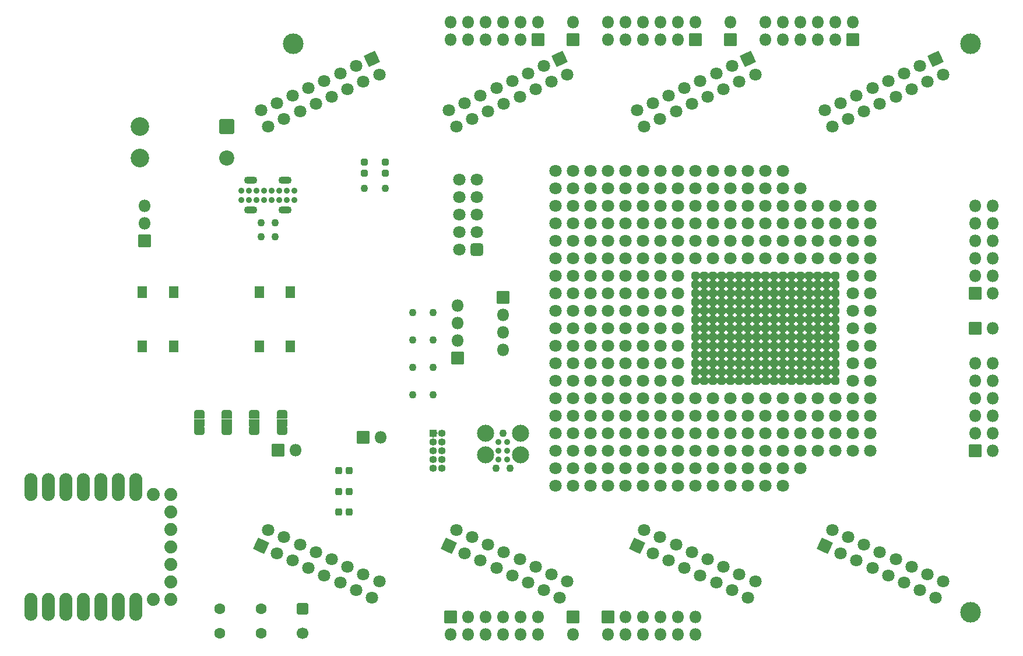
<source format=gbr>
%TF.GenerationSoftware,KiCad,Pcbnew,7.0.1*%
%TF.CreationDate,2023-03-20T19:53:48+01:00*%
%TF.ProjectId,chubby-hat,63687562-6279-42d6-9861-742e6b696361,0.2.2*%
%TF.SameCoordinates,Original*%
%TF.FileFunction,Soldermask,Top*%
%TF.FilePolarity,Negative*%
%FSLAX46Y46*%
G04 Gerber Fmt 4.6, Leading zero omitted, Abs format (unit mm)*
G04 Created by KiCad (PCBNEW 7.0.1) date 2023-03-20 19:53:48*
%MOMM*%
%LPD*%
G01*
G04 APERTURE LIST*
G04 Aperture macros list*
%AMRoundRect*
0 Rectangle with rounded corners*
0 $1 Rounding radius*
0 $2 $3 $4 $5 $6 $7 $8 $9 X,Y pos of 4 corners*
0 Add a 4 corners polygon primitive as box body*
4,1,4,$2,$3,$4,$5,$6,$7,$8,$9,$2,$3,0*
0 Add four circle primitives for the rounded corners*
1,1,$1+$1,$2,$3*
1,1,$1+$1,$4,$5*
1,1,$1+$1,$6,$7*
1,1,$1+$1,$8,$9*
0 Add four rect primitives between the rounded corners*
20,1,$1+$1,$2,$3,$4,$5,0*
20,1,$1+$1,$4,$5,$6,$7,0*
20,1,$1+$1,$6,$7,$8,$9,0*
20,1,$1+$1,$8,$9,$2,$3,0*%
%AMHorizOval*
0 Thick line with rounded ends*
0 $1 width*
0 $2 $3 position (X,Y) of the first rounded end (center of the circle)*
0 $4 $5 position (X,Y) of the second rounded end (center of the circle)*
0 Add line between two ends*
20,1,$1,$2,$3,$4,$5,0*
0 Add two circle primitives to create the rounded ends*
1,1,$1,$2,$3*
1,1,$1,$4,$5*%
%AMFreePoly0*
4,1,35,0.585355,0.785355,0.600000,0.750000,0.600000,-0.750000,0.585355,-0.785355,0.550000,-0.800000,0.000000,-0.800000,-0.012286,-0.794911,-0.071157,-0.794911,-0.085244,-0.792886,-0.221795,-0.752791,-0.234740,-0.746879,-0.354462,-0.669938,-0.365217,-0.660618,-0.458414,-0.553063,-0.466109,-0.541091,-0.525228,-0.411637,-0.529237,-0.397982,-0.549491,-0.257116,-0.550000,-0.250000,-0.550000,0.250000,
-0.549491,0.257116,-0.529237,0.397982,-0.525228,0.411637,-0.466109,0.541091,-0.458414,0.553063,-0.365217,0.660618,-0.354462,0.669938,-0.234740,0.746879,-0.221795,0.752791,-0.085244,0.792886,-0.071157,0.794911,-0.012286,0.794911,0.000000,0.800000,0.550000,0.800000,0.585355,0.785355,0.585355,0.785355,$1*%
%AMFreePoly1*
4,1,35,0.012286,0.794911,0.071157,0.794911,0.085244,0.792886,0.221795,0.752791,0.234740,0.746879,0.354462,0.669938,0.365217,0.660618,0.458414,0.553063,0.466109,0.541091,0.525228,0.411637,0.529237,0.397982,0.549491,0.257116,0.550000,0.250000,0.550000,-0.250000,0.549491,-0.257116,0.529237,-0.397982,0.525228,-0.411637,0.466109,-0.541091,0.458414,-0.553063,0.365217,-0.660618,
0.354462,-0.669938,0.234740,-0.746879,0.221795,-0.752791,0.085244,-0.792886,0.071157,-0.794911,0.012286,-0.794911,0.000000,-0.800000,-0.550000,-0.800000,-0.585355,-0.785355,-0.600000,-0.750000,-0.600000,0.750000,-0.585355,0.785355,-0.550000,0.800000,0.000000,0.800000,0.012286,0.794911,0.012286,0.794911,$1*%
G04 Aperture macros list end*
%ADD10RoundRect,0.268750X0.218750X0.256250X-0.218750X0.256250X-0.218750X-0.256250X0.218750X-0.256250X0*%
%ADD11C,3.000000*%
%ADD12C,1.100000*%
%ADD13C,0.900000*%
%ADD14O,1.900000X1.100000*%
%ADD15RoundRect,0.050000X0.850000X-0.850000X0.850000X0.850000X-0.850000X0.850000X-0.850000X-0.850000X0*%
%ADD16O,1.800000X1.800000*%
%ADD17RoundRect,0.050000X-0.850000X0.850000X-0.850000X-0.850000X0.850000X-0.850000X0.850000X0.850000X0*%
%ADD18O,1.879600X3.657600*%
%ADD19C,1.879600*%
%ADD20RoundRect,0.050000X0.850000X0.850000X-0.850000X0.850000X-0.850000X-0.850000X0.850000X-0.850000X0*%
%ADD21RoundRect,0.316700X-0.266700X-0.266700X0.266700X-0.266700X0.266700X0.266700X-0.266700X0.266700X0*%
%ADD22C,2.700000*%
%ADD23RoundRect,0.300001X-0.799999X0.799999X-0.799999X-0.799999X0.799999X-0.799999X0.799999X0.799999X0*%
%ADD24C,2.200000*%
%ADD25C,2.474900*%
%ADD26C,1.090600*%
%ADD27C,0.887400*%
%ADD28FreePoly0,270.000000*%
%ADD29RoundRect,0.050000X-0.750000X0.500000X-0.750000X-0.500000X0.750000X-0.500000X0.750000X0.500000X0*%
%ADD30FreePoly1,270.000000*%
%ADD31C,1.800000*%
%ADD32C,1.600000*%
%ADD33RoundRect,0.300000X-0.550000X0.550000X-0.550000X-0.550000X0.550000X-0.550000X0.550000X0.550000X0*%
%ADD34C,1.700000*%
%ADD35RoundRect,0.268750X-0.256250X0.218750X-0.256250X-0.218750X0.256250X-0.218750X0.256250X0.218750X0*%
%ADD36RoundRect,0.050000X0.650000X-0.775000X0.650000X0.775000X-0.650000X0.775000X-0.650000X-0.775000X0*%
%ADD37RoundRect,0.300000X0.600000X0.600000X-0.600000X0.600000X-0.600000X-0.600000X0.600000X-0.600000X0*%
%ADD38RoundRect,0.050000X-0.850000X-0.850000X0.850000X-0.850000X0.850000X0.850000X-0.850000X0.850000X0*%
%ADD39RoundRect,0.050000X-0.500000X-0.500000X0.500000X-0.500000X0.500000X0.500000X-0.500000X0.500000X0*%
%ADD40O,1.100000X1.100000*%
%ADD41RoundRect,0.050000X-0.411136X1.129587X-1.129587X-0.411136X0.411136X-1.129587X1.129587X0.411136X0*%
%ADD42HorizOval,1.800000X0.000000X0.000000X0.000000X0.000000X0*%
%ADD43RoundRect,0.050000X1.129587X-0.411136X0.411136X1.129587X-1.129587X0.411136X-0.411136X-1.129587X0*%
%ADD44HorizOval,1.800000X0.000000X0.000000X0.000000X0.000000X0*%
G04 APERTURE END LIST*
D10*
%TO.C,D3*%
X175787500Y-108000000D03*
X174212500Y-108000000D03*
%TD*%
D11*
%TO.C,REF\u002A\u002A*%
X167640000Y-40005000D03*
X167640000Y-40005000D03*
%TD*%
D12*
%TO.C,TP7*%
X185000000Y-83000000D03*
%TD*%
D10*
%TO.C,D5*%
X175787500Y-102000000D03*
X174212500Y-102000000D03*
%TD*%
D12*
%TO.C,TP5*%
X188000000Y-91000000D03*
%TD*%
D13*
%TO.C,J10*%
X167850000Y-62675000D03*
X166750000Y-62675000D03*
X165650000Y-62675000D03*
X164550000Y-62675000D03*
X163450000Y-62675000D03*
X162350000Y-62675000D03*
X161250000Y-62675000D03*
X160150000Y-62675000D03*
X160150000Y-61325000D03*
X161250000Y-61325000D03*
X162350000Y-61325000D03*
X163450000Y-61325000D03*
X164550000Y-61325000D03*
X165650000Y-61325000D03*
X166750000Y-61325000D03*
X167850000Y-61325000D03*
D14*
X166500000Y-64150000D03*
X166500000Y-59850000D03*
X161500000Y-64150000D03*
X161500000Y-59850000D03*
%TD*%
D15*
%TO.C,Pmod6*%
X213360000Y-123190000D03*
D16*
X213360000Y-125730000D03*
X215900000Y-123190000D03*
X215900000Y-125730000D03*
X218440000Y-123190000D03*
X218440000Y-125730000D03*
X220980000Y-123190000D03*
X220980000Y-125730000D03*
X223520000Y-123190000D03*
X223520000Y-125730000D03*
X226060000Y-123190000D03*
X226060000Y-125730000D03*
%TD*%
D12*
%TO.C,TP6*%
X188000000Y-87000000D03*
%TD*%
D17*
%TO.C,Pmod1*%
X203200000Y-39370000D03*
D16*
X203200000Y-36830000D03*
X200660000Y-39370000D03*
X200660000Y-36830000D03*
X198120000Y-39370000D03*
X198120000Y-36830000D03*
X195580000Y-39370000D03*
X195580000Y-36830000D03*
X193040000Y-39370000D03*
X193040000Y-36830000D03*
X190500000Y-39370000D03*
X190500000Y-36830000D03*
%TD*%
D12*
%TO.C,TP4*%
X188000000Y-79000000D03*
%TD*%
%TO.C,TP8*%
X185000000Y-79000000D03*
%TD*%
D18*
%TO.C,A1*%
X129540000Y-121920000D03*
D19*
X129540000Y-120650000D03*
D18*
X132080000Y-121920000D03*
D19*
X132080000Y-120650000D03*
D18*
X134620000Y-121920000D03*
D19*
X134620000Y-120650000D03*
D18*
X137160000Y-121920000D03*
D19*
X137160000Y-120650000D03*
D18*
X139700000Y-121920000D03*
D19*
X139700000Y-120650000D03*
D18*
X142240000Y-121920000D03*
D19*
X142240000Y-120650000D03*
D18*
X144780000Y-121920000D03*
D19*
X144780000Y-120650000D03*
X144780000Y-105410000D03*
D18*
X144780000Y-104140000D03*
D19*
X142240000Y-105410000D03*
D18*
X142240000Y-104140000D03*
D19*
X139700000Y-105410000D03*
D18*
X139700000Y-104140000D03*
D19*
X137160000Y-105410000D03*
D18*
X137160000Y-104140000D03*
D19*
X134620000Y-105410000D03*
D18*
X134620000Y-104140000D03*
D19*
X132080000Y-105410000D03*
D18*
X132080000Y-104140000D03*
D19*
X129540000Y-105410000D03*
D18*
X129540000Y-104140000D03*
%TD*%
D12*
%TO.C,TP13*%
X163000000Y-66000000D03*
%TD*%
D20*
%TO.C,J1*%
X146050000Y-68580000D03*
D16*
X146050000Y-66040000D03*
X146050000Y-63500000D03*
%TD*%
D17*
%TO.C,Pmod3*%
X248920000Y-39370000D03*
D16*
X248920000Y-36830000D03*
X246380000Y-39370000D03*
X246380000Y-36830000D03*
X243840000Y-39370000D03*
X243840000Y-36830000D03*
X241300000Y-39370000D03*
X241300000Y-36830000D03*
X238760000Y-39370000D03*
X238760000Y-36830000D03*
X236220000Y-39370000D03*
X236220000Y-36830000D03*
%TD*%
D17*
%TO.C,Pmod2*%
X226060000Y-39370000D03*
D16*
X226060000Y-36830000D03*
X223520000Y-39370000D03*
X223520000Y-36830000D03*
X220980000Y-39370000D03*
X220980000Y-36830000D03*
X218440000Y-39370000D03*
X218440000Y-36830000D03*
X215900000Y-39370000D03*
X215900000Y-36830000D03*
X213360000Y-39370000D03*
X213360000Y-36830000D03*
%TD*%
D12*
%TO.C,TP9*%
X185000000Y-91000000D03*
%TD*%
D21*
%TO.C,N1*%
X226060000Y-88900000D03*
X226060000Y-87630000D03*
X226060000Y-86360000D03*
X226060000Y-85090000D03*
X226060000Y-83820000D03*
X226060000Y-82550000D03*
X226060000Y-81280000D03*
X226060000Y-80010000D03*
X226060000Y-78740000D03*
X226060000Y-77470000D03*
X226060000Y-76200000D03*
X226060000Y-74930000D03*
X226060000Y-73660000D03*
X227330000Y-88900000D03*
X227330000Y-87630000D03*
X227330000Y-86360000D03*
X227330000Y-85090000D03*
X227330000Y-83820000D03*
X227330000Y-82550000D03*
X227330000Y-81280000D03*
X227330000Y-80010000D03*
X227330000Y-78740000D03*
X227330000Y-77470000D03*
X227330000Y-76200000D03*
X227330000Y-74930000D03*
X227330000Y-73660000D03*
X228600000Y-88900000D03*
X228600000Y-87630000D03*
X228600000Y-86360000D03*
X228600000Y-85090000D03*
X228600000Y-83820000D03*
X228600000Y-82550000D03*
X228600000Y-81280000D03*
X228600000Y-80010000D03*
X228600000Y-78740000D03*
X228600000Y-77470000D03*
X228600000Y-76200000D03*
X228600000Y-74930000D03*
X228600000Y-73660000D03*
X229870000Y-88900000D03*
X229870000Y-87630000D03*
X229870000Y-86360000D03*
X229870000Y-85090000D03*
X229870000Y-83820000D03*
X229870000Y-82550000D03*
X229870000Y-81280000D03*
X229870000Y-80010000D03*
X229870000Y-78740000D03*
X229870000Y-77470000D03*
X229870000Y-76200000D03*
X229870000Y-74930000D03*
X229870000Y-73660000D03*
X231140000Y-88900000D03*
X231140000Y-87630000D03*
X231140000Y-86360000D03*
X231140000Y-85090000D03*
X231140000Y-83820000D03*
X231140000Y-82550000D03*
X231140000Y-81280000D03*
X231140000Y-80010000D03*
X231140000Y-78740000D03*
X231140000Y-77470000D03*
X231140000Y-76200000D03*
X231140000Y-74930000D03*
X231140000Y-73660000D03*
X232410000Y-88900000D03*
X232410000Y-87630000D03*
X232410000Y-86360000D03*
X232410000Y-85090000D03*
X232410000Y-83820000D03*
X232410000Y-82550000D03*
X232410000Y-81280000D03*
X232410000Y-80010000D03*
X232410000Y-78740000D03*
X232410000Y-77470000D03*
X232410000Y-76200000D03*
X232410000Y-74930000D03*
X232410000Y-73660000D03*
X233680000Y-88900000D03*
X233680000Y-87630000D03*
X233680000Y-86360000D03*
X233680000Y-85090000D03*
X233680000Y-83820000D03*
X233680000Y-82550000D03*
X233680000Y-81280000D03*
X233680000Y-80010000D03*
X233680000Y-78740000D03*
X233680000Y-77470000D03*
X233680000Y-76200000D03*
X233680000Y-74930000D03*
X233680000Y-73660000D03*
X234950000Y-88900000D03*
X234950000Y-87630000D03*
X234950000Y-86360000D03*
X234950000Y-85090000D03*
X234950000Y-83820000D03*
X234950000Y-82550000D03*
X234950000Y-81280000D03*
X234950000Y-80010000D03*
X234950000Y-78740000D03*
X234950000Y-77470000D03*
X234950000Y-76200000D03*
X234950000Y-74930000D03*
X234950000Y-73660000D03*
X236220000Y-88900000D03*
X236220000Y-87630000D03*
X236220000Y-86360000D03*
X236220000Y-85090000D03*
X236220000Y-83820000D03*
X236220000Y-82550000D03*
X236220000Y-81280000D03*
X236220000Y-80010000D03*
X236220000Y-78740000D03*
X236220000Y-77470000D03*
X236220000Y-76200000D03*
X236220000Y-74930000D03*
X236220000Y-73660000D03*
X237490000Y-88900000D03*
X237490000Y-87630000D03*
X237490000Y-86360000D03*
X237490000Y-85090000D03*
X237490000Y-83820000D03*
X237490000Y-82550000D03*
X237490000Y-81280000D03*
X237490000Y-80010000D03*
X237490000Y-78740000D03*
X237490000Y-77470000D03*
X237490000Y-76200000D03*
X237490000Y-74930000D03*
X237490000Y-73660000D03*
X238760000Y-88900000D03*
X238760000Y-87630000D03*
X238760000Y-86360000D03*
X238760000Y-85090000D03*
X238760000Y-83820000D03*
X238760000Y-82550000D03*
X238760000Y-81280000D03*
X238760000Y-80010000D03*
X238760000Y-78740000D03*
X238760000Y-77470000D03*
X238760000Y-76200000D03*
X238760000Y-74930000D03*
X238760000Y-73660000D03*
X240030000Y-88900000D03*
X240030000Y-87630000D03*
X240030000Y-86360000D03*
X240030000Y-85090000D03*
X240030000Y-83820000D03*
X240030000Y-82550000D03*
X240030000Y-81280000D03*
X240030000Y-80010000D03*
X240030000Y-78740000D03*
X240030000Y-77470000D03*
X240030000Y-76200000D03*
X240030000Y-74930000D03*
X240030000Y-73660000D03*
X241300000Y-88900000D03*
X241300000Y-87630000D03*
X241300000Y-86360000D03*
X241300000Y-85090000D03*
X241300000Y-83820000D03*
X241300000Y-82550000D03*
X241300000Y-81280000D03*
X241300000Y-80010000D03*
X241300000Y-78740000D03*
X241300000Y-77470000D03*
X241300000Y-76200000D03*
X241300000Y-74930000D03*
X241300000Y-73660000D03*
X242570000Y-88900000D03*
X242570000Y-87630000D03*
X242570000Y-86360000D03*
X242570000Y-85090000D03*
X242570000Y-83820000D03*
X242570000Y-82550000D03*
X242570000Y-81280000D03*
X242570000Y-80010000D03*
X242570000Y-78740000D03*
X242570000Y-77470000D03*
X242570000Y-76200000D03*
X242570000Y-74930000D03*
X242570000Y-73660000D03*
X243840000Y-88900000D03*
X243840000Y-87630000D03*
X243840000Y-86360000D03*
X243840000Y-85090000D03*
X243840000Y-83820000D03*
X243840000Y-82550000D03*
X243840000Y-81280000D03*
X243840000Y-80010000D03*
X243840000Y-78740000D03*
X243840000Y-77470000D03*
X243840000Y-76200000D03*
X243840000Y-74930000D03*
X243840000Y-73660000D03*
X245110000Y-88900000D03*
X245110000Y-87630000D03*
X245110000Y-86360000D03*
X245110000Y-85090000D03*
X245110000Y-83820000D03*
X245110000Y-82550000D03*
X245110000Y-81280000D03*
X245110000Y-80010000D03*
X245110000Y-78740000D03*
X245110000Y-77470000D03*
X245110000Y-76200000D03*
X245110000Y-74930000D03*
X245110000Y-73660000D03*
X246380000Y-88900000D03*
X246380000Y-87630000D03*
X246380000Y-86360000D03*
X246380000Y-85090000D03*
X246380000Y-83820000D03*
X246380000Y-82550000D03*
X246380000Y-81280000D03*
X246380000Y-80010000D03*
X246380000Y-78740000D03*
X246380000Y-77470000D03*
X246380000Y-76200000D03*
X246380000Y-74930000D03*
X246380000Y-73660000D03*
%TD*%
D11*
%TO.C,REF\u002A\u002A*%
X266065000Y-40005000D03*
X266065000Y-40005000D03*
%TD*%
D22*
%TO.C,J17*%
X145400000Y-52000000D03*
X145400000Y-56600000D03*
D23*
X158000000Y-52000000D03*
D24*
X158000000Y-56600000D03*
%TD*%
D25*
%TO.C,J4*%
X200660000Y-96520000D03*
D26*
X198120000Y-96520000D03*
D25*
X195580000Y-96520000D03*
X200660000Y-99695000D03*
X195580000Y-99695000D03*
D26*
X199136000Y-101600000D03*
X197104000Y-101600000D03*
D27*
X197485000Y-97790000D03*
X198755000Y-97790000D03*
X197485000Y-99060000D03*
X198755000Y-99060000D03*
X197485000Y-100330000D03*
X198755000Y-100330000D03*
%TD*%
D15*
%TO.C,J6*%
X266700000Y-81279999D03*
D16*
X269240000Y-81279999D03*
%TD*%
D28*
%TO.C,JP2*%
X158000000Y-93700000D03*
D29*
X158000000Y-95000000D03*
D30*
X158000000Y-96300000D03*
%TD*%
D20*
%TO.C,Pmod5*%
X266700000Y-99059999D03*
D16*
X269240000Y-99059999D03*
X266700000Y-96519999D03*
X269240000Y-96519999D03*
X266700000Y-93979999D03*
X269240000Y-93979999D03*
X266700000Y-91439999D03*
X269240000Y-91439999D03*
X266700000Y-88899999D03*
X269240000Y-88899999D03*
X266700000Y-86359999D03*
X269240000Y-86359999D03*
%TD*%
D20*
%TO.C,J8*%
X208280000Y-39370000D03*
D16*
X208280000Y-36830000D03*
%TD*%
D12*
%TO.C,TP2*%
X181000000Y-61000000D03*
%TD*%
D31*
%TO.C,N2*%
X205740000Y-88900000D03*
X205740000Y-86360000D03*
X205740000Y-83820000D03*
X205740000Y-81280000D03*
X205740000Y-78740000D03*
X205740000Y-76200000D03*
X205740000Y-73660000D03*
X208280000Y-88900000D03*
X208280000Y-86360000D03*
X208280000Y-83820000D03*
X208280000Y-81280000D03*
X208280000Y-78740000D03*
X208280000Y-76200000D03*
X208280000Y-73660000D03*
X210820000Y-88900000D03*
X210820000Y-86360000D03*
X210820000Y-83820000D03*
X210820000Y-81280000D03*
X210820000Y-78740000D03*
X210820000Y-76200000D03*
X210820000Y-73660000D03*
X213360000Y-88900000D03*
X213360000Y-86360000D03*
X213360000Y-83820000D03*
X213360000Y-81280000D03*
X213360000Y-78740000D03*
X213360000Y-76200000D03*
X213360000Y-73660000D03*
X215900000Y-88900000D03*
X215900000Y-86360000D03*
X215900000Y-83820000D03*
X215900000Y-81280000D03*
X215900000Y-78740000D03*
X215900000Y-76200000D03*
X215900000Y-73660000D03*
X218440000Y-88900000D03*
X218440000Y-86360000D03*
X218440000Y-83820000D03*
X218440000Y-81280000D03*
X218440000Y-78740000D03*
X218440000Y-76200000D03*
X218440000Y-73660000D03*
X220980000Y-88900000D03*
X220980000Y-86360000D03*
X220980000Y-83820000D03*
X220980000Y-81280000D03*
X220980000Y-78740000D03*
X220980000Y-76200000D03*
X220980000Y-73660000D03*
X223520000Y-88900000D03*
X223520000Y-86360000D03*
X223520000Y-83820000D03*
X223520000Y-81280000D03*
X223520000Y-78740000D03*
X223520000Y-76200000D03*
X223520000Y-73660000D03*
%TD*%
D12*
%TO.C,TP14*%
X165000000Y-66000000D03*
%TD*%
D20*
%TO.C,J7*%
X231140000Y-39370000D03*
D16*
X231140000Y-36830000D03*
%TD*%
D12*
%TO.C,TP1*%
X178000000Y-61000000D03*
%TD*%
D32*
%TO.C,J5*%
X163000000Y-122000000D03*
X157000000Y-122000000D03*
X163000000Y-125600000D03*
X157000000Y-125600000D03*
D33*
X169000000Y-122000000D03*
D34*
X169000000Y-125600000D03*
%TD*%
D35*
%TO.C,D2*%
X181000000Y-57212500D03*
X181000000Y-58787500D03*
%TD*%
D36*
%TO.C,SW1*%
X145750000Y-83975000D03*
X145750000Y-76025000D03*
X150250000Y-83975000D03*
X150250000Y-76025000D03*
%TD*%
D12*
%TO.C,TP3*%
X188000000Y-83000000D03*
%TD*%
D31*
%TO.C,N4*%
X205740000Y-104140000D03*
X205740000Y-101600000D03*
X205740000Y-99060000D03*
X205740000Y-96520000D03*
X205740000Y-93980000D03*
X205740000Y-91440000D03*
X208280000Y-104140000D03*
X208280000Y-101600000D03*
X208280000Y-99060000D03*
X208280000Y-96520000D03*
X208280000Y-93980000D03*
X208280000Y-91440000D03*
X210820000Y-104140000D03*
X210820000Y-101600000D03*
X210820000Y-99060000D03*
X210820000Y-96520000D03*
X210820000Y-93980000D03*
X210820000Y-91440000D03*
X213360000Y-104140000D03*
X213360000Y-101600000D03*
X213360000Y-99060000D03*
X213360000Y-96520000D03*
X213360000Y-93980000D03*
X213360000Y-91440000D03*
X215900000Y-104140000D03*
X215900000Y-101600000D03*
X215900000Y-99060000D03*
X215900000Y-96520000D03*
X215900000Y-93980000D03*
X215900000Y-91440000D03*
X218440000Y-104140000D03*
X218440000Y-101600000D03*
X218440000Y-99060000D03*
X218440000Y-96520000D03*
X218440000Y-93980000D03*
X218440000Y-91440000D03*
X220980000Y-104140000D03*
X220980000Y-101600000D03*
X220980000Y-99060000D03*
X220980000Y-96520000D03*
X220980000Y-93980000D03*
X220980000Y-91440000D03*
X223520000Y-104140000D03*
X223520000Y-101600000D03*
X223520000Y-99060000D03*
X223520000Y-96520000D03*
X223520000Y-93980000D03*
X223520000Y-91440000D03*
X226060000Y-104140000D03*
X226060000Y-101600000D03*
X226060000Y-99060000D03*
X226060000Y-96520000D03*
X226060000Y-93980000D03*
X226060000Y-91440000D03*
X228600000Y-104140000D03*
X228600000Y-101600000D03*
X228600000Y-99060000D03*
X228600000Y-96520000D03*
X228600000Y-93980000D03*
X228600000Y-91440000D03*
X231140000Y-104140000D03*
X231140000Y-101600000D03*
X231140000Y-99060000D03*
X231140000Y-96520000D03*
X231140000Y-93980000D03*
X231140000Y-91440000D03*
X233680000Y-104140000D03*
X233680000Y-101600000D03*
X233680000Y-99060000D03*
X233680000Y-96520000D03*
X233680000Y-93980000D03*
X233680000Y-91440000D03*
X236220000Y-104140000D03*
X236220000Y-101600000D03*
X236220000Y-99060000D03*
X236220000Y-96520000D03*
X236220000Y-93980000D03*
X236220000Y-91440000D03*
X238760000Y-104140000D03*
X238760000Y-101600000D03*
X238760000Y-99060000D03*
X238760000Y-96520000D03*
X238760000Y-93980000D03*
X238760000Y-91440000D03*
X241300000Y-101600000D03*
X241300000Y-99060000D03*
X241300000Y-96520000D03*
X241300000Y-93980000D03*
X241300000Y-91440000D03*
X243840000Y-99060000D03*
X243840000Y-96520000D03*
X243840000Y-93980000D03*
X243840000Y-91440000D03*
X246380000Y-99060000D03*
X246380000Y-96520000D03*
X246380000Y-93980000D03*
X246380000Y-91440000D03*
%TD*%
D37*
%TO.C,J2*%
X194310000Y-69850000D03*
D31*
X191770000Y-69850000D03*
X194310000Y-67310000D03*
X191770000Y-67310000D03*
X194310000Y-64770000D03*
X191770000Y-64770000D03*
X194310000Y-62230000D03*
X191770000Y-62230000D03*
X194310000Y-59690000D03*
X191770000Y-59690000D03*
%TD*%
D35*
%TO.C,D1*%
X178000000Y-57212500D03*
X178000000Y-58787500D03*
%TD*%
D15*
%TO.C,Pmod7*%
X190500000Y-123190000D03*
D16*
X190500000Y-125730000D03*
X193040000Y-123190000D03*
X193040000Y-125730000D03*
X195580000Y-123190000D03*
X195580000Y-125730000D03*
X198120000Y-123190000D03*
X198120000Y-125730000D03*
X200660000Y-123190000D03*
X200660000Y-125730000D03*
X203200000Y-123190000D03*
X203200000Y-125730000D03*
%TD*%
D38*
%TO.C,J9*%
X208280000Y-123190000D03*
D16*
X208280000Y-125730000D03*
%TD*%
D12*
%TO.C,TP10*%
X185000000Y-87000000D03*
%TD*%
D20*
%TO.C,Pmod4*%
X266700000Y-76199999D03*
D16*
X269240000Y-76199999D03*
X266700000Y-73659999D03*
X269240000Y-73659999D03*
X266700000Y-71119999D03*
X269240000Y-71119999D03*
X266700000Y-68579999D03*
X269240000Y-68579999D03*
X266700000Y-66039999D03*
X269240000Y-66039999D03*
X266700000Y-63499999D03*
X269240000Y-63499999D03*
%TD*%
D36*
%TO.C,SW2*%
X162750000Y-83975000D03*
X162750000Y-76025000D03*
X167250000Y-83975000D03*
X167250000Y-76025000D03*
%TD*%
D10*
%TO.C,D4*%
X175787500Y-105000000D03*
X174212500Y-105000000D03*
%TD*%
D28*
%TO.C,JP4*%
X166000000Y-93700000D03*
D29*
X166000000Y-95000000D03*
D30*
X166000000Y-96300000D03*
%TD*%
D28*
%TO.C,JP1*%
X154000000Y-93700000D03*
D29*
X154000000Y-95000000D03*
D30*
X154000000Y-96300000D03*
%TD*%
D12*
%TO.C,TP12*%
X165000000Y-68000000D03*
%TD*%
D11*
%TO.C,REF\u002A\u002A*%
X266065000Y-122555000D03*
X266065000Y-122555000D03*
%TD*%
D39*
%TO.C,J3*%
X187960000Y-96520000D03*
D40*
X189230000Y-96520000D03*
X187960000Y-97790000D03*
X189230000Y-97790000D03*
X187960000Y-99060000D03*
X189230000Y-99060000D03*
X187960000Y-100330000D03*
X189230000Y-100330000D03*
X187960000Y-101600000D03*
X189230000Y-101600000D03*
%TD*%
D12*
%TO.C,TP11*%
X163000000Y-68000000D03*
%TD*%
D28*
%TO.C,JP3*%
X162000000Y-93700000D03*
D29*
X162000000Y-95000000D03*
D30*
X162000000Y-96300000D03*
%TD*%
D31*
%TO.C,N3*%
X205740000Y-71120000D03*
X205740000Y-68580000D03*
X205740000Y-66040000D03*
X205740000Y-63500000D03*
X205740000Y-60960000D03*
X205740000Y-58420000D03*
X208280000Y-71120000D03*
X208280000Y-68580000D03*
X208280000Y-66040000D03*
X208280000Y-63500000D03*
X208280000Y-60960000D03*
X208280000Y-58420000D03*
X210820000Y-71120000D03*
X210820000Y-68580000D03*
X210820000Y-66040000D03*
X210820000Y-63500000D03*
X210820000Y-60960000D03*
X210820000Y-58420000D03*
X213360000Y-71120000D03*
X213360000Y-68580000D03*
X213360000Y-66040000D03*
X213360000Y-63500000D03*
X213360000Y-60960000D03*
X213360000Y-58420000D03*
X215900000Y-71120000D03*
X215900000Y-68580000D03*
X215900000Y-66040000D03*
X215900000Y-63500000D03*
X215900000Y-60960000D03*
X215900000Y-58420000D03*
X218440000Y-71120000D03*
X218440000Y-68580000D03*
X218440000Y-66040000D03*
X218440000Y-63500000D03*
X218440000Y-60960000D03*
X218440000Y-58420000D03*
X220980000Y-71120000D03*
X220980000Y-68580000D03*
X220980000Y-66040000D03*
X220980000Y-63500000D03*
X220980000Y-60960000D03*
X220980000Y-58420000D03*
X223520000Y-71120000D03*
X223520000Y-68580000D03*
X223520000Y-66040000D03*
X223520000Y-63500000D03*
X223520000Y-60960000D03*
X223520000Y-58420000D03*
X226060000Y-71120000D03*
X226060000Y-68580000D03*
X226060000Y-66040000D03*
X226060000Y-63500000D03*
X226060000Y-60960000D03*
X226060000Y-58420000D03*
X228600000Y-71120000D03*
X228600000Y-68580000D03*
X228600000Y-66040000D03*
X228600000Y-63500000D03*
X228600000Y-60960000D03*
X228600000Y-58420000D03*
X231140000Y-71120000D03*
X231140000Y-68580000D03*
X231140000Y-66040000D03*
X231140000Y-63500000D03*
X231140000Y-60960000D03*
X231140000Y-58420000D03*
X233680000Y-71120000D03*
X233680000Y-68580000D03*
X233680000Y-66040000D03*
X233680000Y-63500000D03*
X233680000Y-60960000D03*
X233680000Y-58420000D03*
X236220000Y-71120000D03*
X236220000Y-68580000D03*
X236220000Y-66040000D03*
X236220000Y-63500000D03*
X236220000Y-60960000D03*
X236220000Y-58420000D03*
X238760000Y-71120000D03*
X238760000Y-68580000D03*
X238760000Y-66040000D03*
X238760000Y-63500000D03*
X238760000Y-60960000D03*
X238760000Y-58420000D03*
X241300000Y-71120000D03*
X241300000Y-68580000D03*
X241300000Y-66040000D03*
X241300000Y-63500000D03*
X241300000Y-60960000D03*
X243840000Y-71120000D03*
X243840000Y-68580000D03*
X243840000Y-66040000D03*
X243840000Y-63500000D03*
X246380000Y-71120000D03*
X246380000Y-68580000D03*
X246380000Y-66040000D03*
X246380000Y-63500000D03*
%TD*%
D41*
%TO.C,J13*%
X190260848Y-112881847D03*
D42*
X191334298Y-110579825D03*
X192562870Y-113955297D03*
X193636320Y-111653276D03*
X194864892Y-115028748D03*
X195938342Y-112726726D03*
X197166913Y-116102198D03*
X198240364Y-113800176D03*
X199468935Y-117175649D03*
X200542386Y-114873627D03*
X201770957Y-118249099D03*
X202844407Y-115947077D03*
X204072979Y-119322549D03*
X205146429Y-117020528D03*
X206375000Y-120396000D03*
X207448451Y-118093978D03*
%TD*%
D41*
%TO.C,J22*%
X244870848Y-112881847D03*
D42*
X245944298Y-110579825D03*
X247172870Y-113955297D03*
X248246320Y-111653276D03*
X249474892Y-115028748D03*
X250548342Y-112726726D03*
X251776913Y-116102198D03*
X252850364Y-113800176D03*
X254078935Y-117175649D03*
X255152386Y-114873627D03*
X256380957Y-118249099D03*
X257454407Y-115947077D03*
X258682979Y-119322549D03*
X259756429Y-117020528D03*
X260985000Y-120396000D03*
X262058451Y-118093978D03*
%TD*%
D43*
%TO.C,J19*%
X233680000Y-42164000D03*
D44*
X234753450Y-44466022D03*
X231377978Y-43237450D03*
X232451429Y-45539472D03*
X229075956Y-44310901D03*
X230149407Y-46612923D03*
X226773935Y-45384351D03*
X227847385Y-47686373D03*
X224471913Y-46457802D03*
X225545363Y-48759823D03*
X222169891Y-47531252D03*
X223243341Y-49833274D03*
X219867869Y-48604702D03*
X220941320Y-50906724D03*
X217565848Y-49678153D03*
X218639298Y-51980174D03*
%TD*%
D43*
%TO.C,J23*%
X260985000Y-42164000D03*
D44*
X262058450Y-44466022D03*
X258682978Y-43237450D03*
X259756429Y-45539472D03*
X256380956Y-44310901D03*
X257454407Y-46612923D03*
X254078935Y-45384351D03*
X255152385Y-47686373D03*
X251776913Y-46457802D03*
X252850363Y-48759823D03*
X249474891Y-47531252D03*
X250548341Y-49833274D03*
X247172869Y-48604702D03*
X248246320Y-50906724D03*
X244870848Y-49678153D03*
X245944298Y-51980174D03*
%TD*%
D17*
%TO.C,J21*%
X165460000Y-99000000D03*
D16*
X168000000Y-99000000D03*
%TD*%
D41*
%TO.C,J11*%
X162955848Y-112881847D03*
D42*
X164029298Y-110579825D03*
X165257870Y-113955297D03*
X166331320Y-111653276D03*
X167559892Y-115028748D03*
X168633342Y-112726726D03*
X169861913Y-116102198D03*
X170935364Y-113800176D03*
X172163935Y-117175649D03*
X173237386Y-114873627D03*
X174465957Y-118249099D03*
X175539407Y-115947077D03*
X176767979Y-119322549D03*
X177841429Y-117020528D03*
X179070000Y-120396000D03*
X180143451Y-118093978D03*
%TD*%
D41*
%TO.C,J18*%
X217565848Y-112881847D03*
D42*
X218639298Y-110579825D03*
X219867870Y-113955297D03*
X220941320Y-111653276D03*
X222169892Y-115028748D03*
X223243342Y-112726726D03*
X224471913Y-116102198D03*
X225545364Y-113800176D03*
X226773935Y-117175649D03*
X227847386Y-114873627D03*
X229075957Y-118249099D03*
X230149407Y-115947077D03*
X231377979Y-119322549D03*
X232451429Y-117020528D03*
X233680000Y-120396000D03*
X234753451Y-118093978D03*
%TD*%
D43*
%TO.C,J12*%
X179070000Y-42164000D03*
D44*
X180143450Y-44466022D03*
X176767978Y-43237450D03*
X177841429Y-45539472D03*
X174465956Y-44310901D03*
X175539407Y-46612923D03*
X172163935Y-45384351D03*
X173237385Y-47686373D03*
X169861913Y-46457802D03*
X170935363Y-48759823D03*
X167559891Y-47531252D03*
X168633341Y-49833274D03*
X165257869Y-48604702D03*
X166331320Y-50906724D03*
X162955848Y-49678153D03*
X164029298Y-51980174D03*
%TD*%
D20*
%TO.C,J15*%
X198120000Y-76835000D03*
D16*
X198120000Y-79375000D03*
X198120000Y-81915000D03*
X198120000Y-84455000D03*
%TD*%
D19*
%TO.C,U2*%
X129540000Y-105410000D03*
X132080000Y-105410000D03*
X134620000Y-105410000D03*
X137160000Y-105410000D03*
X139700000Y-105410000D03*
X142240000Y-105410000D03*
X144780000Y-105410000D03*
X147320000Y-105410000D03*
X149860000Y-105410000D03*
X149860000Y-107950000D03*
X149860000Y-110490000D03*
X149860000Y-113030000D03*
X149860000Y-115570000D03*
X149860000Y-118110000D03*
X149860000Y-120650000D03*
X147320000Y-120650000D03*
X144780000Y-120650000D03*
X142240000Y-120650000D03*
X139700000Y-120650000D03*
X137160000Y-120650000D03*
X134620000Y-120650000D03*
X132080000Y-120650000D03*
X129540000Y-120650000D03*
%TD*%
D17*
%TO.C,J20*%
X177800000Y-97155000D03*
D16*
X180340000Y-97155000D03*
%TD*%
D31*
%TO.C,N5*%
X248920000Y-99060000D03*
X251460000Y-99060000D03*
X248920000Y-96520000D03*
X251460000Y-96520000D03*
X248920000Y-93980000D03*
X251460000Y-93980000D03*
X248920000Y-91440000D03*
X251460000Y-91440000D03*
X248920000Y-88900000D03*
X251460000Y-88900000D03*
X248920000Y-86360000D03*
X251460000Y-86360000D03*
X248920000Y-83820000D03*
X251460000Y-83820000D03*
X248920000Y-81280000D03*
X251460000Y-81280000D03*
X248920000Y-78740000D03*
X251460000Y-78740000D03*
X248920000Y-76200000D03*
X251460000Y-76200000D03*
X248920000Y-73660000D03*
X251460000Y-73660000D03*
X248920000Y-71120000D03*
X251460000Y-71120000D03*
X248920000Y-68580000D03*
X251460000Y-68580000D03*
X248920000Y-66040000D03*
X251460000Y-66040000D03*
X248920000Y-63500000D03*
X251460000Y-63500000D03*
%TD*%
D43*
%TO.C,J16*%
X206375000Y-42164000D03*
D44*
X207448450Y-44466022D03*
X204072978Y-43237450D03*
X205146429Y-45539472D03*
X201770956Y-44310901D03*
X202844407Y-46612923D03*
X199468935Y-45384351D03*
X200542385Y-47686373D03*
X197166913Y-46457802D03*
X198240363Y-48759823D03*
X194864891Y-47531252D03*
X195938341Y-49833274D03*
X192562869Y-48604702D03*
X193636320Y-50906724D03*
X190260848Y-49678153D03*
X191334298Y-51980174D03*
%TD*%
D38*
%TO.C,J14*%
X191516000Y-85598000D03*
D16*
X191516000Y-83058000D03*
X191516000Y-80518000D03*
X191516000Y-77978000D03*
%TD*%
G36*
X189230000Y-100877982D02*
G01*
X189330585Y-100864740D01*
X189332387Y-100865448D01*
X189332745Y-100867350D01*
X189331325Y-100868665D01*
X189251976Y-100888223D01*
X189251976Y-101041777D01*
X189331329Y-101061335D01*
X189332749Y-101062650D01*
X189332391Y-101064552D01*
X189330589Y-101065260D01*
X189229999Y-101052017D01*
X189129408Y-101065260D01*
X189127606Y-101064552D01*
X189127248Y-101062650D01*
X189128668Y-101061335D01*
X189208023Y-101041777D01*
X189208023Y-100888223D01*
X189128672Y-100868664D01*
X189127252Y-100867349D01*
X189127610Y-100865447D01*
X189129412Y-100864739D01*
X189230000Y-100877982D01*
G37*
G36*
X187960000Y-100877982D02*
G01*
X188060585Y-100864740D01*
X188062387Y-100865448D01*
X188062745Y-100867350D01*
X188061325Y-100868665D01*
X187981976Y-100888223D01*
X187981976Y-101041777D01*
X188061329Y-101061335D01*
X188062749Y-101062650D01*
X188062391Y-101064552D01*
X188060589Y-101065260D01*
X187959999Y-101052017D01*
X187859408Y-101065260D01*
X187857606Y-101064552D01*
X187857248Y-101062650D01*
X187858668Y-101061335D01*
X187938023Y-101041777D01*
X187938023Y-100888223D01*
X187858672Y-100868664D01*
X187857252Y-100867349D01*
X187857610Y-100865447D01*
X187859412Y-100864739D01*
X187960000Y-100877982D01*
G37*
G36*
X189230000Y-99607982D02*
G01*
X189330576Y-99594741D01*
X189332378Y-99595449D01*
X189332736Y-99597351D01*
X189331316Y-99598666D01*
X189251976Y-99618221D01*
X189251975Y-99771775D01*
X189331333Y-99791335D01*
X189332753Y-99792650D01*
X189332395Y-99794552D01*
X189330593Y-99795260D01*
X189229999Y-99782017D01*
X189129399Y-99795261D01*
X189127597Y-99794553D01*
X189127239Y-99792651D01*
X189128659Y-99791336D01*
X189208023Y-99771774D01*
X189208022Y-99618221D01*
X189128680Y-99598665D01*
X189127260Y-99597350D01*
X189127618Y-99595448D01*
X189129420Y-99594740D01*
X189230000Y-99607982D01*
G37*
G36*
X187960000Y-99607982D02*
G01*
X188060576Y-99594741D01*
X188062378Y-99595449D01*
X188062736Y-99597351D01*
X188061316Y-99598666D01*
X187981976Y-99618221D01*
X187981975Y-99771775D01*
X188061333Y-99791335D01*
X188062753Y-99792650D01*
X188062395Y-99794552D01*
X188060593Y-99795260D01*
X187959999Y-99782017D01*
X187859399Y-99795261D01*
X187857597Y-99794553D01*
X187857239Y-99792651D01*
X187858659Y-99791336D01*
X187938023Y-99771774D01*
X187938022Y-99618221D01*
X187858680Y-99598665D01*
X187857260Y-99597350D01*
X187857618Y-99595448D01*
X187859420Y-99594740D01*
X187960000Y-99607982D01*
G37*
G36*
X189230000Y-98337982D02*
G01*
X189330585Y-98324740D01*
X189332387Y-98325448D01*
X189332745Y-98327350D01*
X189331325Y-98328665D01*
X189251976Y-98348223D01*
X189251976Y-98501777D01*
X189331329Y-98521335D01*
X189332749Y-98522650D01*
X189332391Y-98524552D01*
X189330589Y-98525260D01*
X189229999Y-98512017D01*
X189129408Y-98525260D01*
X189127606Y-98524552D01*
X189127248Y-98522650D01*
X189128668Y-98521335D01*
X189208023Y-98501777D01*
X189208023Y-98348223D01*
X189128672Y-98328664D01*
X189127252Y-98327349D01*
X189127610Y-98325447D01*
X189129412Y-98324739D01*
X189230000Y-98337982D01*
G37*
G36*
X187960000Y-98337982D02*
G01*
X188060585Y-98324740D01*
X188062387Y-98325448D01*
X188062745Y-98327350D01*
X188061325Y-98328665D01*
X187981976Y-98348223D01*
X187981976Y-98501777D01*
X188061329Y-98521335D01*
X188062749Y-98522650D01*
X188062391Y-98524552D01*
X188060589Y-98525260D01*
X187959999Y-98512017D01*
X187859408Y-98525260D01*
X187857606Y-98524552D01*
X187857248Y-98522650D01*
X187858668Y-98521335D01*
X187938023Y-98501777D01*
X187938023Y-98348223D01*
X187858672Y-98328664D01*
X187857252Y-98327349D01*
X187857610Y-98325447D01*
X187859412Y-98324739D01*
X187960000Y-98337982D01*
G37*
G36*
X189230000Y-97067982D02*
G01*
X189330576Y-97054741D01*
X189332378Y-97055449D01*
X189332736Y-97057351D01*
X189331316Y-97058666D01*
X189251976Y-97078221D01*
X189251975Y-97231775D01*
X189331333Y-97251335D01*
X189332753Y-97252650D01*
X189332395Y-97254552D01*
X189330593Y-97255260D01*
X189229999Y-97242017D01*
X189129399Y-97255261D01*
X189127597Y-97254553D01*
X189127239Y-97252651D01*
X189128659Y-97251336D01*
X189208023Y-97231774D01*
X189208022Y-97078221D01*
X189128680Y-97058665D01*
X189127260Y-97057350D01*
X189127618Y-97055448D01*
X189129420Y-97054740D01*
X189230000Y-97067982D01*
G37*
G36*
X188053732Y-97068674D02*
G01*
X188054220Y-97070241D01*
X188033075Y-97244371D01*
X188061326Y-97251334D01*
X188062746Y-97252649D01*
X188062388Y-97254551D01*
X188060586Y-97255259D01*
X187960000Y-97242017D01*
X187859403Y-97255261D01*
X187857601Y-97254553D01*
X187857243Y-97252651D01*
X187858663Y-97251336D01*
X187886922Y-97244370D01*
X187865778Y-97070241D01*
X187866266Y-97068674D01*
X187867763Y-97068000D01*
X188052235Y-97068000D01*
X188053732Y-97068674D01*
G37*
G36*
X188698966Y-96384594D02*
G01*
X188699613Y-96386343D01*
X188682017Y-96519999D01*
X188699613Y-96653655D01*
X188698966Y-96655404D01*
X188697158Y-96655859D01*
X188695760Y-96654625D01*
X188672667Y-96593733D01*
X188510361Y-96623477D01*
X188508720Y-96623046D01*
X188508000Y-96621510D01*
X188508000Y-96418490D01*
X188508720Y-96416954D01*
X188510361Y-96416523D01*
X188672667Y-96446266D01*
X188695760Y-96385373D01*
X188697158Y-96384139D01*
X188698966Y-96384594D01*
G37*
G36*
X166765526Y-95545669D02*
G01*
X166766203Y-95547304D01*
X166765318Y-95548836D01*
X166729728Y-95572619D01*
X166729728Y-95677381D01*
X166765319Y-95701163D01*
X166766204Y-95702695D01*
X166765527Y-95704330D01*
X166763818Y-95704788D01*
X166749801Y-95702000D01*
X165250199Y-95702000D01*
X165236178Y-95704788D01*
X165234469Y-95704330D01*
X165233792Y-95702695D01*
X165234677Y-95701163D01*
X165270271Y-95677380D01*
X165270271Y-95572620D01*
X165234678Y-95548836D01*
X165233793Y-95547304D01*
X165234470Y-95545669D01*
X165236179Y-95545211D01*
X165250199Y-95548000D01*
X166749801Y-95548000D01*
X166763817Y-95545211D01*
X166765526Y-95545669D01*
G37*
G36*
X162765526Y-95545669D02*
G01*
X162766203Y-95547304D01*
X162765318Y-95548836D01*
X162729728Y-95572619D01*
X162729728Y-95677381D01*
X162765319Y-95701163D01*
X162766204Y-95702695D01*
X162765527Y-95704330D01*
X162763818Y-95704788D01*
X162749801Y-95702000D01*
X161250199Y-95702000D01*
X161236178Y-95704788D01*
X161234469Y-95704330D01*
X161233792Y-95702695D01*
X161234677Y-95701163D01*
X161270271Y-95677380D01*
X161270271Y-95572620D01*
X161234678Y-95548836D01*
X161233793Y-95547304D01*
X161234470Y-95545669D01*
X161236179Y-95545211D01*
X161250199Y-95548000D01*
X162749801Y-95548000D01*
X162763817Y-95545211D01*
X162765526Y-95545669D01*
G37*
G36*
X158765526Y-95545669D02*
G01*
X158766203Y-95547304D01*
X158765318Y-95548836D01*
X158729728Y-95572619D01*
X158729728Y-95677381D01*
X158765319Y-95701163D01*
X158766204Y-95702695D01*
X158765527Y-95704330D01*
X158763818Y-95704788D01*
X158749801Y-95702000D01*
X157250199Y-95702000D01*
X157236178Y-95704788D01*
X157234469Y-95704330D01*
X157233792Y-95702695D01*
X157234677Y-95701163D01*
X157270271Y-95677380D01*
X157270271Y-95572620D01*
X157234678Y-95548836D01*
X157233793Y-95547304D01*
X157234470Y-95545669D01*
X157236179Y-95545211D01*
X157250199Y-95548000D01*
X158749801Y-95548000D01*
X158763817Y-95545211D01*
X158765526Y-95545669D01*
G37*
G36*
X154765526Y-95545669D02*
G01*
X154766203Y-95547304D01*
X154765318Y-95548836D01*
X154729728Y-95572619D01*
X154729728Y-95677381D01*
X154765319Y-95701163D01*
X154766204Y-95702695D01*
X154765527Y-95704330D01*
X154763818Y-95704788D01*
X154749801Y-95702000D01*
X153250199Y-95702000D01*
X153236178Y-95704788D01*
X153234469Y-95704330D01*
X153233792Y-95702695D01*
X153234677Y-95701163D01*
X153270271Y-95677380D01*
X153270271Y-95572620D01*
X153234678Y-95548836D01*
X153233793Y-95547304D01*
X153234470Y-95545669D01*
X153236179Y-95545211D01*
X153250199Y-95548000D01*
X154749801Y-95548000D01*
X154763817Y-95545211D01*
X154765526Y-95545669D01*
G37*
G36*
X166765526Y-94295669D02*
G01*
X166766203Y-94297304D01*
X166765318Y-94298836D01*
X166729728Y-94322619D01*
X166729728Y-94427381D01*
X166765319Y-94451163D01*
X166766204Y-94452695D01*
X166765527Y-94454330D01*
X166763818Y-94454788D01*
X166749801Y-94452000D01*
X165250199Y-94452000D01*
X165236178Y-94454788D01*
X165234469Y-94454330D01*
X165233792Y-94452695D01*
X165234677Y-94451163D01*
X165270271Y-94427380D01*
X165270271Y-94322620D01*
X165234678Y-94298836D01*
X165233793Y-94297304D01*
X165234470Y-94295669D01*
X165236179Y-94295211D01*
X165250199Y-94298000D01*
X166749801Y-94298000D01*
X166763817Y-94295211D01*
X166765526Y-94295669D01*
G37*
G36*
X162765526Y-94295669D02*
G01*
X162766203Y-94297304D01*
X162765318Y-94298836D01*
X162729728Y-94322619D01*
X162729728Y-94427381D01*
X162765319Y-94451163D01*
X162766204Y-94452695D01*
X162765527Y-94454330D01*
X162763818Y-94454788D01*
X162749801Y-94452000D01*
X161250199Y-94452000D01*
X161236178Y-94454788D01*
X161234469Y-94454330D01*
X161233792Y-94452695D01*
X161234677Y-94451163D01*
X161270271Y-94427380D01*
X161270271Y-94322620D01*
X161234678Y-94298836D01*
X161233793Y-94297304D01*
X161234470Y-94295669D01*
X161236179Y-94295211D01*
X161250199Y-94298000D01*
X162749801Y-94298000D01*
X162763817Y-94295211D01*
X162765526Y-94295669D01*
G37*
G36*
X158765526Y-94295669D02*
G01*
X158766203Y-94297304D01*
X158765318Y-94298836D01*
X158729728Y-94322619D01*
X158729728Y-94427381D01*
X158765319Y-94451163D01*
X158766204Y-94452695D01*
X158765527Y-94454330D01*
X158763818Y-94454788D01*
X158749801Y-94452000D01*
X157250199Y-94452000D01*
X157236178Y-94454788D01*
X157234469Y-94454330D01*
X157233792Y-94452695D01*
X157234677Y-94451163D01*
X157270271Y-94427380D01*
X157270271Y-94322620D01*
X157234678Y-94298836D01*
X157233793Y-94297304D01*
X157234470Y-94295669D01*
X157236179Y-94295211D01*
X157250199Y-94298000D01*
X158749801Y-94298000D01*
X158763817Y-94295211D01*
X158765526Y-94295669D01*
G37*
G36*
X154765526Y-94295669D02*
G01*
X154766203Y-94297304D01*
X154765318Y-94298836D01*
X154729728Y-94322619D01*
X154729728Y-94427381D01*
X154765319Y-94451163D01*
X154766204Y-94452695D01*
X154765527Y-94454330D01*
X154763818Y-94454788D01*
X154749801Y-94452000D01*
X153250199Y-94452000D01*
X153236178Y-94454788D01*
X153234469Y-94454330D01*
X153233792Y-94452695D01*
X153234677Y-94451163D01*
X153270271Y-94427380D01*
X153270271Y-94322620D01*
X153234678Y-94298836D01*
X153233793Y-94297304D01*
X153234470Y-94295669D01*
X153236179Y-94295211D01*
X153250199Y-94298000D01*
X154749801Y-94298000D01*
X154763817Y-94295211D01*
X154765526Y-94295669D01*
G37*
G36*
X245830728Y-88503700D02*
G01*
X245830889Y-88505673D01*
X245809333Y-88551898D01*
X245798600Y-88633432D01*
X245798600Y-89166568D01*
X245809333Y-89248101D01*
X245830886Y-89294319D01*
X245830725Y-89296292D01*
X245828945Y-89297160D01*
X245827291Y-89296072D01*
X245805054Y-89252429D01*
X245684946Y-89252429D01*
X245662713Y-89296062D01*
X245661059Y-89297150D01*
X245659279Y-89296282D01*
X245659118Y-89294309D01*
X245680666Y-89248101D01*
X245691400Y-89166568D01*
X245691400Y-88633432D01*
X245680666Y-88551898D01*
X245659115Y-88505683D01*
X245659276Y-88503710D01*
X245661056Y-88502842D01*
X245662710Y-88503930D01*
X245684946Y-88547570D01*
X245805054Y-88547570D01*
X245827294Y-88503920D01*
X245828948Y-88502832D01*
X245830728Y-88503700D01*
G37*
G36*
X244560728Y-88503700D02*
G01*
X244560889Y-88505673D01*
X244539333Y-88551898D01*
X244528600Y-88633432D01*
X244528600Y-89166568D01*
X244539333Y-89248101D01*
X244560886Y-89294319D01*
X244560725Y-89296292D01*
X244558945Y-89297160D01*
X244557291Y-89296072D01*
X244535054Y-89252429D01*
X244414946Y-89252429D01*
X244392713Y-89296062D01*
X244391059Y-89297150D01*
X244389279Y-89296282D01*
X244389118Y-89294309D01*
X244410666Y-89248101D01*
X244421400Y-89166568D01*
X244421400Y-88633432D01*
X244410666Y-88551898D01*
X244389115Y-88505683D01*
X244389276Y-88503710D01*
X244391056Y-88502842D01*
X244392710Y-88503930D01*
X244414946Y-88547570D01*
X244535054Y-88547570D01*
X244557294Y-88503920D01*
X244558948Y-88502832D01*
X244560728Y-88503700D01*
G37*
G36*
X243290728Y-88503700D02*
G01*
X243290889Y-88505673D01*
X243269333Y-88551898D01*
X243258600Y-88633432D01*
X243258600Y-89166568D01*
X243269333Y-89248101D01*
X243290886Y-89294319D01*
X243290725Y-89296292D01*
X243288945Y-89297160D01*
X243287291Y-89296072D01*
X243265054Y-89252429D01*
X243144946Y-89252429D01*
X243122713Y-89296062D01*
X243121059Y-89297150D01*
X243119279Y-89296282D01*
X243119118Y-89294309D01*
X243140666Y-89248101D01*
X243151400Y-89166568D01*
X243151400Y-88633432D01*
X243140666Y-88551898D01*
X243119115Y-88505683D01*
X243119276Y-88503710D01*
X243121056Y-88502842D01*
X243122710Y-88503930D01*
X243144946Y-88547570D01*
X243265054Y-88547570D01*
X243287294Y-88503920D01*
X243288948Y-88502832D01*
X243290728Y-88503700D01*
G37*
G36*
X242020728Y-88503700D02*
G01*
X242020889Y-88505673D01*
X241999333Y-88551898D01*
X241988600Y-88633432D01*
X241988600Y-89166568D01*
X241999333Y-89248101D01*
X242020886Y-89294319D01*
X242020725Y-89296292D01*
X242018945Y-89297160D01*
X242017291Y-89296072D01*
X241995054Y-89252429D01*
X241874946Y-89252429D01*
X241852713Y-89296062D01*
X241851059Y-89297150D01*
X241849279Y-89296282D01*
X241849118Y-89294309D01*
X241870666Y-89248101D01*
X241881400Y-89166568D01*
X241881400Y-88633432D01*
X241870666Y-88551898D01*
X241849115Y-88505683D01*
X241849276Y-88503710D01*
X241851056Y-88502842D01*
X241852710Y-88503930D01*
X241874946Y-88547570D01*
X241995054Y-88547570D01*
X242017294Y-88503920D01*
X242018948Y-88502832D01*
X242020728Y-88503700D01*
G37*
G36*
X240750728Y-88503700D02*
G01*
X240750889Y-88505673D01*
X240729333Y-88551898D01*
X240718600Y-88633432D01*
X240718600Y-89166568D01*
X240729333Y-89248101D01*
X240750886Y-89294319D01*
X240750725Y-89296292D01*
X240748945Y-89297160D01*
X240747291Y-89296072D01*
X240725054Y-89252429D01*
X240604946Y-89252429D01*
X240582713Y-89296062D01*
X240581059Y-89297150D01*
X240579279Y-89296282D01*
X240579118Y-89294309D01*
X240600666Y-89248101D01*
X240611400Y-89166568D01*
X240611400Y-88633432D01*
X240600666Y-88551898D01*
X240579115Y-88505683D01*
X240579276Y-88503710D01*
X240581056Y-88502842D01*
X240582710Y-88503930D01*
X240604946Y-88547570D01*
X240725054Y-88547570D01*
X240747294Y-88503920D01*
X240748948Y-88502832D01*
X240750728Y-88503700D01*
G37*
G36*
X239480728Y-88503700D02*
G01*
X239480889Y-88505673D01*
X239459333Y-88551898D01*
X239448600Y-88633432D01*
X239448600Y-89166568D01*
X239459333Y-89248101D01*
X239480886Y-89294319D01*
X239480725Y-89296292D01*
X239478945Y-89297160D01*
X239477291Y-89296072D01*
X239455054Y-89252429D01*
X239334946Y-89252429D01*
X239312713Y-89296062D01*
X239311059Y-89297150D01*
X239309279Y-89296282D01*
X239309118Y-89294309D01*
X239330666Y-89248101D01*
X239341400Y-89166568D01*
X239341400Y-88633432D01*
X239330666Y-88551898D01*
X239309115Y-88505683D01*
X239309276Y-88503710D01*
X239311056Y-88502842D01*
X239312710Y-88503930D01*
X239334946Y-88547570D01*
X239455054Y-88547570D01*
X239477294Y-88503920D01*
X239478948Y-88502832D01*
X239480728Y-88503700D01*
G37*
G36*
X238210728Y-88503700D02*
G01*
X238210889Y-88505673D01*
X238189333Y-88551898D01*
X238178600Y-88633432D01*
X238178600Y-89166568D01*
X238189333Y-89248101D01*
X238210886Y-89294319D01*
X238210725Y-89296292D01*
X238208945Y-89297160D01*
X238207291Y-89296072D01*
X238185054Y-89252429D01*
X238064946Y-89252429D01*
X238042713Y-89296062D01*
X238041059Y-89297150D01*
X238039279Y-89296282D01*
X238039118Y-89294309D01*
X238060666Y-89248101D01*
X238071400Y-89166568D01*
X238071400Y-88633432D01*
X238060666Y-88551898D01*
X238039115Y-88505683D01*
X238039276Y-88503710D01*
X238041056Y-88502842D01*
X238042710Y-88503930D01*
X238064946Y-88547570D01*
X238185054Y-88547570D01*
X238207294Y-88503920D01*
X238208948Y-88502832D01*
X238210728Y-88503700D01*
G37*
G36*
X236940728Y-88503700D02*
G01*
X236940889Y-88505673D01*
X236919333Y-88551898D01*
X236908600Y-88633432D01*
X236908600Y-89166568D01*
X236919333Y-89248101D01*
X236940886Y-89294319D01*
X236940725Y-89296292D01*
X236938945Y-89297160D01*
X236937291Y-89296072D01*
X236915054Y-89252429D01*
X236794946Y-89252429D01*
X236772713Y-89296062D01*
X236771059Y-89297150D01*
X236769279Y-89296282D01*
X236769118Y-89294309D01*
X236790666Y-89248101D01*
X236801400Y-89166568D01*
X236801400Y-88633432D01*
X236790666Y-88551898D01*
X236769115Y-88505683D01*
X236769276Y-88503710D01*
X236771056Y-88502842D01*
X236772710Y-88503930D01*
X236794946Y-88547570D01*
X236915054Y-88547570D01*
X236937294Y-88503920D01*
X236938948Y-88502832D01*
X236940728Y-88503700D01*
G37*
G36*
X235670728Y-88503700D02*
G01*
X235670889Y-88505673D01*
X235649333Y-88551898D01*
X235638600Y-88633432D01*
X235638600Y-89166568D01*
X235649333Y-89248101D01*
X235670886Y-89294319D01*
X235670725Y-89296292D01*
X235668945Y-89297160D01*
X235667291Y-89296072D01*
X235645054Y-89252429D01*
X235524946Y-89252429D01*
X235502713Y-89296062D01*
X235501059Y-89297150D01*
X235499279Y-89296282D01*
X235499118Y-89294309D01*
X235520666Y-89248101D01*
X235531400Y-89166568D01*
X235531400Y-88633432D01*
X235520666Y-88551898D01*
X235499115Y-88505683D01*
X235499276Y-88503710D01*
X235501056Y-88502842D01*
X235502710Y-88503930D01*
X235524946Y-88547570D01*
X235645054Y-88547570D01*
X235667294Y-88503920D01*
X235668948Y-88502832D01*
X235670728Y-88503700D01*
G37*
G36*
X234400728Y-88503700D02*
G01*
X234400889Y-88505673D01*
X234379333Y-88551898D01*
X234368600Y-88633432D01*
X234368600Y-89166568D01*
X234379333Y-89248101D01*
X234400886Y-89294319D01*
X234400725Y-89296292D01*
X234398945Y-89297160D01*
X234397291Y-89296072D01*
X234375054Y-89252429D01*
X234254946Y-89252429D01*
X234232713Y-89296062D01*
X234231059Y-89297150D01*
X234229279Y-89296282D01*
X234229118Y-89294309D01*
X234250666Y-89248101D01*
X234261400Y-89166568D01*
X234261400Y-88633432D01*
X234250666Y-88551898D01*
X234229115Y-88505683D01*
X234229276Y-88503710D01*
X234231056Y-88502842D01*
X234232710Y-88503930D01*
X234254946Y-88547570D01*
X234375054Y-88547570D01*
X234397294Y-88503920D01*
X234398948Y-88502832D01*
X234400728Y-88503700D01*
G37*
G36*
X233130728Y-88503700D02*
G01*
X233130889Y-88505673D01*
X233109333Y-88551898D01*
X233098600Y-88633432D01*
X233098600Y-89166568D01*
X233109333Y-89248101D01*
X233130886Y-89294319D01*
X233130725Y-89296292D01*
X233128945Y-89297160D01*
X233127291Y-89296072D01*
X233105054Y-89252429D01*
X232984946Y-89252429D01*
X232962713Y-89296062D01*
X232961059Y-89297150D01*
X232959279Y-89296282D01*
X232959118Y-89294309D01*
X232980666Y-89248101D01*
X232991400Y-89166568D01*
X232991400Y-88633432D01*
X232980666Y-88551898D01*
X232959115Y-88505683D01*
X232959276Y-88503710D01*
X232961056Y-88502842D01*
X232962710Y-88503930D01*
X232984946Y-88547570D01*
X233105054Y-88547570D01*
X233127294Y-88503920D01*
X233128948Y-88502832D01*
X233130728Y-88503700D01*
G37*
G36*
X231860728Y-88503700D02*
G01*
X231860889Y-88505673D01*
X231839333Y-88551898D01*
X231828600Y-88633432D01*
X231828600Y-89166568D01*
X231839333Y-89248101D01*
X231860886Y-89294319D01*
X231860725Y-89296292D01*
X231858945Y-89297160D01*
X231857291Y-89296072D01*
X231835054Y-89252429D01*
X231714946Y-89252429D01*
X231692713Y-89296062D01*
X231691059Y-89297150D01*
X231689279Y-89296282D01*
X231689118Y-89294309D01*
X231710666Y-89248101D01*
X231721400Y-89166568D01*
X231721400Y-88633432D01*
X231710666Y-88551898D01*
X231689115Y-88505683D01*
X231689276Y-88503710D01*
X231691056Y-88502842D01*
X231692710Y-88503930D01*
X231714946Y-88547570D01*
X231835054Y-88547570D01*
X231857294Y-88503920D01*
X231858948Y-88502832D01*
X231860728Y-88503700D01*
G37*
G36*
X230590728Y-88503700D02*
G01*
X230590889Y-88505673D01*
X230569333Y-88551898D01*
X230558600Y-88633432D01*
X230558600Y-89166568D01*
X230569333Y-89248101D01*
X230590886Y-89294319D01*
X230590725Y-89296292D01*
X230588945Y-89297160D01*
X230587291Y-89296072D01*
X230565054Y-89252429D01*
X230444946Y-89252429D01*
X230422713Y-89296062D01*
X230421059Y-89297150D01*
X230419279Y-89296282D01*
X230419118Y-89294309D01*
X230440666Y-89248101D01*
X230451400Y-89166568D01*
X230451400Y-88633432D01*
X230440666Y-88551898D01*
X230419115Y-88505683D01*
X230419276Y-88503710D01*
X230421056Y-88502842D01*
X230422710Y-88503930D01*
X230444946Y-88547570D01*
X230565054Y-88547570D01*
X230587294Y-88503920D01*
X230588948Y-88502832D01*
X230590728Y-88503700D01*
G37*
G36*
X229320728Y-88503700D02*
G01*
X229320889Y-88505673D01*
X229299333Y-88551898D01*
X229288600Y-88633432D01*
X229288600Y-89166568D01*
X229299333Y-89248101D01*
X229320886Y-89294319D01*
X229320725Y-89296292D01*
X229318945Y-89297160D01*
X229317291Y-89296072D01*
X229295054Y-89252429D01*
X229174946Y-89252429D01*
X229152713Y-89296062D01*
X229151059Y-89297150D01*
X229149279Y-89296282D01*
X229149118Y-89294309D01*
X229170666Y-89248101D01*
X229181400Y-89166568D01*
X229181400Y-88633432D01*
X229170666Y-88551898D01*
X229149115Y-88505683D01*
X229149276Y-88503710D01*
X229151056Y-88502842D01*
X229152710Y-88503930D01*
X229174946Y-88547570D01*
X229295054Y-88547570D01*
X229317294Y-88503920D01*
X229318948Y-88502832D01*
X229320728Y-88503700D01*
G37*
G36*
X228050728Y-88503700D02*
G01*
X228050889Y-88505673D01*
X228029333Y-88551898D01*
X228018600Y-88633432D01*
X228018600Y-89166568D01*
X228029333Y-89248101D01*
X228050886Y-89294319D01*
X228050725Y-89296292D01*
X228048945Y-89297160D01*
X228047291Y-89296072D01*
X228025054Y-89252429D01*
X227904946Y-89252429D01*
X227882713Y-89296062D01*
X227881059Y-89297150D01*
X227879279Y-89296282D01*
X227879118Y-89294309D01*
X227900666Y-89248101D01*
X227911400Y-89166568D01*
X227911400Y-88633432D01*
X227900666Y-88551898D01*
X227879115Y-88505683D01*
X227879276Y-88503710D01*
X227881056Y-88502842D01*
X227882710Y-88503930D01*
X227904946Y-88547570D01*
X228025054Y-88547570D01*
X228047294Y-88503920D01*
X228048948Y-88502832D01*
X228050728Y-88503700D01*
G37*
G36*
X226780728Y-88503700D02*
G01*
X226780889Y-88505673D01*
X226759333Y-88551898D01*
X226748600Y-88633432D01*
X226748600Y-89166568D01*
X226759333Y-89248101D01*
X226780886Y-89294319D01*
X226780725Y-89296292D01*
X226778945Y-89297160D01*
X226777291Y-89296072D01*
X226755054Y-89252429D01*
X226634946Y-89252429D01*
X226612713Y-89296062D01*
X226611059Y-89297150D01*
X226609279Y-89296282D01*
X226609118Y-89294309D01*
X226630666Y-89248101D01*
X226641400Y-89166568D01*
X226641400Y-88633432D01*
X226630666Y-88551898D01*
X226609115Y-88505683D01*
X226609276Y-88503710D01*
X226611056Y-88502842D01*
X226612710Y-88503930D01*
X226634946Y-88547570D01*
X226755054Y-88547570D01*
X226777294Y-88503920D01*
X226778948Y-88502832D01*
X226780728Y-88503700D01*
G37*
G36*
X246776282Y-88179279D02*
G01*
X246777150Y-88181059D01*
X246776062Y-88182713D01*
X246732429Y-88204946D01*
X246732429Y-88325054D01*
X246776072Y-88347291D01*
X246777160Y-88348945D01*
X246776292Y-88350725D01*
X246774319Y-88350886D01*
X246728101Y-88329333D01*
X246646568Y-88318600D01*
X246113432Y-88318600D01*
X246031898Y-88329333D01*
X245985649Y-88350900D01*
X245983676Y-88350739D01*
X245982808Y-88348959D01*
X245983896Y-88347305D01*
X246027570Y-88325052D01*
X246027569Y-88204943D01*
X245983954Y-88182721D01*
X245982866Y-88181067D01*
X245983734Y-88179287D01*
X245985707Y-88179126D01*
X246031898Y-88200666D01*
X246113432Y-88211400D01*
X246646568Y-88211400D01*
X246728101Y-88200666D01*
X246774309Y-88179118D01*
X246776282Y-88179279D01*
G37*
G36*
X245506282Y-88179279D02*
G01*
X245507150Y-88181059D01*
X245506062Y-88182713D01*
X245462429Y-88204946D01*
X245462429Y-88325054D01*
X245506072Y-88347291D01*
X245507160Y-88348945D01*
X245506292Y-88350725D01*
X245504319Y-88350886D01*
X245458101Y-88329333D01*
X245376568Y-88318600D01*
X244843432Y-88318600D01*
X244761898Y-88329333D01*
X244715649Y-88350900D01*
X244713676Y-88350739D01*
X244712808Y-88348959D01*
X244713896Y-88347305D01*
X244757570Y-88325052D01*
X244757569Y-88204943D01*
X244713954Y-88182721D01*
X244712866Y-88181067D01*
X244713734Y-88179287D01*
X244715707Y-88179126D01*
X244761898Y-88200666D01*
X244843432Y-88211400D01*
X245376568Y-88211400D01*
X245458101Y-88200666D01*
X245504309Y-88179118D01*
X245506282Y-88179279D01*
G37*
G36*
X244236282Y-88179279D02*
G01*
X244237150Y-88181059D01*
X244236062Y-88182713D01*
X244192429Y-88204946D01*
X244192429Y-88325054D01*
X244236072Y-88347291D01*
X244237160Y-88348945D01*
X244236292Y-88350725D01*
X244234319Y-88350886D01*
X244188101Y-88329333D01*
X244106568Y-88318600D01*
X243573432Y-88318600D01*
X243491898Y-88329333D01*
X243445649Y-88350900D01*
X243443676Y-88350739D01*
X243442808Y-88348959D01*
X243443896Y-88347305D01*
X243487570Y-88325052D01*
X243487569Y-88204943D01*
X243443954Y-88182721D01*
X243442866Y-88181067D01*
X243443734Y-88179287D01*
X243445707Y-88179126D01*
X243491898Y-88200666D01*
X243573432Y-88211400D01*
X244106568Y-88211400D01*
X244188101Y-88200666D01*
X244234309Y-88179118D01*
X244236282Y-88179279D01*
G37*
G36*
X242966282Y-88179279D02*
G01*
X242967150Y-88181059D01*
X242966062Y-88182713D01*
X242922429Y-88204946D01*
X242922429Y-88325054D01*
X242966072Y-88347291D01*
X242967160Y-88348945D01*
X242966292Y-88350725D01*
X242964319Y-88350886D01*
X242918101Y-88329333D01*
X242836568Y-88318600D01*
X242303432Y-88318600D01*
X242221898Y-88329333D01*
X242175649Y-88350900D01*
X242173676Y-88350739D01*
X242172808Y-88348959D01*
X242173896Y-88347305D01*
X242217570Y-88325052D01*
X242217569Y-88204943D01*
X242173954Y-88182721D01*
X242172866Y-88181067D01*
X242173734Y-88179287D01*
X242175707Y-88179126D01*
X242221898Y-88200666D01*
X242303432Y-88211400D01*
X242836568Y-88211400D01*
X242918101Y-88200666D01*
X242964309Y-88179118D01*
X242966282Y-88179279D01*
G37*
G36*
X241696282Y-88179279D02*
G01*
X241697150Y-88181059D01*
X241696062Y-88182713D01*
X241652429Y-88204946D01*
X241652429Y-88325054D01*
X241696072Y-88347291D01*
X241697160Y-88348945D01*
X241696292Y-88350725D01*
X241694319Y-88350886D01*
X241648101Y-88329333D01*
X241566568Y-88318600D01*
X241033432Y-88318600D01*
X240951898Y-88329333D01*
X240905649Y-88350900D01*
X240903676Y-88350739D01*
X240902808Y-88348959D01*
X240903896Y-88347305D01*
X240947570Y-88325052D01*
X240947569Y-88204943D01*
X240903954Y-88182721D01*
X240902866Y-88181067D01*
X240903734Y-88179287D01*
X240905707Y-88179126D01*
X240951898Y-88200666D01*
X241033432Y-88211400D01*
X241566568Y-88211400D01*
X241648101Y-88200666D01*
X241694309Y-88179118D01*
X241696282Y-88179279D01*
G37*
G36*
X240426282Y-88179279D02*
G01*
X240427150Y-88181059D01*
X240426062Y-88182713D01*
X240382429Y-88204946D01*
X240382429Y-88325054D01*
X240426072Y-88347291D01*
X240427160Y-88348945D01*
X240426292Y-88350725D01*
X240424319Y-88350886D01*
X240378101Y-88329333D01*
X240296568Y-88318600D01*
X239763432Y-88318600D01*
X239681898Y-88329333D01*
X239635649Y-88350900D01*
X239633676Y-88350739D01*
X239632808Y-88348959D01*
X239633896Y-88347305D01*
X239677570Y-88325052D01*
X239677569Y-88204943D01*
X239633954Y-88182721D01*
X239632866Y-88181067D01*
X239633734Y-88179287D01*
X239635707Y-88179126D01*
X239681898Y-88200666D01*
X239763432Y-88211400D01*
X240296568Y-88211400D01*
X240378101Y-88200666D01*
X240424309Y-88179118D01*
X240426282Y-88179279D01*
G37*
G36*
X239156282Y-88179279D02*
G01*
X239157150Y-88181059D01*
X239156062Y-88182713D01*
X239112429Y-88204946D01*
X239112429Y-88325054D01*
X239156072Y-88347291D01*
X239157160Y-88348945D01*
X239156292Y-88350725D01*
X239154319Y-88350886D01*
X239108101Y-88329333D01*
X239026568Y-88318600D01*
X238493432Y-88318600D01*
X238411898Y-88329333D01*
X238365649Y-88350900D01*
X238363676Y-88350739D01*
X238362808Y-88348959D01*
X238363896Y-88347305D01*
X238407570Y-88325052D01*
X238407569Y-88204943D01*
X238363954Y-88182721D01*
X238362866Y-88181067D01*
X238363734Y-88179287D01*
X238365707Y-88179126D01*
X238411898Y-88200666D01*
X238493432Y-88211400D01*
X239026568Y-88211400D01*
X239108101Y-88200666D01*
X239154309Y-88179118D01*
X239156282Y-88179279D01*
G37*
G36*
X237886282Y-88179279D02*
G01*
X237887150Y-88181059D01*
X237886062Y-88182713D01*
X237842429Y-88204946D01*
X237842429Y-88325054D01*
X237886072Y-88347291D01*
X237887160Y-88348945D01*
X237886292Y-88350725D01*
X237884319Y-88350886D01*
X237838101Y-88329333D01*
X237756568Y-88318600D01*
X237223432Y-88318600D01*
X237141898Y-88329333D01*
X237095649Y-88350900D01*
X237093676Y-88350739D01*
X237092808Y-88348959D01*
X237093896Y-88347305D01*
X237137570Y-88325052D01*
X237137569Y-88204943D01*
X237093954Y-88182721D01*
X237092866Y-88181067D01*
X237093734Y-88179287D01*
X237095707Y-88179126D01*
X237141898Y-88200666D01*
X237223432Y-88211400D01*
X237756568Y-88211400D01*
X237838101Y-88200666D01*
X237884309Y-88179118D01*
X237886282Y-88179279D01*
G37*
G36*
X236616282Y-88179279D02*
G01*
X236617150Y-88181059D01*
X236616062Y-88182713D01*
X236572429Y-88204946D01*
X236572429Y-88325054D01*
X236616072Y-88347291D01*
X236617160Y-88348945D01*
X236616292Y-88350725D01*
X236614319Y-88350886D01*
X236568101Y-88329333D01*
X236486568Y-88318600D01*
X235953432Y-88318600D01*
X235871898Y-88329333D01*
X235825649Y-88350900D01*
X235823676Y-88350739D01*
X235822808Y-88348959D01*
X235823896Y-88347305D01*
X235867570Y-88325052D01*
X235867569Y-88204943D01*
X235823954Y-88182721D01*
X235822866Y-88181067D01*
X235823734Y-88179287D01*
X235825707Y-88179126D01*
X235871898Y-88200666D01*
X235953432Y-88211400D01*
X236486568Y-88211400D01*
X236568101Y-88200666D01*
X236614309Y-88179118D01*
X236616282Y-88179279D01*
G37*
G36*
X235346282Y-88179279D02*
G01*
X235347150Y-88181059D01*
X235346062Y-88182713D01*
X235302429Y-88204946D01*
X235302429Y-88325054D01*
X235346072Y-88347291D01*
X235347160Y-88348945D01*
X235346292Y-88350725D01*
X235344319Y-88350886D01*
X235298101Y-88329333D01*
X235216568Y-88318600D01*
X234683432Y-88318600D01*
X234601898Y-88329333D01*
X234555649Y-88350900D01*
X234553676Y-88350739D01*
X234552808Y-88348959D01*
X234553896Y-88347305D01*
X234597570Y-88325052D01*
X234597569Y-88204943D01*
X234553954Y-88182721D01*
X234552866Y-88181067D01*
X234553734Y-88179287D01*
X234555707Y-88179126D01*
X234601898Y-88200666D01*
X234683432Y-88211400D01*
X235216568Y-88211400D01*
X235298101Y-88200666D01*
X235344309Y-88179118D01*
X235346282Y-88179279D01*
G37*
G36*
X234076282Y-88179279D02*
G01*
X234077150Y-88181059D01*
X234076062Y-88182713D01*
X234032429Y-88204946D01*
X234032429Y-88325054D01*
X234076072Y-88347291D01*
X234077160Y-88348945D01*
X234076292Y-88350725D01*
X234074319Y-88350886D01*
X234028101Y-88329333D01*
X233946568Y-88318600D01*
X233413432Y-88318600D01*
X233331898Y-88329333D01*
X233285649Y-88350900D01*
X233283676Y-88350739D01*
X233282808Y-88348959D01*
X233283896Y-88347305D01*
X233327570Y-88325052D01*
X233327569Y-88204943D01*
X233283954Y-88182721D01*
X233282866Y-88181067D01*
X233283734Y-88179287D01*
X233285707Y-88179126D01*
X233331898Y-88200666D01*
X233413432Y-88211400D01*
X233946568Y-88211400D01*
X234028101Y-88200666D01*
X234074309Y-88179118D01*
X234076282Y-88179279D01*
G37*
G36*
X232806282Y-88179279D02*
G01*
X232807150Y-88181059D01*
X232806062Y-88182713D01*
X232762429Y-88204946D01*
X232762429Y-88325054D01*
X232806072Y-88347291D01*
X232807160Y-88348945D01*
X232806292Y-88350725D01*
X232804319Y-88350886D01*
X232758101Y-88329333D01*
X232676568Y-88318600D01*
X232143432Y-88318600D01*
X232061898Y-88329333D01*
X232015649Y-88350900D01*
X232013676Y-88350739D01*
X232012808Y-88348959D01*
X232013896Y-88347305D01*
X232057570Y-88325052D01*
X232057569Y-88204943D01*
X232013954Y-88182721D01*
X232012866Y-88181067D01*
X232013734Y-88179287D01*
X232015707Y-88179126D01*
X232061898Y-88200666D01*
X232143432Y-88211400D01*
X232676568Y-88211400D01*
X232758101Y-88200666D01*
X232804309Y-88179118D01*
X232806282Y-88179279D01*
G37*
G36*
X231536282Y-88179279D02*
G01*
X231537150Y-88181059D01*
X231536062Y-88182713D01*
X231492429Y-88204946D01*
X231492429Y-88325054D01*
X231536072Y-88347291D01*
X231537160Y-88348945D01*
X231536292Y-88350725D01*
X231534319Y-88350886D01*
X231488101Y-88329333D01*
X231406568Y-88318600D01*
X230873432Y-88318600D01*
X230791898Y-88329333D01*
X230745649Y-88350900D01*
X230743676Y-88350739D01*
X230742808Y-88348959D01*
X230743896Y-88347305D01*
X230787570Y-88325052D01*
X230787569Y-88204943D01*
X230743954Y-88182721D01*
X230742866Y-88181067D01*
X230743734Y-88179287D01*
X230745707Y-88179126D01*
X230791898Y-88200666D01*
X230873432Y-88211400D01*
X231406568Y-88211400D01*
X231488101Y-88200666D01*
X231534309Y-88179118D01*
X231536282Y-88179279D01*
G37*
G36*
X230266282Y-88179279D02*
G01*
X230267150Y-88181059D01*
X230266062Y-88182713D01*
X230222429Y-88204946D01*
X230222429Y-88325054D01*
X230266072Y-88347291D01*
X230267160Y-88348945D01*
X230266292Y-88350725D01*
X230264319Y-88350886D01*
X230218101Y-88329333D01*
X230136568Y-88318600D01*
X229603432Y-88318600D01*
X229521898Y-88329333D01*
X229475649Y-88350900D01*
X229473676Y-88350739D01*
X229472808Y-88348959D01*
X229473896Y-88347305D01*
X229517570Y-88325052D01*
X229517569Y-88204943D01*
X229473954Y-88182721D01*
X229472866Y-88181067D01*
X229473734Y-88179287D01*
X229475707Y-88179126D01*
X229521898Y-88200666D01*
X229603432Y-88211400D01*
X230136568Y-88211400D01*
X230218101Y-88200666D01*
X230264309Y-88179118D01*
X230266282Y-88179279D01*
G37*
G36*
X228996282Y-88179279D02*
G01*
X228997150Y-88181059D01*
X228996062Y-88182713D01*
X228952429Y-88204946D01*
X228952429Y-88325054D01*
X228996072Y-88347291D01*
X228997160Y-88348945D01*
X228996292Y-88350725D01*
X228994319Y-88350886D01*
X228948101Y-88329333D01*
X228866568Y-88318600D01*
X228333432Y-88318600D01*
X228251898Y-88329333D01*
X228205649Y-88350900D01*
X228203676Y-88350739D01*
X228202808Y-88348959D01*
X228203896Y-88347305D01*
X228247570Y-88325052D01*
X228247569Y-88204943D01*
X228203954Y-88182721D01*
X228202866Y-88181067D01*
X228203734Y-88179287D01*
X228205707Y-88179126D01*
X228251898Y-88200666D01*
X228333432Y-88211400D01*
X228866568Y-88211400D01*
X228948101Y-88200666D01*
X228994309Y-88179118D01*
X228996282Y-88179279D01*
G37*
G36*
X227726282Y-88179279D02*
G01*
X227727150Y-88181059D01*
X227726062Y-88182713D01*
X227682429Y-88204946D01*
X227682429Y-88325054D01*
X227726072Y-88347291D01*
X227727160Y-88348945D01*
X227726292Y-88350725D01*
X227724319Y-88350886D01*
X227678101Y-88329333D01*
X227596568Y-88318600D01*
X227063432Y-88318600D01*
X226981898Y-88329333D01*
X226935649Y-88350900D01*
X226933676Y-88350739D01*
X226932808Y-88348959D01*
X226933896Y-88347305D01*
X226977570Y-88325052D01*
X226977569Y-88204943D01*
X226933954Y-88182721D01*
X226932866Y-88181067D01*
X226933734Y-88179287D01*
X226935707Y-88179126D01*
X226981898Y-88200666D01*
X227063432Y-88211400D01*
X227596568Y-88211400D01*
X227678101Y-88200666D01*
X227724309Y-88179118D01*
X227726282Y-88179279D01*
G37*
G36*
X226456282Y-88179279D02*
G01*
X226457150Y-88181059D01*
X226456062Y-88182713D01*
X226412429Y-88204946D01*
X226412429Y-88325054D01*
X226456072Y-88347291D01*
X226457160Y-88348945D01*
X226456292Y-88350725D01*
X226454319Y-88350886D01*
X226408101Y-88329333D01*
X226326568Y-88318600D01*
X225793432Y-88318600D01*
X225711898Y-88329333D01*
X225665649Y-88350900D01*
X225663676Y-88350739D01*
X225662808Y-88348959D01*
X225663896Y-88347305D01*
X225707570Y-88325052D01*
X225707569Y-88204943D01*
X225663954Y-88182721D01*
X225662866Y-88181067D01*
X225663734Y-88179287D01*
X225665707Y-88179126D01*
X225711898Y-88200666D01*
X225793432Y-88211400D01*
X226326568Y-88211400D01*
X226408101Y-88200666D01*
X226454309Y-88179118D01*
X226456282Y-88179279D01*
G37*
G36*
X245830728Y-87233700D02*
G01*
X245830889Y-87235673D01*
X245809333Y-87281898D01*
X245798600Y-87363432D01*
X245798600Y-87896568D01*
X245809333Y-87978101D01*
X245830886Y-88024319D01*
X245830725Y-88026292D01*
X245828945Y-88027160D01*
X245827291Y-88026072D01*
X245805054Y-87982429D01*
X245684946Y-87982429D01*
X245662713Y-88026062D01*
X245661059Y-88027150D01*
X245659279Y-88026282D01*
X245659118Y-88024309D01*
X245680666Y-87978101D01*
X245691400Y-87896568D01*
X245691400Y-87363432D01*
X245680666Y-87281898D01*
X245659115Y-87235683D01*
X245659276Y-87233710D01*
X245661056Y-87232842D01*
X245662710Y-87233930D01*
X245684946Y-87277570D01*
X245805054Y-87277570D01*
X245827294Y-87233920D01*
X245828948Y-87232832D01*
X245830728Y-87233700D01*
G37*
G36*
X244560728Y-87233700D02*
G01*
X244560889Y-87235673D01*
X244539333Y-87281898D01*
X244528600Y-87363432D01*
X244528600Y-87896568D01*
X244539333Y-87978101D01*
X244560886Y-88024319D01*
X244560725Y-88026292D01*
X244558945Y-88027160D01*
X244557291Y-88026072D01*
X244535054Y-87982429D01*
X244414946Y-87982429D01*
X244392713Y-88026062D01*
X244391059Y-88027150D01*
X244389279Y-88026282D01*
X244389118Y-88024309D01*
X244410666Y-87978101D01*
X244421400Y-87896568D01*
X244421400Y-87363432D01*
X244410666Y-87281898D01*
X244389115Y-87235683D01*
X244389276Y-87233710D01*
X244391056Y-87232842D01*
X244392710Y-87233930D01*
X244414946Y-87277570D01*
X244535054Y-87277570D01*
X244557294Y-87233920D01*
X244558948Y-87232832D01*
X244560728Y-87233700D01*
G37*
G36*
X243290728Y-87233700D02*
G01*
X243290889Y-87235673D01*
X243269333Y-87281898D01*
X243258600Y-87363432D01*
X243258600Y-87896568D01*
X243269333Y-87978101D01*
X243290886Y-88024319D01*
X243290725Y-88026292D01*
X243288945Y-88027160D01*
X243287291Y-88026072D01*
X243265054Y-87982429D01*
X243144946Y-87982429D01*
X243122713Y-88026062D01*
X243121059Y-88027150D01*
X243119279Y-88026282D01*
X243119118Y-88024309D01*
X243140666Y-87978101D01*
X243151400Y-87896568D01*
X243151400Y-87363432D01*
X243140666Y-87281898D01*
X243119115Y-87235683D01*
X243119276Y-87233710D01*
X243121056Y-87232842D01*
X243122710Y-87233930D01*
X243144946Y-87277570D01*
X243265054Y-87277570D01*
X243287294Y-87233920D01*
X243288948Y-87232832D01*
X243290728Y-87233700D01*
G37*
G36*
X242020728Y-87233700D02*
G01*
X242020889Y-87235673D01*
X241999333Y-87281898D01*
X241988600Y-87363432D01*
X241988600Y-87896568D01*
X241999333Y-87978101D01*
X242020886Y-88024319D01*
X242020725Y-88026292D01*
X242018945Y-88027160D01*
X242017291Y-88026072D01*
X241995054Y-87982429D01*
X241874946Y-87982429D01*
X241852713Y-88026062D01*
X241851059Y-88027150D01*
X241849279Y-88026282D01*
X241849118Y-88024309D01*
X241870666Y-87978101D01*
X241881400Y-87896568D01*
X241881400Y-87363432D01*
X241870666Y-87281898D01*
X241849115Y-87235683D01*
X241849276Y-87233710D01*
X241851056Y-87232842D01*
X241852710Y-87233930D01*
X241874946Y-87277570D01*
X241995054Y-87277570D01*
X242017294Y-87233920D01*
X242018948Y-87232832D01*
X242020728Y-87233700D01*
G37*
G36*
X240750728Y-87233700D02*
G01*
X240750889Y-87235673D01*
X240729333Y-87281898D01*
X240718600Y-87363432D01*
X240718600Y-87896568D01*
X240729333Y-87978101D01*
X240750886Y-88024319D01*
X240750725Y-88026292D01*
X240748945Y-88027160D01*
X240747291Y-88026072D01*
X240725054Y-87982429D01*
X240604946Y-87982429D01*
X240582713Y-88026062D01*
X240581059Y-88027150D01*
X240579279Y-88026282D01*
X240579118Y-88024309D01*
X240600666Y-87978101D01*
X240611400Y-87896568D01*
X240611400Y-87363432D01*
X240600666Y-87281898D01*
X240579115Y-87235683D01*
X240579276Y-87233710D01*
X240581056Y-87232842D01*
X240582710Y-87233930D01*
X240604946Y-87277570D01*
X240725054Y-87277570D01*
X240747294Y-87233920D01*
X240748948Y-87232832D01*
X240750728Y-87233700D01*
G37*
G36*
X239480728Y-87233700D02*
G01*
X239480889Y-87235673D01*
X239459333Y-87281898D01*
X239448600Y-87363432D01*
X239448600Y-87896568D01*
X239459333Y-87978101D01*
X239480886Y-88024319D01*
X239480725Y-88026292D01*
X239478945Y-88027160D01*
X239477291Y-88026072D01*
X239455054Y-87982429D01*
X239334946Y-87982429D01*
X239312713Y-88026062D01*
X239311059Y-88027150D01*
X239309279Y-88026282D01*
X239309118Y-88024309D01*
X239330666Y-87978101D01*
X239341400Y-87896568D01*
X239341400Y-87363432D01*
X239330666Y-87281898D01*
X239309115Y-87235683D01*
X239309276Y-87233710D01*
X239311056Y-87232842D01*
X239312710Y-87233930D01*
X239334946Y-87277570D01*
X239455054Y-87277570D01*
X239477294Y-87233920D01*
X239478948Y-87232832D01*
X239480728Y-87233700D01*
G37*
G36*
X238210728Y-87233700D02*
G01*
X238210889Y-87235673D01*
X238189333Y-87281898D01*
X238178600Y-87363432D01*
X238178600Y-87896568D01*
X238189333Y-87978101D01*
X238210886Y-88024319D01*
X238210725Y-88026292D01*
X238208945Y-88027160D01*
X238207291Y-88026072D01*
X238185054Y-87982429D01*
X238064946Y-87982429D01*
X238042713Y-88026062D01*
X238041059Y-88027150D01*
X238039279Y-88026282D01*
X238039118Y-88024309D01*
X238060666Y-87978101D01*
X238071400Y-87896568D01*
X238071400Y-87363432D01*
X238060666Y-87281898D01*
X238039115Y-87235683D01*
X238039276Y-87233710D01*
X238041056Y-87232842D01*
X238042710Y-87233930D01*
X238064946Y-87277570D01*
X238185054Y-87277570D01*
X238207294Y-87233920D01*
X238208948Y-87232832D01*
X238210728Y-87233700D01*
G37*
G36*
X236940728Y-87233700D02*
G01*
X236940889Y-87235673D01*
X236919333Y-87281898D01*
X236908600Y-87363432D01*
X236908600Y-87896568D01*
X236919333Y-87978101D01*
X236940886Y-88024319D01*
X236940725Y-88026292D01*
X236938945Y-88027160D01*
X236937291Y-88026072D01*
X236915054Y-87982429D01*
X236794946Y-87982429D01*
X236772713Y-88026062D01*
X236771059Y-88027150D01*
X236769279Y-88026282D01*
X236769118Y-88024309D01*
X236790666Y-87978101D01*
X236801400Y-87896568D01*
X236801400Y-87363432D01*
X236790666Y-87281898D01*
X236769115Y-87235683D01*
X236769276Y-87233710D01*
X236771056Y-87232842D01*
X236772710Y-87233930D01*
X236794946Y-87277570D01*
X236915054Y-87277570D01*
X236937294Y-87233920D01*
X236938948Y-87232832D01*
X236940728Y-87233700D01*
G37*
G36*
X235670728Y-87233700D02*
G01*
X235670889Y-87235673D01*
X235649333Y-87281898D01*
X235638600Y-87363432D01*
X235638600Y-87896568D01*
X235649333Y-87978101D01*
X235670886Y-88024319D01*
X235670725Y-88026292D01*
X235668945Y-88027160D01*
X235667291Y-88026072D01*
X235645054Y-87982429D01*
X235524946Y-87982429D01*
X235502713Y-88026062D01*
X235501059Y-88027150D01*
X235499279Y-88026282D01*
X235499118Y-88024309D01*
X235520666Y-87978101D01*
X235531400Y-87896568D01*
X235531400Y-87363432D01*
X235520666Y-87281898D01*
X235499115Y-87235683D01*
X235499276Y-87233710D01*
X235501056Y-87232842D01*
X235502710Y-87233930D01*
X235524946Y-87277570D01*
X235645054Y-87277570D01*
X235667294Y-87233920D01*
X235668948Y-87232832D01*
X235670728Y-87233700D01*
G37*
G36*
X234400728Y-87233700D02*
G01*
X234400889Y-87235673D01*
X234379333Y-87281898D01*
X234368600Y-87363432D01*
X234368600Y-87896568D01*
X234379333Y-87978101D01*
X234400886Y-88024319D01*
X234400725Y-88026292D01*
X234398945Y-88027160D01*
X234397291Y-88026072D01*
X234375054Y-87982429D01*
X234254946Y-87982429D01*
X234232713Y-88026062D01*
X234231059Y-88027150D01*
X234229279Y-88026282D01*
X234229118Y-88024309D01*
X234250666Y-87978101D01*
X234261400Y-87896568D01*
X234261400Y-87363432D01*
X234250666Y-87281898D01*
X234229115Y-87235683D01*
X234229276Y-87233710D01*
X234231056Y-87232842D01*
X234232710Y-87233930D01*
X234254946Y-87277570D01*
X234375054Y-87277570D01*
X234397294Y-87233920D01*
X234398948Y-87232832D01*
X234400728Y-87233700D01*
G37*
G36*
X233130728Y-87233700D02*
G01*
X233130889Y-87235673D01*
X233109333Y-87281898D01*
X233098600Y-87363432D01*
X233098600Y-87896568D01*
X233109333Y-87978101D01*
X233130886Y-88024319D01*
X233130725Y-88026292D01*
X233128945Y-88027160D01*
X233127291Y-88026072D01*
X233105054Y-87982429D01*
X232984946Y-87982429D01*
X232962713Y-88026062D01*
X232961059Y-88027150D01*
X232959279Y-88026282D01*
X232959118Y-88024309D01*
X232980666Y-87978101D01*
X232991400Y-87896568D01*
X232991400Y-87363432D01*
X232980666Y-87281898D01*
X232959115Y-87235683D01*
X232959276Y-87233710D01*
X232961056Y-87232842D01*
X232962710Y-87233930D01*
X232984946Y-87277570D01*
X233105054Y-87277570D01*
X233127294Y-87233920D01*
X233128948Y-87232832D01*
X233130728Y-87233700D01*
G37*
G36*
X231860728Y-87233700D02*
G01*
X231860889Y-87235673D01*
X231839333Y-87281898D01*
X231828600Y-87363432D01*
X231828600Y-87896568D01*
X231839333Y-87978101D01*
X231860886Y-88024319D01*
X231860725Y-88026292D01*
X231858945Y-88027160D01*
X231857291Y-88026072D01*
X231835054Y-87982429D01*
X231714946Y-87982429D01*
X231692713Y-88026062D01*
X231691059Y-88027150D01*
X231689279Y-88026282D01*
X231689118Y-88024309D01*
X231710666Y-87978101D01*
X231721400Y-87896568D01*
X231721400Y-87363432D01*
X231710666Y-87281898D01*
X231689115Y-87235683D01*
X231689276Y-87233710D01*
X231691056Y-87232842D01*
X231692710Y-87233930D01*
X231714946Y-87277570D01*
X231835054Y-87277570D01*
X231857294Y-87233920D01*
X231858948Y-87232832D01*
X231860728Y-87233700D01*
G37*
G36*
X230590728Y-87233700D02*
G01*
X230590889Y-87235673D01*
X230569333Y-87281898D01*
X230558600Y-87363432D01*
X230558600Y-87896568D01*
X230569333Y-87978101D01*
X230590886Y-88024319D01*
X230590725Y-88026292D01*
X230588945Y-88027160D01*
X230587291Y-88026072D01*
X230565054Y-87982429D01*
X230444946Y-87982429D01*
X230422713Y-88026062D01*
X230421059Y-88027150D01*
X230419279Y-88026282D01*
X230419118Y-88024309D01*
X230440666Y-87978101D01*
X230451400Y-87896568D01*
X230451400Y-87363432D01*
X230440666Y-87281898D01*
X230419115Y-87235683D01*
X230419276Y-87233710D01*
X230421056Y-87232842D01*
X230422710Y-87233930D01*
X230444946Y-87277570D01*
X230565054Y-87277570D01*
X230587294Y-87233920D01*
X230588948Y-87232832D01*
X230590728Y-87233700D01*
G37*
G36*
X229320728Y-87233700D02*
G01*
X229320889Y-87235673D01*
X229299333Y-87281898D01*
X229288600Y-87363432D01*
X229288600Y-87896568D01*
X229299333Y-87978101D01*
X229320886Y-88024319D01*
X229320725Y-88026292D01*
X229318945Y-88027160D01*
X229317291Y-88026072D01*
X229295054Y-87982429D01*
X229174946Y-87982429D01*
X229152713Y-88026062D01*
X229151059Y-88027150D01*
X229149279Y-88026282D01*
X229149118Y-88024309D01*
X229170666Y-87978101D01*
X229181400Y-87896568D01*
X229181400Y-87363432D01*
X229170666Y-87281898D01*
X229149115Y-87235683D01*
X229149276Y-87233710D01*
X229151056Y-87232842D01*
X229152710Y-87233930D01*
X229174946Y-87277570D01*
X229295054Y-87277570D01*
X229317294Y-87233920D01*
X229318948Y-87232832D01*
X229320728Y-87233700D01*
G37*
G36*
X228050728Y-87233700D02*
G01*
X228050889Y-87235673D01*
X228029333Y-87281898D01*
X228018600Y-87363432D01*
X228018600Y-87896568D01*
X228029333Y-87978101D01*
X228050886Y-88024319D01*
X228050725Y-88026292D01*
X228048945Y-88027160D01*
X228047291Y-88026072D01*
X228025054Y-87982429D01*
X227904946Y-87982429D01*
X227882713Y-88026062D01*
X227881059Y-88027150D01*
X227879279Y-88026282D01*
X227879118Y-88024309D01*
X227900666Y-87978101D01*
X227911400Y-87896568D01*
X227911400Y-87363432D01*
X227900666Y-87281898D01*
X227879115Y-87235683D01*
X227879276Y-87233710D01*
X227881056Y-87232842D01*
X227882710Y-87233930D01*
X227904946Y-87277570D01*
X228025054Y-87277570D01*
X228047294Y-87233920D01*
X228048948Y-87232832D01*
X228050728Y-87233700D01*
G37*
G36*
X226780728Y-87233700D02*
G01*
X226780889Y-87235673D01*
X226759333Y-87281898D01*
X226748600Y-87363432D01*
X226748600Y-87896568D01*
X226759333Y-87978101D01*
X226780886Y-88024319D01*
X226780725Y-88026292D01*
X226778945Y-88027160D01*
X226777291Y-88026072D01*
X226755054Y-87982429D01*
X226634946Y-87982429D01*
X226612713Y-88026062D01*
X226611059Y-88027150D01*
X226609279Y-88026282D01*
X226609118Y-88024309D01*
X226630666Y-87978101D01*
X226641400Y-87896568D01*
X226641400Y-87363432D01*
X226630666Y-87281898D01*
X226609115Y-87235683D01*
X226609276Y-87233710D01*
X226611056Y-87232842D01*
X226612710Y-87233930D01*
X226634946Y-87277570D01*
X226755054Y-87277570D01*
X226777294Y-87233920D01*
X226778948Y-87232832D01*
X226780728Y-87233700D01*
G37*
G36*
X246031898Y-86930666D02*
G01*
X246113432Y-86941400D01*
X246646568Y-86941400D01*
X246728101Y-86930666D01*
X246774309Y-86909118D01*
X246776282Y-86909279D01*
X246777150Y-86911059D01*
X246776062Y-86912713D01*
X246732429Y-86934946D01*
X246732429Y-87055054D01*
X246776072Y-87077291D01*
X246777160Y-87078945D01*
X246776292Y-87080725D01*
X246774319Y-87080886D01*
X246728101Y-87059333D01*
X246646568Y-87048600D01*
X246113432Y-87048600D01*
X246031898Y-87059333D01*
X245985673Y-87080889D01*
X245983700Y-87080728D01*
X245982832Y-87078948D01*
X245983920Y-87077294D01*
X246027570Y-87055054D01*
X246027570Y-86934946D01*
X245983930Y-86912710D01*
X245982842Y-86911056D01*
X245983710Y-86909276D01*
X245985683Y-86909115D01*
X246031898Y-86930666D01*
G37*
G36*
X244761898Y-86930666D02*
G01*
X244843432Y-86941400D01*
X245376568Y-86941400D01*
X245458101Y-86930666D01*
X245504309Y-86909118D01*
X245506282Y-86909279D01*
X245507150Y-86911059D01*
X245506062Y-86912713D01*
X245462429Y-86934946D01*
X245462429Y-87055054D01*
X245506072Y-87077291D01*
X245507160Y-87078945D01*
X245506292Y-87080725D01*
X245504319Y-87080886D01*
X245458101Y-87059333D01*
X245376568Y-87048600D01*
X244843432Y-87048600D01*
X244761898Y-87059333D01*
X244715673Y-87080889D01*
X244713700Y-87080728D01*
X244712832Y-87078948D01*
X244713920Y-87077294D01*
X244757570Y-87055054D01*
X244757570Y-86934946D01*
X244713930Y-86912710D01*
X244712842Y-86911056D01*
X244713710Y-86909276D01*
X244715683Y-86909115D01*
X244761898Y-86930666D01*
G37*
G36*
X243491898Y-86930666D02*
G01*
X243573432Y-86941400D01*
X244106568Y-86941400D01*
X244188101Y-86930666D01*
X244234309Y-86909118D01*
X244236282Y-86909279D01*
X244237150Y-86911059D01*
X244236062Y-86912713D01*
X244192429Y-86934946D01*
X244192429Y-87055054D01*
X244236072Y-87077291D01*
X244237160Y-87078945D01*
X244236292Y-87080725D01*
X244234319Y-87080886D01*
X244188101Y-87059333D01*
X244106568Y-87048600D01*
X243573432Y-87048600D01*
X243491898Y-87059333D01*
X243445673Y-87080889D01*
X243443700Y-87080728D01*
X243442832Y-87078948D01*
X243443920Y-87077294D01*
X243487570Y-87055054D01*
X243487570Y-86934946D01*
X243443930Y-86912710D01*
X243442842Y-86911056D01*
X243443710Y-86909276D01*
X243445683Y-86909115D01*
X243491898Y-86930666D01*
G37*
G36*
X242221898Y-86930666D02*
G01*
X242303432Y-86941400D01*
X242836568Y-86941400D01*
X242918101Y-86930666D01*
X242964309Y-86909118D01*
X242966282Y-86909279D01*
X242967150Y-86911059D01*
X242966062Y-86912713D01*
X242922429Y-86934946D01*
X242922429Y-87055054D01*
X242966072Y-87077291D01*
X242967160Y-87078945D01*
X242966292Y-87080725D01*
X242964319Y-87080886D01*
X242918101Y-87059333D01*
X242836568Y-87048600D01*
X242303432Y-87048600D01*
X242221898Y-87059333D01*
X242175673Y-87080889D01*
X242173700Y-87080728D01*
X242172832Y-87078948D01*
X242173920Y-87077294D01*
X242217570Y-87055054D01*
X242217570Y-86934946D01*
X242173930Y-86912710D01*
X242172842Y-86911056D01*
X242173710Y-86909276D01*
X242175683Y-86909115D01*
X242221898Y-86930666D01*
G37*
G36*
X240951898Y-86930666D02*
G01*
X241033432Y-86941400D01*
X241566568Y-86941400D01*
X241648101Y-86930666D01*
X241694309Y-86909118D01*
X241696282Y-86909279D01*
X241697150Y-86911059D01*
X241696062Y-86912713D01*
X241652429Y-86934946D01*
X241652429Y-87055054D01*
X241696072Y-87077291D01*
X241697160Y-87078945D01*
X241696292Y-87080725D01*
X241694319Y-87080886D01*
X241648101Y-87059333D01*
X241566568Y-87048600D01*
X241033432Y-87048600D01*
X240951898Y-87059333D01*
X240905673Y-87080889D01*
X240903700Y-87080728D01*
X240902832Y-87078948D01*
X240903920Y-87077294D01*
X240947570Y-87055054D01*
X240947570Y-86934946D01*
X240903930Y-86912710D01*
X240902842Y-86911056D01*
X240903710Y-86909276D01*
X240905683Y-86909115D01*
X240951898Y-86930666D01*
G37*
G36*
X239681898Y-86930666D02*
G01*
X239763432Y-86941400D01*
X240296568Y-86941400D01*
X240378101Y-86930666D01*
X240424309Y-86909118D01*
X240426282Y-86909279D01*
X240427150Y-86911059D01*
X240426062Y-86912713D01*
X240382429Y-86934946D01*
X240382429Y-87055054D01*
X240426072Y-87077291D01*
X240427160Y-87078945D01*
X240426292Y-87080725D01*
X240424319Y-87080886D01*
X240378101Y-87059333D01*
X240296568Y-87048600D01*
X239763432Y-87048600D01*
X239681898Y-87059333D01*
X239635673Y-87080889D01*
X239633700Y-87080728D01*
X239632832Y-87078948D01*
X239633920Y-87077294D01*
X239677570Y-87055054D01*
X239677570Y-86934946D01*
X239633930Y-86912710D01*
X239632842Y-86911056D01*
X239633710Y-86909276D01*
X239635683Y-86909115D01*
X239681898Y-86930666D01*
G37*
G36*
X238411898Y-86930666D02*
G01*
X238493432Y-86941400D01*
X239026568Y-86941400D01*
X239108101Y-86930666D01*
X239154309Y-86909118D01*
X239156282Y-86909279D01*
X239157150Y-86911059D01*
X239156062Y-86912713D01*
X239112429Y-86934946D01*
X239112429Y-87055054D01*
X239156072Y-87077291D01*
X239157160Y-87078945D01*
X239156292Y-87080725D01*
X239154319Y-87080886D01*
X239108101Y-87059333D01*
X239026568Y-87048600D01*
X238493432Y-87048600D01*
X238411898Y-87059333D01*
X238365673Y-87080889D01*
X238363700Y-87080728D01*
X238362832Y-87078948D01*
X238363920Y-87077294D01*
X238407570Y-87055054D01*
X238407570Y-86934946D01*
X238363930Y-86912710D01*
X238362842Y-86911056D01*
X238363710Y-86909276D01*
X238365683Y-86909115D01*
X238411898Y-86930666D01*
G37*
G36*
X237141898Y-86930666D02*
G01*
X237223432Y-86941400D01*
X237756568Y-86941400D01*
X237838101Y-86930666D01*
X237884309Y-86909118D01*
X237886282Y-86909279D01*
X237887150Y-86911059D01*
X237886062Y-86912713D01*
X237842429Y-86934946D01*
X237842429Y-87055054D01*
X237886072Y-87077291D01*
X237887160Y-87078945D01*
X237886292Y-87080725D01*
X237884319Y-87080886D01*
X237838101Y-87059333D01*
X237756568Y-87048600D01*
X237223432Y-87048600D01*
X237141898Y-87059333D01*
X237095673Y-87080889D01*
X237093700Y-87080728D01*
X237092832Y-87078948D01*
X237093920Y-87077294D01*
X237137570Y-87055054D01*
X237137570Y-86934946D01*
X237093930Y-86912710D01*
X237092842Y-86911056D01*
X237093710Y-86909276D01*
X237095683Y-86909115D01*
X237141898Y-86930666D01*
G37*
G36*
X235871898Y-86930666D02*
G01*
X235953432Y-86941400D01*
X236486568Y-86941400D01*
X236568101Y-86930666D01*
X236614309Y-86909118D01*
X236616282Y-86909279D01*
X236617150Y-86911059D01*
X236616062Y-86912713D01*
X236572429Y-86934946D01*
X236572429Y-87055054D01*
X236616072Y-87077291D01*
X236617160Y-87078945D01*
X236616292Y-87080725D01*
X236614319Y-87080886D01*
X236568101Y-87059333D01*
X236486568Y-87048600D01*
X235953432Y-87048600D01*
X235871898Y-87059333D01*
X235825673Y-87080889D01*
X235823700Y-87080728D01*
X235822832Y-87078948D01*
X235823920Y-87077294D01*
X235867570Y-87055054D01*
X235867570Y-86934946D01*
X235823930Y-86912710D01*
X235822842Y-86911056D01*
X235823710Y-86909276D01*
X235825683Y-86909115D01*
X235871898Y-86930666D01*
G37*
G36*
X234601898Y-86930666D02*
G01*
X234683432Y-86941400D01*
X235216568Y-86941400D01*
X235298101Y-86930666D01*
X235344309Y-86909118D01*
X235346282Y-86909279D01*
X235347150Y-86911059D01*
X235346062Y-86912713D01*
X235302429Y-86934946D01*
X235302429Y-87055054D01*
X235346072Y-87077291D01*
X235347160Y-87078945D01*
X235346292Y-87080725D01*
X235344319Y-87080886D01*
X235298101Y-87059333D01*
X235216568Y-87048600D01*
X234683432Y-87048600D01*
X234601898Y-87059333D01*
X234555673Y-87080889D01*
X234553700Y-87080728D01*
X234552832Y-87078948D01*
X234553920Y-87077294D01*
X234597570Y-87055054D01*
X234597570Y-86934946D01*
X234553930Y-86912710D01*
X234552842Y-86911056D01*
X234553710Y-86909276D01*
X234555683Y-86909115D01*
X234601898Y-86930666D01*
G37*
G36*
X233331898Y-86930666D02*
G01*
X233413432Y-86941400D01*
X233946568Y-86941400D01*
X234028101Y-86930666D01*
X234074309Y-86909118D01*
X234076282Y-86909279D01*
X234077150Y-86911059D01*
X234076062Y-86912713D01*
X234032429Y-86934946D01*
X234032429Y-87055054D01*
X234076072Y-87077291D01*
X234077160Y-87078945D01*
X234076292Y-87080725D01*
X234074319Y-87080886D01*
X234028101Y-87059333D01*
X233946568Y-87048600D01*
X233413432Y-87048600D01*
X233331898Y-87059333D01*
X233285673Y-87080889D01*
X233283700Y-87080728D01*
X233282832Y-87078948D01*
X233283920Y-87077294D01*
X233327570Y-87055054D01*
X233327570Y-86934946D01*
X233283930Y-86912710D01*
X233282842Y-86911056D01*
X233283710Y-86909276D01*
X233285683Y-86909115D01*
X233331898Y-86930666D01*
G37*
G36*
X232061898Y-86930666D02*
G01*
X232143432Y-86941400D01*
X232676568Y-86941400D01*
X232758101Y-86930666D01*
X232804309Y-86909118D01*
X232806282Y-86909279D01*
X232807150Y-86911059D01*
X232806062Y-86912713D01*
X232762429Y-86934946D01*
X232762429Y-87055054D01*
X232806072Y-87077291D01*
X232807160Y-87078945D01*
X232806292Y-87080725D01*
X232804319Y-87080886D01*
X232758101Y-87059333D01*
X232676568Y-87048600D01*
X232143432Y-87048600D01*
X232061898Y-87059333D01*
X232015673Y-87080889D01*
X232013700Y-87080728D01*
X232012832Y-87078948D01*
X232013920Y-87077294D01*
X232057570Y-87055054D01*
X232057570Y-86934946D01*
X232013930Y-86912710D01*
X232012842Y-86911056D01*
X232013710Y-86909276D01*
X232015683Y-86909115D01*
X232061898Y-86930666D01*
G37*
G36*
X230791898Y-86930666D02*
G01*
X230873432Y-86941400D01*
X231406568Y-86941400D01*
X231488101Y-86930666D01*
X231534309Y-86909118D01*
X231536282Y-86909279D01*
X231537150Y-86911059D01*
X231536062Y-86912713D01*
X231492429Y-86934946D01*
X231492429Y-87055054D01*
X231536072Y-87077291D01*
X231537160Y-87078945D01*
X231536292Y-87080725D01*
X231534319Y-87080886D01*
X231488101Y-87059333D01*
X231406568Y-87048600D01*
X230873432Y-87048600D01*
X230791898Y-87059333D01*
X230745673Y-87080889D01*
X230743700Y-87080728D01*
X230742832Y-87078948D01*
X230743920Y-87077294D01*
X230787570Y-87055054D01*
X230787570Y-86934946D01*
X230743930Y-86912710D01*
X230742842Y-86911056D01*
X230743710Y-86909276D01*
X230745683Y-86909115D01*
X230791898Y-86930666D01*
G37*
G36*
X229521898Y-86930666D02*
G01*
X229603432Y-86941400D01*
X230136568Y-86941400D01*
X230218101Y-86930666D01*
X230264309Y-86909118D01*
X230266282Y-86909279D01*
X230267150Y-86911059D01*
X230266062Y-86912713D01*
X230222429Y-86934946D01*
X230222429Y-87055054D01*
X230266072Y-87077291D01*
X230267160Y-87078945D01*
X230266292Y-87080725D01*
X230264319Y-87080886D01*
X230218101Y-87059333D01*
X230136568Y-87048600D01*
X229603432Y-87048600D01*
X229521898Y-87059333D01*
X229475673Y-87080889D01*
X229473700Y-87080728D01*
X229472832Y-87078948D01*
X229473920Y-87077294D01*
X229517570Y-87055054D01*
X229517570Y-86934946D01*
X229473930Y-86912710D01*
X229472842Y-86911056D01*
X229473710Y-86909276D01*
X229475683Y-86909115D01*
X229521898Y-86930666D01*
G37*
G36*
X228251898Y-86930666D02*
G01*
X228333432Y-86941400D01*
X228866568Y-86941400D01*
X228948101Y-86930666D01*
X228994309Y-86909118D01*
X228996282Y-86909279D01*
X228997150Y-86911059D01*
X228996062Y-86912713D01*
X228952429Y-86934946D01*
X228952429Y-87055054D01*
X228996072Y-87077291D01*
X228997160Y-87078945D01*
X228996292Y-87080725D01*
X228994319Y-87080886D01*
X228948101Y-87059333D01*
X228866568Y-87048600D01*
X228333432Y-87048600D01*
X228251898Y-87059333D01*
X228205673Y-87080889D01*
X228203700Y-87080728D01*
X228202832Y-87078948D01*
X228203920Y-87077294D01*
X228247570Y-87055054D01*
X228247570Y-86934946D01*
X228203930Y-86912710D01*
X228202842Y-86911056D01*
X228203710Y-86909276D01*
X228205683Y-86909115D01*
X228251898Y-86930666D01*
G37*
G36*
X226981898Y-86930666D02*
G01*
X227063432Y-86941400D01*
X227596568Y-86941400D01*
X227678101Y-86930666D01*
X227724309Y-86909118D01*
X227726282Y-86909279D01*
X227727150Y-86911059D01*
X227726062Y-86912713D01*
X227682429Y-86934946D01*
X227682429Y-87055054D01*
X227726072Y-87077291D01*
X227727160Y-87078945D01*
X227726292Y-87080725D01*
X227724319Y-87080886D01*
X227678101Y-87059333D01*
X227596568Y-87048600D01*
X227063432Y-87048600D01*
X226981898Y-87059333D01*
X226935673Y-87080889D01*
X226933700Y-87080728D01*
X226932832Y-87078948D01*
X226933920Y-87077294D01*
X226977570Y-87055054D01*
X226977570Y-86934946D01*
X226933930Y-86912710D01*
X226932842Y-86911056D01*
X226933710Y-86909276D01*
X226935683Y-86909115D01*
X226981898Y-86930666D01*
G37*
G36*
X225711898Y-86930666D02*
G01*
X225793432Y-86941400D01*
X226326568Y-86941400D01*
X226408101Y-86930666D01*
X226454309Y-86909118D01*
X226456282Y-86909279D01*
X226457150Y-86911059D01*
X226456062Y-86912713D01*
X226412429Y-86934946D01*
X226412429Y-87055054D01*
X226456072Y-87077291D01*
X226457160Y-87078945D01*
X226456292Y-87080725D01*
X226454319Y-87080886D01*
X226408101Y-87059333D01*
X226326568Y-87048600D01*
X225793432Y-87048600D01*
X225711898Y-87059333D01*
X225665673Y-87080889D01*
X225663700Y-87080728D01*
X225662832Y-87078948D01*
X225663920Y-87077294D01*
X225707570Y-87055054D01*
X225707570Y-86934946D01*
X225663930Y-86912710D01*
X225662842Y-86911056D01*
X225663710Y-86909276D01*
X225665683Y-86909115D01*
X225711898Y-86930666D01*
G37*
G36*
X245830728Y-85963700D02*
G01*
X245830889Y-85965673D01*
X245809333Y-86011898D01*
X245798600Y-86093432D01*
X245798600Y-86626568D01*
X245809333Y-86708101D01*
X245830886Y-86754319D01*
X245830725Y-86756292D01*
X245828945Y-86757160D01*
X245827291Y-86756072D01*
X245805054Y-86712429D01*
X245684946Y-86712429D01*
X245662713Y-86756062D01*
X245661059Y-86757150D01*
X245659279Y-86756282D01*
X245659118Y-86754309D01*
X245680666Y-86708101D01*
X245691400Y-86626568D01*
X245691400Y-86093432D01*
X245680666Y-86011898D01*
X245659115Y-85965683D01*
X245659276Y-85963710D01*
X245661056Y-85962842D01*
X245662710Y-85963930D01*
X245684946Y-86007570D01*
X245805054Y-86007570D01*
X245827294Y-85963920D01*
X245828948Y-85962832D01*
X245830728Y-85963700D01*
G37*
G36*
X244560728Y-85963700D02*
G01*
X244560889Y-85965673D01*
X244539333Y-86011898D01*
X244528600Y-86093432D01*
X244528600Y-86626568D01*
X244539333Y-86708101D01*
X244560886Y-86754319D01*
X244560725Y-86756292D01*
X244558945Y-86757160D01*
X244557291Y-86756072D01*
X244535054Y-86712429D01*
X244414946Y-86712429D01*
X244392713Y-86756062D01*
X244391059Y-86757150D01*
X244389279Y-86756282D01*
X244389118Y-86754309D01*
X244410666Y-86708101D01*
X244421400Y-86626568D01*
X244421400Y-86093432D01*
X244410666Y-86011898D01*
X244389115Y-85965683D01*
X244389276Y-85963710D01*
X244391056Y-85962842D01*
X244392710Y-85963930D01*
X244414946Y-86007570D01*
X244535054Y-86007570D01*
X244557294Y-85963920D01*
X244558948Y-85962832D01*
X244560728Y-85963700D01*
G37*
G36*
X243290728Y-85963700D02*
G01*
X243290889Y-85965673D01*
X243269333Y-86011898D01*
X243258600Y-86093432D01*
X243258600Y-86626568D01*
X243269333Y-86708101D01*
X243290886Y-86754319D01*
X243290725Y-86756292D01*
X243288945Y-86757160D01*
X243287291Y-86756072D01*
X243265054Y-86712429D01*
X243144946Y-86712429D01*
X243122713Y-86756062D01*
X243121059Y-86757150D01*
X243119279Y-86756282D01*
X243119118Y-86754309D01*
X243140666Y-86708101D01*
X243151400Y-86626568D01*
X243151400Y-86093432D01*
X243140666Y-86011898D01*
X243119115Y-85965683D01*
X243119276Y-85963710D01*
X243121056Y-85962842D01*
X243122710Y-85963930D01*
X243144946Y-86007570D01*
X243265054Y-86007570D01*
X243287294Y-85963920D01*
X243288948Y-85962832D01*
X243290728Y-85963700D01*
G37*
G36*
X242020728Y-85963700D02*
G01*
X242020889Y-85965673D01*
X241999333Y-86011898D01*
X241988600Y-86093432D01*
X241988600Y-86626568D01*
X241999333Y-86708101D01*
X242020886Y-86754319D01*
X242020725Y-86756292D01*
X242018945Y-86757160D01*
X242017291Y-86756072D01*
X241995054Y-86712429D01*
X241874946Y-86712429D01*
X241852713Y-86756062D01*
X241851059Y-86757150D01*
X241849279Y-86756282D01*
X241849118Y-86754309D01*
X241870666Y-86708101D01*
X241881400Y-86626568D01*
X241881400Y-86093432D01*
X241870666Y-86011898D01*
X241849115Y-85965683D01*
X241849276Y-85963710D01*
X241851056Y-85962842D01*
X241852710Y-85963930D01*
X241874946Y-86007570D01*
X241995054Y-86007570D01*
X242017294Y-85963920D01*
X242018948Y-85962832D01*
X242020728Y-85963700D01*
G37*
G36*
X240750728Y-85963700D02*
G01*
X240750889Y-85965673D01*
X240729333Y-86011898D01*
X240718600Y-86093432D01*
X240718600Y-86626568D01*
X240729333Y-86708101D01*
X240750886Y-86754319D01*
X240750725Y-86756292D01*
X240748945Y-86757160D01*
X240747291Y-86756072D01*
X240725054Y-86712429D01*
X240604946Y-86712429D01*
X240582713Y-86756062D01*
X240581059Y-86757150D01*
X240579279Y-86756282D01*
X240579118Y-86754309D01*
X240600666Y-86708101D01*
X240611400Y-86626568D01*
X240611400Y-86093432D01*
X240600666Y-86011898D01*
X240579115Y-85965683D01*
X240579276Y-85963710D01*
X240581056Y-85962842D01*
X240582710Y-85963930D01*
X240604946Y-86007570D01*
X240725054Y-86007570D01*
X240747294Y-85963920D01*
X240748948Y-85962832D01*
X240750728Y-85963700D01*
G37*
G36*
X239480728Y-85963700D02*
G01*
X239480889Y-85965673D01*
X239459333Y-86011898D01*
X239448600Y-86093432D01*
X239448600Y-86626568D01*
X239459333Y-86708101D01*
X239480886Y-86754319D01*
X239480725Y-86756292D01*
X239478945Y-86757160D01*
X239477291Y-86756072D01*
X239455054Y-86712429D01*
X239334946Y-86712429D01*
X239312713Y-86756062D01*
X239311059Y-86757150D01*
X239309279Y-86756282D01*
X239309118Y-86754309D01*
X239330666Y-86708101D01*
X239341400Y-86626568D01*
X239341400Y-86093432D01*
X239330666Y-86011898D01*
X239309115Y-85965683D01*
X239309276Y-85963710D01*
X239311056Y-85962842D01*
X239312710Y-85963930D01*
X239334946Y-86007570D01*
X239455054Y-86007570D01*
X239477294Y-85963920D01*
X239478948Y-85962832D01*
X239480728Y-85963700D01*
G37*
G36*
X238210728Y-85963700D02*
G01*
X238210889Y-85965673D01*
X238189333Y-86011898D01*
X238178600Y-86093432D01*
X238178600Y-86626568D01*
X238189333Y-86708101D01*
X238210886Y-86754319D01*
X238210725Y-86756292D01*
X238208945Y-86757160D01*
X238207291Y-86756072D01*
X238185054Y-86712429D01*
X238064946Y-86712429D01*
X238042713Y-86756062D01*
X238041059Y-86757150D01*
X238039279Y-86756282D01*
X238039118Y-86754309D01*
X238060666Y-86708101D01*
X238071400Y-86626568D01*
X238071400Y-86093432D01*
X238060666Y-86011898D01*
X238039115Y-85965683D01*
X238039276Y-85963710D01*
X238041056Y-85962842D01*
X238042710Y-85963930D01*
X238064946Y-86007570D01*
X238185054Y-86007570D01*
X238207294Y-85963920D01*
X238208948Y-85962832D01*
X238210728Y-85963700D01*
G37*
G36*
X236940728Y-85963700D02*
G01*
X236940889Y-85965673D01*
X236919333Y-86011898D01*
X236908600Y-86093432D01*
X236908600Y-86626568D01*
X236919333Y-86708101D01*
X236940886Y-86754319D01*
X236940725Y-86756292D01*
X236938945Y-86757160D01*
X236937291Y-86756072D01*
X236915054Y-86712429D01*
X236794946Y-86712429D01*
X236772713Y-86756062D01*
X236771059Y-86757150D01*
X236769279Y-86756282D01*
X236769118Y-86754309D01*
X236790666Y-86708101D01*
X236801400Y-86626568D01*
X236801400Y-86093432D01*
X236790666Y-86011898D01*
X236769115Y-85965683D01*
X236769276Y-85963710D01*
X236771056Y-85962842D01*
X236772710Y-85963930D01*
X236794946Y-86007570D01*
X236915054Y-86007570D01*
X236937294Y-85963920D01*
X236938948Y-85962832D01*
X236940728Y-85963700D01*
G37*
G36*
X235670728Y-85963700D02*
G01*
X235670889Y-85965673D01*
X235649333Y-86011898D01*
X235638600Y-86093432D01*
X235638600Y-86626568D01*
X235649333Y-86708101D01*
X235670886Y-86754319D01*
X235670725Y-86756292D01*
X235668945Y-86757160D01*
X235667291Y-86756072D01*
X235645054Y-86712429D01*
X235524946Y-86712429D01*
X235502713Y-86756062D01*
X235501059Y-86757150D01*
X235499279Y-86756282D01*
X235499118Y-86754309D01*
X235520666Y-86708101D01*
X235531400Y-86626568D01*
X235531400Y-86093432D01*
X235520666Y-86011898D01*
X235499115Y-85965683D01*
X235499276Y-85963710D01*
X235501056Y-85962842D01*
X235502710Y-85963930D01*
X235524946Y-86007570D01*
X235645054Y-86007570D01*
X235667294Y-85963920D01*
X235668948Y-85962832D01*
X235670728Y-85963700D01*
G37*
G36*
X234400728Y-85963700D02*
G01*
X234400889Y-85965673D01*
X234379333Y-86011898D01*
X234368600Y-86093432D01*
X234368600Y-86626568D01*
X234379333Y-86708101D01*
X234400886Y-86754319D01*
X234400725Y-86756292D01*
X234398945Y-86757160D01*
X234397291Y-86756072D01*
X234375054Y-86712429D01*
X234254946Y-86712429D01*
X234232713Y-86756062D01*
X234231059Y-86757150D01*
X234229279Y-86756282D01*
X234229118Y-86754309D01*
X234250666Y-86708101D01*
X234261400Y-86626568D01*
X234261400Y-86093432D01*
X234250666Y-86011898D01*
X234229115Y-85965683D01*
X234229276Y-85963710D01*
X234231056Y-85962842D01*
X234232710Y-85963930D01*
X234254946Y-86007570D01*
X234375054Y-86007570D01*
X234397294Y-85963920D01*
X234398948Y-85962832D01*
X234400728Y-85963700D01*
G37*
G36*
X233130728Y-85963700D02*
G01*
X233130889Y-85965673D01*
X233109333Y-86011898D01*
X233098600Y-86093432D01*
X233098600Y-86626568D01*
X233109333Y-86708101D01*
X233130886Y-86754319D01*
X233130725Y-86756292D01*
X233128945Y-86757160D01*
X233127291Y-86756072D01*
X233105054Y-86712429D01*
X232984946Y-86712429D01*
X232962713Y-86756062D01*
X232961059Y-86757150D01*
X232959279Y-86756282D01*
X232959118Y-86754309D01*
X232980666Y-86708101D01*
X232991400Y-86626568D01*
X232991400Y-86093432D01*
X232980666Y-86011898D01*
X232959115Y-85965683D01*
X232959276Y-85963710D01*
X232961056Y-85962842D01*
X232962710Y-85963930D01*
X232984946Y-86007570D01*
X233105054Y-86007570D01*
X233127294Y-85963920D01*
X233128948Y-85962832D01*
X233130728Y-85963700D01*
G37*
G36*
X231860728Y-85963700D02*
G01*
X231860889Y-85965673D01*
X231839333Y-86011898D01*
X231828600Y-86093432D01*
X231828600Y-86626568D01*
X231839333Y-86708101D01*
X231860886Y-86754319D01*
X231860725Y-86756292D01*
X231858945Y-86757160D01*
X231857291Y-86756072D01*
X231835054Y-86712429D01*
X231714946Y-86712429D01*
X231692713Y-86756062D01*
X231691059Y-86757150D01*
X231689279Y-86756282D01*
X231689118Y-86754309D01*
X231710666Y-86708101D01*
X231721400Y-86626568D01*
X231721400Y-86093432D01*
X231710666Y-86011898D01*
X231689115Y-85965683D01*
X231689276Y-85963710D01*
X231691056Y-85962842D01*
X231692710Y-85963930D01*
X231714946Y-86007570D01*
X231835054Y-86007570D01*
X231857294Y-85963920D01*
X231858948Y-85962832D01*
X231860728Y-85963700D01*
G37*
G36*
X230590728Y-85963700D02*
G01*
X230590889Y-85965673D01*
X230569333Y-86011898D01*
X230558600Y-86093432D01*
X230558600Y-86626568D01*
X230569333Y-86708101D01*
X230590886Y-86754319D01*
X230590725Y-86756292D01*
X230588945Y-86757160D01*
X230587291Y-86756072D01*
X230565054Y-86712429D01*
X230444946Y-86712429D01*
X230422713Y-86756062D01*
X230421059Y-86757150D01*
X230419279Y-86756282D01*
X230419118Y-86754309D01*
X230440666Y-86708101D01*
X230451400Y-86626568D01*
X230451400Y-86093432D01*
X230440666Y-86011898D01*
X230419115Y-85965683D01*
X230419276Y-85963710D01*
X230421056Y-85962842D01*
X230422710Y-85963930D01*
X230444946Y-86007570D01*
X230565054Y-86007570D01*
X230587294Y-85963920D01*
X230588948Y-85962832D01*
X230590728Y-85963700D01*
G37*
G36*
X229320728Y-85963700D02*
G01*
X229320889Y-85965673D01*
X229299333Y-86011898D01*
X229288600Y-86093432D01*
X229288600Y-86626568D01*
X229299333Y-86708101D01*
X229320886Y-86754319D01*
X229320725Y-86756292D01*
X229318945Y-86757160D01*
X229317291Y-86756072D01*
X229295054Y-86712429D01*
X229174946Y-86712429D01*
X229152713Y-86756062D01*
X229151059Y-86757150D01*
X229149279Y-86756282D01*
X229149118Y-86754309D01*
X229170666Y-86708101D01*
X229181400Y-86626568D01*
X229181400Y-86093432D01*
X229170666Y-86011898D01*
X229149115Y-85965683D01*
X229149276Y-85963710D01*
X229151056Y-85962842D01*
X229152710Y-85963930D01*
X229174946Y-86007570D01*
X229295054Y-86007570D01*
X229317294Y-85963920D01*
X229318948Y-85962832D01*
X229320728Y-85963700D01*
G37*
G36*
X228050728Y-85963700D02*
G01*
X228050889Y-85965673D01*
X228029333Y-86011898D01*
X228018600Y-86093432D01*
X228018600Y-86626568D01*
X228029333Y-86708101D01*
X228050886Y-86754319D01*
X228050725Y-86756292D01*
X228048945Y-86757160D01*
X228047291Y-86756072D01*
X228025054Y-86712429D01*
X227904946Y-86712429D01*
X227882713Y-86756062D01*
X227881059Y-86757150D01*
X227879279Y-86756282D01*
X227879118Y-86754309D01*
X227900666Y-86708101D01*
X227911400Y-86626568D01*
X227911400Y-86093432D01*
X227900666Y-86011898D01*
X227879115Y-85965683D01*
X227879276Y-85963710D01*
X227881056Y-85962842D01*
X227882710Y-85963930D01*
X227904946Y-86007570D01*
X228025054Y-86007570D01*
X228047294Y-85963920D01*
X228048948Y-85962832D01*
X228050728Y-85963700D01*
G37*
G36*
X226780728Y-85963700D02*
G01*
X226780889Y-85965673D01*
X226759333Y-86011898D01*
X226748600Y-86093432D01*
X226748600Y-86626568D01*
X226759333Y-86708101D01*
X226780886Y-86754319D01*
X226780725Y-86756292D01*
X226778945Y-86757160D01*
X226777291Y-86756072D01*
X226755054Y-86712429D01*
X226634946Y-86712429D01*
X226612713Y-86756062D01*
X226611059Y-86757150D01*
X226609279Y-86756282D01*
X226609118Y-86754309D01*
X226630666Y-86708101D01*
X226641400Y-86626568D01*
X226641400Y-86093432D01*
X226630666Y-86011898D01*
X226609115Y-85965683D01*
X226609276Y-85963710D01*
X226611056Y-85962842D01*
X226612710Y-85963930D01*
X226634946Y-86007570D01*
X226755054Y-86007570D01*
X226777294Y-85963920D01*
X226778948Y-85962832D01*
X226780728Y-85963700D01*
G37*
G36*
X246031898Y-85660666D02*
G01*
X246113432Y-85671400D01*
X246646568Y-85671400D01*
X246728101Y-85660666D01*
X246774309Y-85639118D01*
X246776282Y-85639279D01*
X246777150Y-85641059D01*
X246776062Y-85642713D01*
X246732429Y-85664946D01*
X246732429Y-85785054D01*
X246776072Y-85807291D01*
X246777160Y-85808945D01*
X246776292Y-85810725D01*
X246774319Y-85810886D01*
X246728101Y-85789333D01*
X246646568Y-85778600D01*
X246113432Y-85778600D01*
X246031898Y-85789333D01*
X245985673Y-85810889D01*
X245983700Y-85810728D01*
X245982832Y-85808948D01*
X245983920Y-85807294D01*
X246027570Y-85785054D01*
X246027570Y-85664946D01*
X245983930Y-85642710D01*
X245982842Y-85641056D01*
X245983710Y-85639276D01*
X245985683Y-85639115D01*
X246031898Y-85660666D01*
G37*
G36*
X244761898Y-85660666D02*
G01*
X244843432Y-85671400D01*
X245376568Y-85671400D01*
X245458101Y-85660666D01*
X245504309Y-85639118D01*
X245506282Y-85639279D01*
X245507150Y-85641059D01*
X245506062Y-85642713D01*
X245462429Y-85664946D01*
X245462429Y-85785054D01*
X245506072Y-85807291D01*
X245507160Y-85808945D01*
X245506292Y-85810725D01*
X245504319Y-85810886D01*
X245458101Y-85789333D01*
X245376568Y-85778600D01*
X244843432Y-85778600D01*
X244761898Y-85789333D01*
X244715673Y-85810889D01*
X244713700Y-85810728D01*
X244712832Y-85808948D01*
X244713920Y-85807294D01*
X244757570Y-85785054D01*
X244757570Y-85664946D01*
X244713930Y-85642710D01*
X244712842Y-85641056D01*
X244713710Y-85639276D01*
X244715683Y-85639115D01*
X244761898Y-85660666D01*
G37*
G36*
X243491898Y-85660666D02*
G01*
X243573432Y-85671400D01*
X244106568Y-85671400D01*
X244188101Y-85660666D01*
X244234309Y-85639118D01*
X244236282Y-85639279D01*
X244237150Y-85641059D01*
X244236062Y-85642713D01*
X244192429Y-85664946D01*
X244192429Y-85785054D01*
X244236072Y-85807291D01*
X244237160Y-85808945D01*
X244236292Y-85810725D01*
X244234319Y-85810886D01*
X244188101Y-85789333D01*
X244106568Y-85778600D01*
X243573432Y-85778600D01*
X243491898Y-85789333D01*
X243445673Y-85810889D01*
X243443700Y-85810728D01*
X243442832Y-85808948D01*
X243443920Y-85807294D01*
X243487570Y-85785054D01*
X243487570Y-85664946D01*
X243443930Y-85642710D01*
X243442842Y-85641056D01*
X243443710Y-85639276D01*
X243445683Y-85639115D01*
X243491898Y-85660666D01*
G37*
G36*
X242221898Y-85660666D02*
G01*
X242303432Y-85671400D01*
X242836568Y-85671400D01*
X242918101Y-85660666D01*
X242964309Y-85639118D01*
X242966282Y-85639279D01*
X242967150Y-85641059D01*
X242966062Y-85642713D01*
X242922429Y-85664946D01*
X242922429Y-85785054D01*
X242966072Y-85807291D01*
X242967160Y-85808945D01*
X242966292Y-85810725D01*
X242964319Y-85810886D01*
X242918101Y-85789333D01*
X242836568Y-85778600D01*
X242303432Y-85778600D01*
X242221898Y-85789333D01*
X242175673Y-85810889D01*
X242173700Y-85810728D01*
X242172832Y-85808948D01*
X242173920Y-85807294D01*
X242217570Y-85785054D01*
X242217570Y-85664946D01*
X242173930Y-85642710D01*
X242172842Y-85641056D01*
X242173710Y-85639276D01*
X242175683Y-85639115D01*
X242221898Y-85660666D01*
G37*
G36*
X240951898Y-85660666D02*
G01*
X241033432Y-85671400D01*
X241566568Y-85671400D01*
X241648101Y-85660666D01*
X241694309Y-85639118D01*
X241696282Y-85639279D01*
X241697150Y-85641059D01*
X241696062Y-85642713D01*
X241652429Y-85664946D01*
X241652429Y-85785054D01*
X241696072Y-85807291D01*
X241697160Y-85808945D01*
X241696292Y-85810725D01*
X241694319Y-85810886D01*
X241648101Y-85789333D01*
X241566568Y-85778600D01*
X241033432Y-85778600D01*
X240951898Y-85789333D01*
X240905673Y-85810889D01*
X240903700Y-85810728D01*
X240902832Y-85808948D01*
X240903920Y-85807294D01*
X240947570Y-85785054D01*
X240947570Y-85664946D01*
X240903930Y-85642710D01*
X240902842Y-85641056D01*
X240903710Y-85639276D01*
X240905683Y-85639115D01*
X240951898Y-85660666D01*
G37*
G36*
X239681898Y-85660666D02*
G01*
X239763432Y-85671400D01*
X240296568Y-85671400D01*
X240378101Y-85660666D01*
X240424309Y-85639118D01*
X240426282Y-85639279D01*
X240427150Y-85641059D01*
X240426062Y-85642713D01*
X240382429Y-85664946D01*
X240382429Y-85785054D01*
X240426072Y-85807291D01*
X240427160Y-85808945D01*
X240426292Y-85810725D01*
X240424319Y-85810886D01*
X240378101Y-85789333D01*
X240296568Y-85778600D01*
X239763432Y-85778600D01*
X239681898Y-85789333D01*
X239635673Y-85810889D01*
X239633700Y-85810728D01*
X239632832Y-85808948D01*
X239633920Y-85807294D01*
X239677570Y-85785054D01*
X239677570Y-85664946D01*
X239633930Y-85642710D01*
X239632842Y-85641056D01*
X239633710Y-85639276D01*
X239635683Y-85639115D01*
X239681898Y-85660666D01*
G37*
G36*
X238411898Y-85660666D02*
G01*
X238493432Y-85671400D01*
X239026568Y-85671400D01*
X239108101Y-85660666D01*
X239154309Y-85639118D01*
X239156282Y-85639279D01*
X239157150Y-85641059D01*
X239156062Y-85642713D01*
X239112429Y-85664946D01*
X239112429Y-85785054D01*
X239156072Y-85807291D01*
X239157160Y-85808945D01*
X239156292Y-85810725D01*
X239154319Y-85810886D01*
X239108101Y-85789333D01*
X239026568Y-85778600D01*
X238493432Y-85778600D01*
X238411898Y-85789333D01*
X238365673Y-85810889D01*
X238363700Y-85810728D01*
X238362832Y-85808948D01*
X238363920Y-85807294D01*
X238407570Y-85785054D01*
X238407570Y-85664946D01*
X238363930Y-85642710D01*
X238362842Y-85641056D01*
X238363710Y-85639276D01*
X238365683Y-85639115D01*
X238411898Y-85660666D01*
G37*
G36*
X237141898Y-85660666D02*
G01*
X237223432Y-85671400D01*
X237756568Y-85671400D01*
X237838101Y-85660666D01*
X237884309Y-85639118D01*
X237886282Y-85639279D01*
X237887150Y-85641059D01*
X237886062Y-85642713D01*
X237842429Y-85664946D01*
X237842429Y-85785054D01*
X237886072Y-85807291D01*
X237887160Y-85808945D01*
X237886292Y-85810725D01*
X237884319Y-85810886D01*
X237838101Y-85789333D01*
X237756568Y-85778600D01*
X237223432Y-85778600D01*
X237141898Y-85789333D01*
X237095673Y-85810889D01*
X237093700Y-85810728D01*
X237092832Y-85808948D01*
X237093920Y-85807294D01*
X237137570Y-85785054D01*
X237137570Y-85664946D01*
X237093930Y-85642710D01*
X237092842Y-85641056D01*
X237093710Y-85639276D01*
X237095683Y-85639115D01*
X237141898Y-85660666D01*
G37*
G36*
X235871898Y-85660666D02*
G01*
X235953432Y-85671400D01*
X236486568Y-85671400D01*
X236568101Y-85660666D01*
X236614309Y-85639118D01*
X236616282Y-85639279D01*
X236617150Y-85641059D01*
X236616062Y-85642713D01*
X236572429Y-85664946D01*
X236572429Y-85785054D01*
X236616072Y-85807291D01*
X236617160Y-85808945D01*
X236616292Y-85810725D01*
X236614319Y-85810886D01*
X236568101Y-85789333D01*
X236486568Y-85778600D01*
X235953432Y-85778600D01*
X235871898Y-85789333D01*
X235825673Y-85810889D01*
X235823700Y-85810728D01*
X235822832Y-85808948D01*
X235823920Y-85807294D01*
X235867570Y-85785054D01*
X235867570Y-85664946D01*
X235823930Y-85642710D01*
X235822842Y-85641056D01*
X235823710Y-85639276D01*
X235825683Y-85639115D01*
X235871898Y-85660666D01*
G37*
G36*
X234601898Y-85660666D02*
G01*
X234683432Y-85671400D01*
X235216568Y-85671400D01*
X235298101Y-85660666D01*
X235344309Y-85639118D01*
X235346282Y-85639279D01*
X235347150Y-85641059D01*
X235346062Y-85642713D01*
X235302429Y-85664946D01*
X235302429Y-85785054D01*
X235346072Y-85807291D01*
X235347160Y-85808945D01*
X235346292Y-85810725D01*
X235344319Y-85810886D01*
X235298101Y-85789333D01*
X235216568Y-85778600D01*
X234683432Y-85778600D01*
X234601898Y-85789333D01*
X234555673Y-85810889D01*
X234553700Y-85810728D01*
X234552832Y-85808948D01*
X234553920Y-85807294D01*
X234597570Y-85785054D01*
X234597570Y-85664946D01*
X234553930Y-85642710D01*
X234552842Y-85641056D01*
X234553710Y-85639276D01*
X234555683Y-85639115D01*
X234601898Y-85660666D01*
G37*
G36*
X233331898Y-85660666D02*
G01*
X233413432Y-85671400D01*
X233946568Y-85671400D01*
X234028101Y-85660666D01*
X234074309Y-85639118D01*
X234076282Y-85639279D01*
X234077150Y-85641059D01*
X234076062Y-85642713D01*
X234032429Y-85664946D01*
X234032429Y-85785054D01*
X234076072Y-85807291D01*
X234077160Y-85808945D01*
X234076292Y-85810725D01*
X234074319Y-85810886D01*
X234028101Y-85789333D01*
X233946568Y-85778600D01*
X233413432Y-85778600D01*
X233331898Y-85789333D01*
X233285673Y-85810889D01*
X233283700Y-85810728D01*
X233282832Y-85808948D01*
X233283920Y-85807294D01*
X233327570Y-85785054D01*
X233327570Y-85664946D01*
X233283930Y-85642710D01*
X233282842Y-85641056D01*
X233283710Y-85639276D01*
X233285683Y-85639115D01*
X233331898Y-85660666D01*
G37*
G36*
X232061898Y-85660666D02*
G01*
X232143432Y-85671400D01*
X232676568Y-85671400D01*
X232758101Y-85660666D01*
X232804309Y-85639118D01*
X232806282Y-85639279D01*
X232807150Y-85641059D01*
X232806062Y-85642713D01*
X232762429Y-85664946D01*
X232762429Y-85785054D01*
X232806072Y-85807291D01*
X232807160Y-85808945D01*
X232806292Y-85810725D01*
X232804319Y-85810886D01*
X232758101Y-85789333D01*
X232676568Y-85778600D01*
X232143432Y-85778600D01*
X232061898Y-85789333D01*
X232015673Y-85810889D01*
X232013700Y-85810728D01*
X232012832Y-85808948D01*
X232013920Y-85807294D01*
X232057570Y-85785054D01*
X232057570Y-85664946D01*
X232013930Y-85642710D01*
X232012842Y-85641056D01*
X232013710Y-85639276D01*
X232015683Y-85639115D01*
X232061898Y-85660666D01*
G37*
G36*
X230791898Y-85660666D02*
G01*
X230873432Y-85671400D01*
X231406568Y-85671400D01*
X231488101Y-85660666D01*
X231534309Y-85639118D01*
X231536282Y-85639279D01*
X231537150Y-85641059D01*
X231536062Y-85642713D01*
X231492429Y-85664946D01*
X231492429Y-85785054D01*
X231536072Y-85807291D01*
X231537160Y-85808945D01*
X231536292Y-85810725D01*
X231534319Y-85810886D01*
X231488101Y-85789333D01*
X231406568Y-85778600D01*
X230873432Y-85778600D01*
X230791898Y-85789333D01*
X230745673Y-85810889D01*
X230743700Y-85810728D01*
X230742832Y-85808948D01*
X230743920Y-85807294D01*
X230787570Y-85785054D01*
X230787570Y-85664946D01*
X230743930Y-85642710D01*
X230742842Y-85641056D01*
X230743710Y-85639276D01*
X230745683Y-85639115D01*
X230791898Y-85660666D01*
G37*
G36*
X229521898Y-85660666D02*
G01*
X229603432Y-85671400D01*
X230136568Y-85671400D01*
X230218101Y-85660666D01*
X230264309Y-85639118D01*
X230266282Y-85639279D01*
X230267150Y-85641059D01*
X230266062Y-85642713D01*
X230222429Y-85664946D01*
X230222429Y-85785054D01*
X230266072Y-85807291D01*
X230267160Y-85808945D01*
X230266292Y-85810725D01*
X230264319Y-85810886D01*
X230218101Y-85789333D01*
X230136568Y-85778600D01*
X229603432Y-85778600D01*
X229521898Y-85789333D01*
X229475673Y-85810889D01*
X229473700Y-85810728D01*
X229472832Y-85808948D01*
X229473920Y-85807294D01*
X229517570Y-85785054D01*
X229517570Y-85664946D01*
X229473930Y-85642710D01*
X229472842Y-85641056D01*
X229473710Y-85639276D01*
X229475683Y-85639115D01*
X229521898Y-85660666D01*
G37*
G36*
X228251898Y-85660666D02*
G01*
X228333432Y-85671400D01*
X228866568Y-85671400D01*
X228948101Y-85660666D01*
X228994309Y-85639118D01*
X228996282Y-85639279D01*
X228997150Y-85641059D01*
X228996062Y-85642713D01*
X228952429Y-85664946D01*
X228952429Y-85785054D01*
X228996072Y-85807291D01*
X228997160Y-85808945D01*
X228996292Y-85810725D01*
X228994319Y-85810886D01*
X228948101Y-85789333D01*
X228866568Y-85778600D01*
X228333432Y-85778600D01*
X228251898Y-85789333D01*
X228205673Y-85810889D01*
X228203700Y-85810728D01*
X228202832Y-85808948D01*
X228203920Y-85807294D01*
X228247570Y-85785054D01*
X228247570Y-85664946D01*
X228203930Y-85642710D01*
X228202842Y-85641056D01*
X228203710Y-85639276D01*
X228205683Y-85639115D01*
X228251898Y-85660666D01*
G37*
G36*
X226981898Y-85660666D02*
G01*
X227063432Y-85671400D01*
X227596568Y-85671400D01*
X227678101Y-85660666D01*
X227724309Y-85639118D01*
X227726282Y-85639279D01*
X227727150Y-85641059D01*
X227726062Y-85642713D01*
X227682429Y-85664946D01*
X227682429Y-85785054D01*
X227726072Y-85807291D01*
X227727160Y-85808945D01*
X227726292Y-85810725D01*
X227724319Y-85810886D01*
X227678101Y-85789333D01*
X227596568Y-85778600D01*
X227063432Y-85778600D01*
X226981898Y-85789333D01*
X226935673Y-85810889D01*
X226933700Y-85810728D01*
X226932832Y-85808948D01*
X226933920Y-85807294D01*
X226977570Y-85785054D01*
X226977570Y-85664946D01*
X226933930Y-85642710D01*
X226932842Y-85641056D01*
X226933710Y-85639276D01*
X226935683Y-85639115D01*
X226981898Y-85660666D01*
G37*
G36*
X225711898Y-85660666D02*
G01*
X225793432Y-85671400D01*
X226326568Y-85671400D01*
X226408101Y-85660666D01*
X226454309Y-85639118D01*
X226456282Y-85639279D01*
X226457150Y-85641059D01*
X226456062Y-85642713D01*
X226412429Y-85664946D01*
X226412429Y-85785054D01*
X226456072Y-85807291D01*
X226457160Y-85808945D01*
X226456292Y-85810725D01*
X226454319Y-85810886D01*
X226408101Y-85789333D01*
X226326568Y-85778600D01*
X225793432Y-85778600D01*
X225711898Y-85789333D01*
X225665673Y-85810889D01*
X225663700Y-85810728D01*
X225662832Y-85808948D01*
X225663920Y-85807294D01*
X225707570Y-85785054D01*
X225707570Y-85664946D01*
X225663930Y-85642710D01*
X225662842Y-85641056D01*
X225663710Y-85639276D01*
X225665683Y-85639115D01*
X225711898Y-85660666D01*
G37*
G36*
X245830728Y-84693700D02*
G01*
X245830889Y-84695673D01*
X245809333Y-84741898D01*
X245798600Y-84823432D01*
X245798600Y-85356568D01*
X245809333Y-85438101D01*
X245830886Y-85484319D01*
X245830725Y-85486292D01*
X245828945Y-85487160D01*
X245827291Y-85486072D01*
X245805054Y-85442429D01*
X245684946Y-85442429D01*
X245662713Y-85486062D01*
X245661059Y-85487150D01*
X245659279Y-85486282D01*
X245659118Y-85484309D01*
X245680666Y-85438101D01*
X245691400Y-85356568D01*
X245691400Y-84823432D01*
X245680666Y-84741898D01*
X245659115Y-84695683D01*
X245659276Y-84693710D01*
X245661056Y-84692842D01*
X245662710Y-84693930D01*
X245684946Y-84737570D01*
X245805054Y-84737570D01*
X245827294Y-84693920D01*
X245828948Y-84692832D01*
X245830728Y-84693700D01*
G37*
G36*
X244560728Y-84693700D02*
G01*
X244560889Y-84695673D01*
X244539333Y-84741898D01*
X244528600Y-84823432D01*
X244528600Y-85356568D01*
X244539333Y-85438101D01*
X244560886Y-85484319D01*
X244560725Y-85486292D01*
X244558945Y-85487160D01*
X244557291Y-85486072D01*
X244535054Y-85442429D01*
X244414946Y-85442429D01*
X244392713Y-85486062D01*
X244391059Y-85487150D01*
X244389279Y-85486282D01*
X244389118Y-85484309D01*
X244410666Y-85438101D01*
X244421400Y-85356568D01*
X244421400Y-84823432D01*
X244410666Y-84741898D01*
X244389115Y-84695683D01*
X244389276Y-84693710D01*
X244391056Y-84692842D01*
X244392710Y-84693930D01*
X244414946Y-84737570D01*
X244535054Y-84737570D01*
X244557294Y-84693920D01*
X244558948Y-84692832D01*
X244560728Y-84693700D01*
G37*
G36*
X243290728Y-84693700D02*
G01*
X243290889Y-84695673D01*
X243269333Y-84741898D01*
X243258600Y-84823432D01*
X243258600Y-85356568D01*
X243269333Y-85438101D01*
X243290886Y-85484319D01*
X243290725Y-85486292D01*
X243288945Y-85487160D01*
X243287291Y-85486072D01*
X243265054Y-85442429D01*
X243144946Y-85442429D01*
X243122713Y-85486062D01*
X243121059Y-85487150D01*
X243119279Y-85486282D01*
X243119118Y-85484309D01*
X243140666Y-85438101D01*
X243151400Y-85356568D01*
X243151400Y-84823432D01*
X243140666Y-84741898D01*
X243119115Y-84695683D01*
X243119276Y-84693710D01*
X243121056Y-84692842D01*
X243122710Y-84693930D01*
X243144946Y-84737570D01*
X243265054Y-84737570D01*
X243287294Y-84693920D01*
X243288948Y-84692832D01*
X243290728Y-84693700D01*
G37*
G36*
X242020728Y-84693700D02*
G01*
X242020889Y-84695673D01*
X241999333Y-84741898D01*
X241988600Y-84823432D01*
X241988600Y-85356568D01*
X241999333Y-85438101D01*
X242020886Y-85484319D01*
X242020725Y-85486292D01*
X242018945Y-85487160D01*
X242017291Y-85486072D01*
X241995054Y-85442429D01*
X241874946Y-85442429D01*
X241852713Y-85486062D01*
X241851059Y-85487150D01*
X241849279Y-85486282D01*
X241849118Y-85484309D01*
X241870666Y-85438101D01*
X241881400Y-85356568D01*
X241881400Y-84823432D01*
X241870666Y-84741898D01*
X241849115Y-84695683D01*
X241849276Y-84693710D01*
X241851056Y-84692842D01*
X241852710Y-84693930D01*
X241874946Y-84737570D01*
X241995054Y-84737570D01*
X242017294Y-84693920D01*
X242018948Y-84692832D01*
X242020728Y-84693700D01*
G37*
G36*
X240750728Y-84693700D02*
G01*
X240750889Y-84695673D01*
X240729333Y-84741898D01*
X240718600Y-84823432D01*
X240718600Y-85356568D01*
X240729333Y-85438101D01*
X240750886Y-85484319D01*
X240750725Y-85486292D01*
X240748945Y-85487160D01*
X240747291Y-85486072D01*
X240725054Y-85442429D01*
X240604946Y-85442429D01*
X240582713Y-85486062D01*
X240581059Y-85487150D01*
X240579279Y-85486282D01*
X240579118Y-85484309D01*
X240600666Y-85438101D01*
X240611400Y-85356568D01*
X240611400Y-84823432D01*
X240600666Y-84741898D01*
X240579115Y-84695683D01*
X240579276Y-84693710D01*
X240581056Y-84692842D01*
X240582710Y-84693930D01*
X240604946Y-84737570D01*
X240725054Y-84737570D01*
X240747294Y-84693920D01*
X240748948Y-84692832D01*
X240750728Y-84693700D01*
G37*
G36*
X239480728Y-84693700D02*
G01*
X239480889Y-84695673D01*
X239459333Y-84741898D01*
X239448600Y-84823432D01*
X239448600Y-85356568D01*
X239459333Y-85438101D01*
X239480886Y-85484319D01*
X239480725Y-85486292D01*
X239478945Y-85487160D01*
X239477291Y-85486072D01*
X239455054Y-85442429D01*
X239334946Y-85442429D01*
X239312713Y-85486062D01*
X239311059Y-85487150D01*
X239309279Y-85486282D01*
X239309118Y-85484309D01*
X239330666Y-85438101D01*
X239341400Y-85356568D01*
X239341400Y-84823432D01*
X239330666Y-84741898D01*
X239309115Y-84695683D01*
X239309276Y-84693710D01*
X239311056Y-84692842D01*
X239312710Y-84693930D01*
X239334946Y-84737570D01*
X239455054Y-84737570D01*
X239477294Y-84693920D01*
X239478948Y-84692832D01*
X239480728Y-84693700D01*
G37*
G36*
X238210728Y-84693700D02*
G01*
X238210889Y-84695673D01*
X238189333Y-84741898D01*
X238178600Y-84823432D01*
X238178600Y-85356568D01*
X238189333Y-85438101D01*
X238210886Y-85484319D01*
X238210725Y-85486292D01*
X238208945Y-85487160D01*
X238207291Y-85486072D01*
X238185054Y-85442429D01*
X238064946Y-85442429D01*
X238042713Y-85486062D01*
X238041059Y-85487150D01*
X238039279Y-85486282D01*
X238039118Y-85484309D01*
X238060666Y-85438101D01*
X238071400Y-85356568D01*
X238071400Y-84823432D01*
X238060666Y-84741898D01*
X238039115Y-84695683D01*
X238039276Y-84693710D01*
X238041056Y-84692842D01*
X238042710Y-84693930D01*
X238064946Y-84737570D01*
X238185054Y-84737570D01*
X238207294Y-84693920D01*
X238208948Y-84692832D01*
X238210728Y-84693700D01*
G37*
G36*
X236940728Y-84693700D02*
G01*
X236940889Y-84695673D01*
X236919333Y-84741898D01*
X236908600Y-84823432D01*
X236908600Y-85356568D01*
X236919333Y-85438101D01*
X236940886Y-85484319D01*
X236940725Y-85486292D01*
X236938945Y-85487160D01*
X236937291Y-85486072D01*
X236915054Y-85442429D01*
X236794946Y-85442429D01*
X236772713Y-85486062D01*
X236771059Y-85487150D01*
X236769279Y-85486282D01*
X236769118Y-85484309D01*
X236790666Y-85438101D01*
X236801400Y-85356568D01*
X236801400Y-84823432D01*
X236790666Y-84741898D01*
X236769115Y-84695683D01*
X236769276Y-84693710D01*
X236771056Y-84692842D01*
X236772710Y-84693930D01*
X236794946Y-84737570D01*
X236915054Y-84737570D01*
X236937294Y-84693920D01*
X236938948Y-84692832D01*
X236940728Y-84693700D01*
G37*
G36*
X235670728Y-84693700D02*
G01*
X235670889Y-84695673D01*
X235649333Y-84741898D01*
X235638600Y-84823432D01*
X235638600Y-85356568D01*
X235649333Y-85438101D01*
X235670886Y-85484319D01*
X235670725Y-85486292D01*
X235668945Y-85487160D01*
X235667291Y-85486072D01*
X235645054Y-85442429D01*
X235524946Y-85442429D01*
X235502713Y-85486062D01*
X235501059Y-85487150D01*
X235499279Y-85486282D01*
X235499118Y-85484309D01*
X235520666Y-85438101D01*
X235531400Y-85356568D01*
X235531400Y-84823432D01*
X235520666Y-84741898D01*
X235499115Y-84695683D01*
X235499276Y-84693710D01*
X235501056Y-84692842D01*
X235502710Y-84693930D01*
X235524946Y-84737570D01*
X235645054Y-84737570D01*
X235667294Y-84693920D01*
X235668948Y-84692832D01*
X235670728Y-84693700D01*
G37*
G36*
X234400728Y-84693700D02*
G01*
X234400889Y-84695673D01*
X234379333Y-84741898D01*
X234368600Y-84823432D01*
X234368600Y-85356568D01*
X234379333Y-85438101D01*
X234400886Y-85484319D01*
X234400725Y-85486292D01*
X234398945Y-85487160D01*
X234397291Y-85486072D01*
X234375054Y-85442429D01*
X234254946Y-85442429D01*
X234232713Y-85486062D01*
X234231059Y-85487150D01*
X234229279Y-85486282D01*
X234229118Y-85484309D01*
X234250666Y-85438101D01*
X234261400Y-85356568D01*
X234261400Y-84823432D01*
X234250666Y-84741898D01*
X234229115Y-84695683D01*
X234229276Y-84693710D01*
X234231056Y-84692842D01*
X234232710Y-84693930D01*
X234254946Y-84737570D01*
X234375054Y-84737570D01*
X234397294Y-84693920D01*
X234398948Y-84692832D01*
X234400728Y-84693700D01*
G37*
G36*
X233130728Y-84693700D02*
G01*
X233130889Y-84695673D01*
X233109333Y-84741898D01*
X233098600Y-84823432D01*
X233098600Y-85356568D01*
X233109333Y-85438101D01*
X233130886Y-85484319D01*
X233130725Y-85486292D01*
X233128945Y-85487160D01*
X233127291Y-85486072D01*
X233105054Y-85442429D01*
X232984946Y-85442429D01*
X232962713Y-85486062D01*
X232961059Y-85487150D01*
X232959279Y-85486282D01*
X232959118Y-85484309D01*
X232980666Y-85438101D01*
X232991400Y-85356568D01*
X232991400Y-84823432D01*
X232980666Y-84741898D01*
X232959115Y-84695683D01*
X232959276Y-84693710D01*
X232961056Y-84692842D01*
X232962710Y-84693930D01*
X232984946Y-84737570D01*
X233105054Y-84737570D01*
X233127294Y-84693920D01*
X233128948Y-84692832D01*
X233130728Y-84693700D01*
G37*
G36*
X231860728Y-84693700D02*
G01*
X231860889Y-84695673D01*
X231839333Y-84741898D01*
X231828600Y-84823432D01*
X231828600Y-85356568D01*
X231839333Y-85438101D01*
X231860886Y-85484319D01*
X231860725Y-85486292D01*
X231858945Y-85487160D01*
X231857291Y-85486072D01*
X231835054Y-85442429D01*
X231714946Y-85442429D01*
X231692713Y-85486062D01*
X231691059Y-85487150D01*
X231689279Y-85486282D01*
X231689118Y-85484309D01*
X231710666Y-85438101D01*
X231721400Y-85356568D01*
X231721400Y-84823432D01*
X231710666Y-84741898D01*
X231689115Y-84695683D01*
X231689276Y-84693710D01*
X231691056Y-84692842D01*
X231692710Y-84693930D01*
X231714946Y-84737570D01*
X231835054Y-84737570D01*
X231857294Y-84693920D01*
X231858948Y-84692832D01*
X231860728Y-84693700D01*
G37*
G36*
X230590728Y-84693700D02*
G01*
X230590889Y-84695673D01*
X230569333Y-84741898D01*
X230558600Y-84823432D01*
X230558600Y-85356568D01*
X230569333Y-85438101D01*
X230590886Y-85484319D01*
X230590725Y-85486292D01*
X230588945Y-85487160D01*
X230587291Y-85486072D01*
X230565054Y-85442429D01*
X230444946Y-85442429D01*
X230422713Y-85486062D01*
X230421059Y-85487150D01*
X230419279Y-85486282D01*
X230419118Y-85484309D01*
X230440666Y-85438101D01*
X230451400Y-85356568D01*
X230451400Y-84823432D01*
X230440666Y-84741898D01*
X230419115Y-84695683D01*
X230419276Y-84693710D01*
X230421056Y-84692842D01*
X230422710Y-84693930D01*
X230444946Y-84737570D01*
X230565054Y-84737570D01*
X230587294Y-84693920D01*
X230588948Y-84692832D01*
X230590728Y-84693700D01*
G37*
G36*
X229320728Y-84693700D02*
G01*
X229320889Y-84695673D01*
X229299333Y-84741898D01*
X229288600Y-84823432D01*
X229288600Y-85356568D01*
X229299333Y-85438101D01*
X229320886Y-85484319D01*
X229320725Y-85486292D01*
X229318945Y-85487160D01*
X229317291Y-85486072D01*
X229295054Y-85442429D01*
X229174946Y-85442429D01*
X229152713Y-85486062D01*
X229151059Y-85487150D01*
X229149279Y-85486282D01*
X229149118Y-85484309D01*
X229170666Y-85438101D01*
X229181400Y-85356568D01*
X229181400Y-84823432D01*
X229170666Y-84741898D01*
X229149115Y-84695683D01*
X229149276Y-84693710D01*
X229151056Y-84692842D01*
X229152710Y-84693930D01*
X229174946Y-84737570D01*
X229295054Y-84737570D01*
X229317294Y-84693920D01*
X229318948Y-84692832D01*
X229320728Y-84693700D01*
G37*
G36*
X228050728Y-84693700D02*
G01*
X228050889Y-84695673D01*
X228029333Y-84741898D01*
X228018600Y-84823432D01*
X228018600Y-85356568D01*
X228029333Y-85438101D01*
X228050886Y-85484319D01*
X228050725Y-85486292D01*
X228048945Y-85487160D01*
X228047291Y-85486072D01*
X228025054Y-85442429D01*
X227904946Y-85442429D01*
X227882713Y-85486062D01*
X227881059Y-85487150D01*
X227879279Y-85486282D01*
X227879118Y-85484309D01*
X227900666Y-85438101D01*
X227911400Y-85356568D01*
X227911400Y-84823432D01*
X227900666Y-84741898D01*
X227879115Y-84695683D01*
X227879276Y-84693710D01*
X227881056Y-84692842D01*
X227882710Y-84693930D01*
X227904946Y-84737570D01*
X228025054Y-84737570D01*
X228047294Y-84693920D01*
X228048948Y-84692832D01*
X228050728Y-84693700D01*
G37*
G36*
X226780728Y-84693700D02*
G01*
X226780889Y-84695673D01*
X226759333Y-84741898D01*
X226748600Y-84823432D01*
X226748600Y-85356568D01*
X226759333Y-85438101D01*
X226780886Y-85484319D01*
X226780725Y-85486292D01*
X226778945Y-85487160D01*
X226777291Y-85486072D01*
X226755054Y-85442429D01*
X226634946Y-85442429D01*
X226612713Y-85486062D01*
X226611059Y-85487150D01*
X226609279Y-85486282D01*
X226609118Y-85484309D01*
X226630666Y-85438101D01*
X226641400Y-85356568D01*
X226641400Y-84823432D01*
X226630666Y-84741898D01*
X226609115Y-84695683D01*
X226609276Y-84693710D01*
X226611056Y-84692842D01*
X226612710Y-84693930D01*
X226634946Y-84737570D01*
X226755054Y-84737570D01*
X226777294Y-84693920D01*
X226778948Y-84692832D01*
X226780728Y-84693700D01*
G37*
G36*
X246031898Y-84390666D02*
G01*
X246113432Y-84401400D01*
X246646568Y-84401400D01*
X246728101Y-84390666D01*
X246774309Y-84369118D01*
X246776282Y-84369279D01*
X246777150Y-84371059D01*
X246776062Y-84372713D01*
X246732429Y-84394946D01*
X246732429Y-84515054D01*
X246776072Y-84537291D01*
X246777160Y-84538945D01*
X246776292Y-84540725D01*
X246774319Y-84540886D01*
X246728101Y-84519333D01*
X246646568Y-84508600D01*
X246113432Y-84508600D01*
X246031898Y-84519333D01*
X245985673Y-84540889D01*
X245983700Y-84540728D01*
X245982832Y-84538948D01*
X245983920Y-84537294D01*
X246027570Y-84515054D01*
X246027570Y-84394946D01*
X245983930Y-84372710D01*
X245982842Y-84371056D01*
X245983710Y-84369276D01*
X245985683Y-84369115D01*
X246031898Y-84390666D01*
G37*
G36*
X244761898Y-84390666D02*
G01*
X244843432Y-84401400D01*
X245376568Y-84401400D01*
X245458101Y-84390666D01*
X245504309Y-84369118D01*
X245506282Y-84369279D01*
X245507150Y-84371059D01*
X245506062Y-84372713D01*
X245462429Y-84394946D01*
X245462429Y-84515054D01*
X245506072Y-84537291D01*
X245507160Y-84538945D01*
X245506292Y-84540725D01*
X245504319Y-84540886D01*
X245458101Y-84519333D01*
X245376568Y-84508600D01*
X244843432Y-84508600D01*
X244761898Y-84519333D01*
X244715673Y-84540889D01*
X244713700Y-84540728D01*
X244712832Y-84538948D01*
X244713920Y-84537294D01*
X244757570Y-84515054D01*
X244757570Y-84394946D01*
X244713930Y-84372710D01*
X244712842Y-84371056D01*
X244713710Y-84369276D01*
X244715683Y-84369115D01*
X244761898Y-84390666D01*
G37*
G36*
X243491898Y-84390666D02*
G01*
X243573432Y-84401400D01*
X244106568Y-84401400D01*
X244188101Y-84390666D01*
X244234309Y-84369118D01*
X244236282Y-84369279D01*
X244237150Y-84371059D01*
X244236062Y-84372713D01*
X244192429Y-84394946D01*
X244192429Y-84515054D01*
X244236072Y-84537291D01*
X244237160Y-84538945D01*
X244236292Y-84540725D01*
X244234319Y-84540886D01*
X244188101Y-84519333D01*
X244106568Y-84508600D01*
X243573432Y-84508600D01*
X243491898Y-84519333D01*
X243445673Y-84540889D01*
X243443700Y-84540728D01*
X243442832Y-84538948D01*
X243443920Y-84537294D01*
X243487570Y-84515054D01*
X243487570Y-84394946D01*
X243443930Y-84372710D01*
X243442842Y-84371056D01*
X243443710Y-84369276D01*
X243445683Y-84369115D01*
X243491898Y-84390666D01*
G37*
G36*
X242221898Y-84390666D02*
G01*
X242303432Y-84401400D01*
X242836568Y-84401400D01*
X242918101Y-84390666D01*
X242964309Y-84369118D01*
X242966282Y-84369279D01*
X242967150Y-84371059D01*
X242966062Y-84372713D01*
X242922429Y-84394946D01*
X242922429Y-84515054D01*
X242966072Y-84537291D01*
X242967160Y-84538945D01*
X242966292Y-84540725D01*
X242964319Y-84540886D01*
X242918101Y-84519333D01*
X242836568Y-84508600D01*
X242303432Y-84508600D01*
X242221898Y-84519333D01*
X242175673Y-84540889D01*
X242173700Y-84540728D01*
X242172832Y-84538948D01*
X242173920Y-84537294D01*
X242217570Y-84515054D01*
X242217570Y-84394946D01*
X242173930Y-84372710D01*
X242172842Y-84371056D01*
X242173710Y-84369276D01*
X242175683Y-84369115D01*
X242221898Y-84390666D01*
G37*
G36*
X240951898Y-84390666D02*
G01*
X241033432Y-84401400D01*
X241566568Y-84401400D01*
X241648101Y-84390666D01*
X241694309Y-84369118D01*
X241696282Y-84369279D01*
X241697150Y-84371059D01*
X241696062Y-84372713D01*
X241652429Y-84394946D01*
X241652429Y-84515054D01*
X241696072Y-84537291D01*
X241697160Y-84538945D01*
X241696292Y-84540725D01*
X241694319Y-84540886D01*
X241648101Y-84519333D01*
X241566568Y-84508600D01*
X241033432Y-84508600D01*
X240951898Y-84519333D01*
X240905673Y-84540889D01*
X240903700Y-84540728D01*
X240902832Y-84538948D01*
X240903920Y-84537294D01*
X240947570Y-84515054D01*
X240947570Y-84394946D01*
X240903930Y-84372710D01*
X240902842Y-84371056D01*
X240903710Y-84369276D01*
X240905683Y-84369115D01*
X240951898Y-84390666D01*
G37*
G36*
X239681898Y-84390666D02*
G01*
X239763432Y-84401400D01*
X240296568Y-84401400D01*
X240378101Y-84390666D01*
X240424309Y-84369118D01*
X240426282Y-84369279D01*
X240427150Y-84371059D01*
X240426062Y-84372713D01*
X240382429Y-84394946D01*
X240382429Y-84515054D01*
X240426072Y-84537291D01*
X240427160Y-84538945D01*
X240426292Y-84540725D01*
X240424319Y-84540886D01*
X240378101Y-84519333D01*
X240296568Y-84508600D01*
X239763432Y-84508600D01*
X239681898Y-84519333D01*
X239635673Y-84540889D01*
X239633700Y-84540728D01*
X239632832Y-84538948D01*
X239633920Y-84537294D01*
X239677570Y-84515054D01*
X239677570Y-84394946D01*
X239633930Y-84372710D01*
X239632842Y-84371056D01*
X239633710Y-84369276D01*
X239635683Y-84369115D01*
X239681898Y-84390666D01*
G37*
G36*
X238411898Y-84390666D02*
G01*
X238493432Y-84401400D01*
X239026568Y-84401400D01*
X239108101Y-84390666D01*
X239154309Y-84369118D01*
X239156282Y-84369279D01*
X239157150Y-84371059D01*
X239156062Y-84372713D01*
X239112429Y-84394946D01*
X239112429Y-84515054D01*
X239156072Y-84537291D01*
X239157160Y-84538945D01*
X239156292Y-84540725D01*
X239154319Y-84540886D01*
X239108101Y-84519333D01*
X239026568Y-84508600D01*
X238493432Y-84508600D01*
X238411898Y-84519333D01*
X238365673Y-84540889D01*
X238363700Y-84540728D01*
X238362832Y-84538948D01*
X238363920Y-84537294D01*
X238407570Y-84515054D01*
X238407570Y-84394946D01*
X238363930Y-84372710D01*
X238362842Y-84371056D01*
X238363710Y-84369276D01*
X238365683Y-84369115D01*
X238411898Y-84390666D01*
G37*
G36*
X237141898Y-84390666D02*
G01*
X237223432Y-84401400D01*
X237756568Y-84401400D01*
X237838101Y-84390666D01*
X237884309Y-84369118D01*
X237886282Y-84369279D01*
X237887150Y-84371059D01*
X237886062Y-84372713D01*
X237842429Y-84394946D01*
X237842429Y-84515054D01*
X237886072Y-84537291D01*
X237887160Y-84538945D01*
X237886292Y-84540725D01*
X237884319Y-84540886D01*
X237838101Y-84519333D01*
X237756568Y-84508600D01*
X237223432Y-84508600D01*
X237141898Y-84519333D01*
X237095673Y-84540889D01*
X237093700Y-84540728D01*
X237092832Y-84538948D01*
X237093920Y-84537294D01*
X237137570Y-84515054D01*
X237137570Y-84394946D01*
X237093930Y-84372710D01*
X237092842Y-84371056D01*
X237093710Y-84369276D01*
X237095683Y-84369115D01*
X237141898Y-84390666D01*
G37*
G36*
X235871898Y-84390666D02*
G01*
X235953432Y-84401400D01*
X236486568Y-84401400D01*
X236568101Y-84390666D01*
X236614309Y-84369118D01*
X236616282Y-84369279D01*
X236617150Y-84371059D01*
X236616062Y-84372713D01*
X236572429Y-84394946D01*
X236572429Y-84515054D01*
X236616072Y-84537291D01*
X236617160Y-84538945D01*
X236616292Y-84540725D01*
X236614319Y-84540886D01*
X236568101Y-84519333D01*
X236486568Y-84508600D01*
X235953432Y-84508600D01*
X235871898Y-84519333D01*
X235825673Y-84540889D01*
X235823700Y-84540728D01*
X235822832Y-84538948D01*
X235823920Y-84537294D01*
X235867570Y-84515054D01*
X235867570Y-84394946D01*
X235823930Y-84372710D01*
X235822842Y-84371056D01*
X235823710Y-84369276D01*
X235825683Y-84369115D01*
X235871898Y-84390666D01*
G37*
G36*
X234601898Y-84390666D02*
G01*
X234683432Y-84401400D01*
X235216568Y-84401400D01*
X235298101Y-84390666D01*
X235344309Y-84369118D01*
X235346282Y-84369279D01*
X235347150Y-84371059D01*
X235346062Y-84372713D01*
X235302429Y-84394946D01*
X235302429Y-84515054D01*
X235346072Y-84537291D01*
X235347160Y-84538945D01*
X235346292Y-84540725D01*
X235344319Y-84540886D01*
X235298101Y-84519333D01*
X235216568Y-84508600D01*
X234683432Y-84508600D01*
X234601898Y-84519333D01*
X234555673Y-84540889D01*
X234553700Y-84540728D01*
X234552832Y-84538948D01*
X234553920Y-84537294D01*
X234597570Y-84515054D01*
X234597570Y-84394946D01*
X234553930Y-84372710D01*
X234552842Y-84371056D01*
X234553710Y-84369276D01*
X234555683Y-84369115D01*
X234601898Y-84390666D01*
G37*
G36*
X233331898Y-84390666D02*
G01*
X233413432Y-84401400D01*
X233946568Y-84401400D01*
X234028101Y-84390666D01*
X234074309Y-84369118D01*
X234076282Y-84369279D01*
X234077150Y-84371059D01*
X234076062Y-84372713D01*
X234032429Y-84394946D01*
X234032429Y-84515054D01*
X234076072Y-84537291D01*
X234077160Y-84538945D01*
X234076292Y-84540725D01*
X234074319Y-84540886D01*
X234028101Y-84519333D01*
X233946568Y-84508600D01*
X233413432Y-84508600D01*
X233331898Y-84519333D01*
X233285673Y-84540889D01*
X233283700Y-84540728D01*
X233282832Y-84538948D01*
X233283920Y-84537294D01*
X233327570Y-84515054D01*
X233327570Y-84394946D01*
X233283930Y-84372710D01*
X233282842Y-84371056D01*
X233283710Y-84369276D01*
X233285683Y-84369115D01*
X233331898Y-84390666D01*
G37*
G36*
X232061898Y-84390666D02*
G01*
X232143432Y-84401400D01*
X232676568Y-84401400D01*
X232758101Y-84390666D01*
X232804309Y-84369118D01*
X232806282Y-84369279D01*
X232807150Y-84371059D01*
X232806062Y-84372713D01*
X232762429Y-84394946D01*
X232762429Y-84515054D01*
X232806072Y-84537291D01*
X232807160Y-84538945D01*
X232806292Y-84540725D01*
X232804319Y-84540886D01*
X232758101Y-84519333D01*
X232676568Y-84508600D01*
X232143432Y-84508600D01*
X232061898Y-84519333D01*
X232015673Y-84540889D01*
X232013700Y-84540728D01*
X232012832Y-84538948D01*
X232013920Y-84537294D01*
X232057570Y-84515054D01*
X232057570Y-84394946D01*
X232013930Y-84372710D01*
X232012842Y-84371056D01*
X232013710Y-84369276D01*
X232015683Y-84369115D01*
X232061898Y-84390666D01*
G37*
G36*
X230791898Y-84390666D02*
G01*
X230873432Y-84401400D01*
X231406568Y-84401400D01*
X231488101Y-84390666D01*
X231534309Y-84369118D01*
X231536282Y-84369279D01*
X231537150Y-84371059D01*
X231536062Y-84372713D01*
X231492429Y-84394946D01*
X231492429Y-84515054D01*
X231536072Y-84537291D01*
X231537160Y-84538945D01*
X231536292Y-84540725D01*
X231534319Y-84540886D01*
X231488101Y-84519333D01*
X231406568Y-84508600D01*
X230873432Y-84508600D01*
X230791898Y-84519333D01*
X230745673Y-84540889D01*
X230743700Y-84540728D01*
X230742832Y-84538948D01*
X230743920Y-84537294D01*
X230787570Y-84515054D01*
X230787570Y-84394946D01*
X230743930Y-84372710D01*
X230742842Y-84371056D01*
X230743710Y-84369276D01*
X230745683Y-84369115D01*
X230791898Y-84390666D01*
G37*
G36*
X229521898Y-84390666D02*
G01*
X229603432Y-84401400D01*
X230136568Y-84401400D01*
X230218101Y-84390666D01*
X230264309Y-84369118D01*
X230266282Y-84369279D01*
X230267150Y-84371059D01*
X230266062Y-84372713D01*
X230222429Y-84394946D01*
X230222429Y-84515054D01*
X230266072Y-84537291D01*
X230267160Y-84538945D01*
X230266292Y-84540725D01*
X230264319Y-84540886D01*
X230218101Y-84519333D01*
X230136568Y-84508600D01*
X229603432Y-84508600D01*
X229521898Y-84519333D01*
X229475673Y-84540889D01*
X229473700Y-84540728D01*
X229472832Y-84538948D01*
X229473920Y-84537294D01*
X229517570Y-84515054D01*
X229517570Y-84394946D01*
X229473930Y-84372710D01*
X229472842Y-84371056D01*
X229473710Y-84369276D01*
X229475683Y-84369115D01*
X229521898Y-84390666D01*
G37*
G36*
X228251898Y-84390666D02*
G01*
X228333432Y-84401400D01*
X228866568Y-84401400D01*
X228948101Y-84390666D01*
X228994309Y-84369118D01*
X228996282Y-84369279D01*
X228997150Y-84371059D01*
X228996062Y-84372713D01*
X228952429Y-84394946D01*
X228952429Y-84515054D01*
X228996072Y-84537291D01*
X228997160Y-84538945D01*
X228996292Y-84540725D01*
X228994319Y-84540886D01*
X228948101Y-84519333D01*
X228866568Y-84508600D01*
X228333432Y-84508600D01*
X228251898Y-84519333D01*
X228205673Y-84540889D01*
X228203700Y-84540728D01*
X228202832Y-84538948D01*
X228203920Y-84537294D01*
X228247570Y-84515054D01*
X228247570Y-84394946D01*
X228203930Y-84372710D01*
X228202842Y-84371056D01*
X228203710Y-84369276D01*
X228205683Y-84369115D01*
X228251898Y-84390666D01*
G37*
G36*
X226981898Y-84390666D02*
G01*
X227063432Y-84401400D01*
X227596568Y-84401400D01*
X227678101Y-84390666D01*
X227724309Y-84369118D01*
X227726282Y-84369279D01*
X227727150Y-84371059D01*
X227726062Y-84372713D01*
X227682429Y-84394946D01*
X227682429Y-84515054D01*
X227726072Y-84537291D01*
X227727160Y-84538945D01*
X227726292Y-84540725D01*
X227724319Y-84540886D01*
X227678101Y-84519333D01*
X227596568Y-84508600D01*
X227063432Y-84508600D01*
X226981898Y-84519333D01*
X226935673Y-84540889D01*
X226933700Y-84540728D01*
X226932832Y-84538948D01*
X226933920Y-84537294D01*
X226977570Y-84515054D01*
X226977570Y-84394946D01*
X226933930Y-84372710D01*
X226932842Y-84371056D01*
X226933710Y-84369276D01*
X226935683Y-84369115D01*
X226981898Y-84390666D01*
G37*
G36*
X225711898Y-84390666D02*
G01*
X225793432Y-84401400D01*
X226326568Y-84401400D01*
X226408101Y-84390666D01*
X226454309Y-84369118D01*
X226456282Y-84369279D01*
X226457150Y-84371059D01*
X226456062Y-84372713D01*
X226412429Y-84394946D01*
X226412429Y-84515054D01*
X226456072Y-84537291D01*
X226457160Y-84538945D01*
X226456292Y-84540725D01*
X226454319Y-84540886D01*
X226408101Y-84519333D01*
X226326568Y-84508600D01*
X225793432Y-84508600D01*
X225711898Y-84519333D01*
X225665673Y-84540889D01*
X225663700Y-84540728D01*
X225662832Y-84538948D01*
X225663920Y-84537294D01*
X225707570Y-84515054D01*
X225707570Y-84394946D01*
X225663930Y-84372710D01*
X225662842Y-84371056D01*
X225663710Y-84369276D01*
X225665683Y-84369115D01*
X225711898Y-84390666D01*
G37*
G36*
X245830728Y-83423700D02*
G01*
X245830889Y-83425673D01*
X245809333Y-83471898D01*
X245798600Y-83553432D01*
X245798600Y-84086568D01*
X245809333Y-84168101D01*
X245830886Y-84214319D01*
X245830725Y-84216292D01*
X245828945Y-84217160D01*
X245827291Y-84216072D01*
X245805054Y-84172429D01*
X245684946Y-84172429D01*
X245662713Y-84216062D01*
X245661059Y-84217150D01*
X245659279Y-84216282D01*
X245659118Y-84214309D01*
X245680666Y-84168101D01*
X245691400Y-84086568D01*
X245691400Y-83553432D01*
X245680666Y-83471898D01*
X245659115Y-83425683D01*
X245659276Y-83423710D01*
X245661056Y-83422842D01*
X245662710Y-83423930D01*
X245684946Y-83467570D01*
X245805054Y-83467570D01*
X245827294Y-83423920D01*
X245828948Y-83422832D01*
X245830728Y-83423700D01*
G37*
G36*
X244560728Y-83423700D02*
G01*
X244560889Y-83425673D01*
X244539333Y-83471898D01*
X244528600Y-83553432D01*
X244528600Y-84086568D01*
X244539333Y-84168101D01*
X244560886Y-84214319D01*
X244560725Y-84216292D01*
X244558945Y-84217160D01*
X244557291Y-84216072D01*
X244535054Y-84172429D01*
X244414946Y-84172429D01*
X244392713Y-84216062D01*
X244391059Y-84217150D01*
X244389279Y-84216282D01*
X244389118Y-84214309D01*
X244410666Y-84168101D01*
X244421400Y-84086568D01*
X244421400Y-83553432D01*
X244410666Y-83471898D01*
X244389115Y-83425683D01*
X244389276Y-83423710D01*
X244391056Y-83422842D01*
X244392710Y-83423930D01*
X244414946Y-83467570D01*
X244535054Y-83467570D01*
X244557294Y-83423920D01*
X244558948Y-83422832D01*
X244560728Y-83423700D01*
G37*
G36*
X243290728Y-83423700D02*
G01*
X243290889Y-83425673D01*
X243269333Y-83471898D01*
X243258600Y-83553432D01*
X243258600Y-84086568D01*
X243269333Y-84168101D01*
X243290886Y-84214319D01*
X243290725Y-84216292D01*
X243288945Y-84217160D01*
X243287291Y-84216072D01*
X243265054Y-84172429D01*
X243144946Y-84172429D01*
X243122713Y-84216062D01*
X243121059Y-84217150D01*
X243119279Y-84216282D01*
X243119118Y-84214309D01*
X243140666Y-84168101D01*
X243151400Y-84086568D01*
X243151400Y-83553432D01*
X243140666Y-83471898D01*
X243119115Y-83425683D01*
X243119276Y-83423710D01*
X243121056Y-83422842D01*
X243122710Y-83423930D01*
X243144946Y-83467570D01*
X243265054Y-83467570D01*
X243287294Y-83423920D01*
X243288948Y-83422832D01*
X243290728Y-83423700D01*
G37*
G36*
X242020728Y-83423700D02*
G01*
X242020889Y-83425673D01*
X241999333Y-83471898D01*
X241988600Y-83553432D01*
X241988600Y-84086568D01*
X241999333Y-84168101D01*
X242020886Y-84214319D01*
X242020725Y-84216292D01*
X242018945Y-84217160D01*
X242017291Y-84216072D01*
X241995054Y-84172429D01*
X241874946Y-84172429D01*
X241852713Y-84216062D01*
X241851059Y-84217150D01*
X241849279Y-84216282D01*
X241849118Y-84214309D01*
X241870666Y-84168101D01*
X241881400Y-84086568D01*
X241881400Y-83553432D01*
X241870666Y-83471898D01*
X241849115Y-83425683D01*
X241849276Y-83423710D01*
X241851056Y-83422842D01*
X241852710Y-83423930D01*
X241874946Y-83467570D01*
X241995054Y-83467570D01*
X242017294Y-83423920D01*
X242018948Y-83422832D01*
X242020728Y-83423700D01*
G37*
G36*
X240750728Y-83423700D02*
G01*
X240750889Y-83425673D01*
X240729333Y-83471898D01*
X240718600Y-83553432D01*
X240718600Y-84086568D01*
X240729333Y-84168101D01*
X240750886Y-84214319D01*
X240750725Y-84216292D01*
X240748945Y-84217160D01*
X240747291Y-84216072D01*
X240725054Y-84172429D01*
X240604946Y-84172429D01*
X240582713Y-84216062D01*
X240581059Y-84217150D01*
X240579279Y-84216282D01*
X240579118Y-84214309D01*
X240600666Y-84168101D01*
X240611400Y-84086568D01*
X240611400Y-83553432D01*
X240600666Y-83471898D01*
X240579115Y-83425683D01*
X240579276Y-83423710D01*
X240581056Y-83422842D01*
X240582710Y-83423930D01*
X240604946Y-83467570D01*
X240725054Y-83467570D01*
X240747294Y-83423920D01*
X240748948Y-83422832D01*
X240750728Y-83423700D01*
G37*
G36*
X239480728Y-83423700D02*
G01*
X239480889Y-83425673D01*
X239459333Y-83471898D01*
X239448600Y-83553432D01*
X239448600Y-84086568D01*
X239459333Y-84168101D01*
X239480886Y-84214319D01*
X239480725Y-84216292D01*
X239478945Y-84217160D01*
X239477291Y-84216072D01*
X239455054Y-84172429D01*
X239334946Y-84172429D01*
X239312713Y-84216062D01*
X239311059Y-84217150D01*
X239309279Y-84216282D01*
X239309118Y-84214309D01*
X239330666Y-84168101D01*
X239341400Y-84086568D01*
X239341400Y-83553432D01*
X239330666Y-83471898D01*
X239309115Y-83425683D01*
X239309276Y-83423710D01*
X239311056Y-83422842D01*
X239312710Y-83423930D01*
X239334946Y-83467570D01*
X239455054Y-83467570D01*
X239477294Y-83423920D01*
X239478948Y-83422832D01*
X239480728Y-83423700D01*
G37*
G36*
X238210728Y-83423700D02*
G01*
X238210889Y-83425673D01*
X238189333Y-83471898D01*
X238178600Y-83553432D01*
X238178600Y-84086568D01*
X238189333Y-84168101D01*
X238210886Y-84214319D01*
X238210725Y-84216292D01*
X238208945Y-84217160D01*
X238207291Y-84216072D01*
X238185054Y-84172429D01*
X238064946Y-84172429D01*
X238042713Y-84216062D01*
X238041059Y-84217150D01*
X238039279Y-84216282D01*
X238039118Y-84214309D01*
X238060666Y-84168101D01*
X238071400Y-84086568D01*
X238071400Y-83553432D01*
X238060666Y-83471898D01*
X238039115Y-83425683D01*
X238039276Y-83423710D01*
X238041056Y-83422842D01*
X238042710Y-83423930D01*
X238064946Y-83467570D01*
X238185054Y-83467570D01*
X238207294Y-83423920D01*
X238208948Y-83422832D01*
X238210728Y-83423700D01*
G37*
G36*
X236940728Y-83423700D02*
G01*
X236940889Y-83425673D01*
X236919333Y-83471898D01*
X236908600Y-83553432D01*
X236908600Y-84086568D01*
X236919333Y-84168101D01*
X236940886Y-84214319D01*
X236940725Y-84216292D01*
X236938945Y-84217160D01*
X236937291Y-84216072D01*
X236915054Y-84172429D01*
X236794946Y-84172429D01*
X236772713Y-84216062D01*
X236771059Y-84217150D01*
X236769279Y-84216282D01*
X236769118Y-84214309D01*
X236790666Y-84168101D01*
X236801400Y-84086568D01*
X236801400Y-83553432D01*
X236790666Y-83471898D01*
X236769115Y-83425683D01*
X236769276Y-83423710D01*
X236771056Y-83422842D01*
X236772710Y-83423930D01*
X236794946Y-83467570D01*
X236915054Y-83467570D01*
X236937294Y-83423920D01*
X236938948Y-83422832D01*
X236940728Y-83423700D01*
G37*
G36*
X235670728Y-83423700D02*
G01*
X235670889Y-83425673D01*
X235649333Y-83471898D01*
X235638600Y-83553432D01*
X235638600Y-84086568D01*
X235649333Y-84168101D01*
X235670886Y-84214319D01*
X235670725Y-84216292D01*
X235668945Y-84217160D01*
X235667291Y-84216072D01*
X235645054Y-84172429D01*
X235524946Y-84172429D01*
X235502713Y-84216062D01*
X235501059Y-84217150D01*
X235499279Y-84216282D01*
X235499118Y-84214309D01*
X235520666Y-84168101D01*
X235531400Y-84086568D01*
X235531400Y-83553432D01*
X235520666Y-83471898D01*
X235499115Y-83425683D01*
X235499276Y-83423710D01*
X235501056Y-83422842D01*
X235502710Y-83423930D01*
X235524946Y-83467570D01*
X235645054Y-83467570D01*
X235667294Y-83423920D01*
X235668948Y-83422832D01*
X235670728Y-83423700D01*
G37*
G36*
X234400728Y-83423700D02*
G01*
X234400889Y-83425673D01*
X234379333Y-83471898D01*
X234368600Y-83553432D01*
X234368600Y-84086568D01*
X234379333Y-84168101D01*
X234400886Y-84214319D01*
X234400725Y-84216292D01*
X234398945Y-84217160D01*
X234397291Y-84216072D01*
X234375054Y-84172429D01*
X234254946Y-84172429D01*
X234232713Y-84216062D01*
X234231059Y-84217150D01*
X234229279Y-84216282D01*
X234229118Y-84214309D01*
X234250666Y-84168101D01*
X234261400Y-84086568D01*
X234261400Y-83553432D01*
X234250666Y-83471898D01*
X234229115Y-83425683D01*
X234229276Y-83423710D01*
X234231056Y-83422842D01*
X234232710Y-83423930D01*
X234254946Y-83467570D01*
X234375054Y-83467570D01*
X234397294Y-83423920D01*
X234398948Y-83422832D01*
X234400728Y-83423700D01*
G37*
G36*
X233130728Y-83423700D02*
G01*
X233130889Y-83425673D01*
X233109333Y-83471898D01*
X233098600Y-83553432D01*
X233098600Y-84086568D01*
X233109333Y-84168101D01*
X233130886Y-84214319D01*
X233130725Y-84216292D01*
X233128945Y-84217160D01*
X233127291Y-84216072D01*
X233105054Y-84172429D01*
X232984946Y-84172429D01*
X232962713Y-84216062D01*
X232961059Y-84217150D01*
X232959279Y-84216282D01*
X232959118Y-84214309D01*
X232980666Y-84168101D01*
X232991400Y-84086568D01*
X232991400Y-83553432D01*
X232980666Y-83471898D01*
X232959115Y-83425683D01*
X232959276Y-83423710D01*
X232961056Y-83422842D01*
X232962710Y-83423930D01*
X232984946Y-83467570D01*
X233105054Y-83467570D01*
X233127294Y-83423920D01*
X233128948Y-83422832D01*
X233130728Y-83423700D01*
G37*
G36*
X231860728Y-83423700D02*
G01*
X231860889Y-83425673D01*
X231839333Y-83471898D01*
X231828600Y-83553432D01*
X231828600Y-84086568D01*
X231839333Y-84168101D01*
X231860886Y-84214319D01*
X231860725Y-84216292D01*
X231858945Y-84217160D01*
X231857291Y-84216072D01*
X231835054Y-84172429D01*
X231714946Y-84172429D01*
X231692713Y-84216062D01*
X231691059Y-84217150D01*
X231689279Y-84216282D01*
X231689118Y-84214309D01*
X231710666Y-84168101D01*
X231721400Y-84086568D01*
X231721400Y-83553432D01*
X231710666Y-83471898D01*
X231689115Y-83425683D01*
X231689276Y-83423710D01*
X231691056Y-83422842D01*
X231692710Y-83423930D01*
X231714946Y-83467570D01*
X231835054Y-83467570D01*
X231857294Y-83423920D01*
X231858948Y-83422832D01*
X231860728Y-83423700D01*
G37*
G36*
X230590728Y-83423700D02*
G01*
X230590889Y-83425673D01*
X230569333Y-83471898D01*
X230558600Y-83553432D01*
X230558600Y-84086568D01*
X230569333Y-84168101D01*
X230590886Y-84214319D01*
X230590725Y-84216292D01*
X230588945Y-84217160D01*
X230587291Y-84216072D01*
X230565054Y-84172429D01*
X230444946Y-84172429D01*
X230422713Y-84216062D01*
X230421059Y-84217150D01*
X230419279Y-84216282D01*
X230419118Y-84214309D01*
X230440666Y-84168101D01*
X230451400Y-84086568D01*
X230451400Y-83553432D01*
X230440666Y-83471898D01*
X230419115Y-83425683D01*
X230419276Y-83423710D01*
X230421056Y-83422842D01*
X230422710Y-83423930D01*
X230444946Y-83467570D01*
X230565054Y-83467570D01*
X230587294Y-83423920D01*
X230588948Y-83422832D01*
X230590728Y-83423700D01*
G37*
G36*
X229320728Y-83423700D02*
G01*
X229320889Y-83425673D01*
X229299333Y-83471898D01*
X229288600Y-83553432D01*
X229288600Y-84086568D01*
X229299333Y-84168101D01*
X229320886Y-84214319D01*
X229320725Y-84216292D01*
X229318945Y-84217160D01*
X229317291Y-84216072D01*
X229295054Y-84172429D01*
X229174946Y-84172429D01*
X229152713Y-84216062D01*
X229151059Y-84217150D01*
X229149279Y-84216282D01*
X229149118Y-84214309D01*
X229170666Y-84168101D01*
X229181400Y-84086568D01*
X229181400Y-83553432D01*
X229170666Y-83471898D01*
X229149115Y-83425683D01*
X229149276Y-83423710D01*
X229151056Y-83422842D01*
X229152710Y-83423930D01*
X229174946Y-83467570D01*
X229295054Y-83467570D01*
X229317294Y-83423920D01*
X229318948Y-83422832D01*
X229320728Y-83423700D01*
G37*
G36*
X228050728Y-83423700D02*
G01*
X228050889Y-83425673D01*
X228029333Y-83471898D01*
X228018600Y-83553432D01*
X228018600Y-84086568D01*
X228029333Y-84168101D01*
X228050886Y-84214319D01*
X228050725Y-84216292D01*
X228048945Y-84217160D01*
X228047291Y-84216072D01*
X228025054Y-84172429D01*
X227904946Y-84172429D01*
X227882713Y-84216062D01*
X227881059Y-84217150D01*
X227879279Y-84216282D01*
X227879118Y-84214309D01*
X227900666Y-84168101D01*
X227911400Y-84086568D01*
X227911400Y-83553432D01*
X227900666Y-83471898D01*
X227879115Y-83425683D01*
X227879276Y-83423710D01*
X227881056Y-83422842D01*
X227882710Y-83423930D01*
X227904946Y-83467570D01*
X228025054Y-83467570D01*
X228047294Y-83423920D01*
X228048948Y-83422832D01*
X228050728Y-83423700D01*
G37*
G36*
X226780728Y-83423700D02*
G01*
X226780889Y-83425673D01*
X226759333Y-83471898D01*
X226748600Y-83553432D01*
X226748600Y-84086568D01*
X226759333Y-84168101D01*
X226780886Y-84214319D01*
X226780725Y-84216292D01*
X226778945Y-84217160D01*
X226777291Y-84216072D01*
X226755054Y-84172429D01*
X226634946Y-84172429D01*
X226612713Y-84216062D01*
X226611059Y-84217150D01*
X226609279Y-84216282D01*
X226609118Y-84214309D01*
X226630666Y-84168101D01*
X226641400Y-84086568D01*
X226641400Y-83553432D01*
X226630666Y-83471898D01*
X226609115Y-83425683D01*
X226609276Y-83423710D01*
X226611056Y-83422842D01*
X226612710Y-83423930D01*
X226634946Y-83467570D01*
X226755054Y-83467570D01*
X226777294Y-83423920D01*
X226778948Y-83422832D01*
X226780728Y-83423700D01*
G37*
G36*
X246776282Y-83099279D02*
G01*
X246777150Y-83101059D01*
X246776062Y-83102713D01*
X246732429Y-83124946D01*
X246732429Y-83245054D01*
X246776072Y-83267291D01*
X246777160Y-83268945D01*
X246776292Y-83270725D01*
X246774319Y-83270886D01*
X246728101Y-83249333D01*
X246646568Y-83238600D01*
X246113432Y-83238600D01*
X246031898Y-83249333D01*
X245985649Y-83270900D01*
X245983676Y-83270739D01*
X245982808Y-83268959D01*
X245983896Y-83267305D01*
X246027570Y-83245052D01*
X246027569Y-83124943D01*
X245983954Y-83102721D01*
X245982866Y-83101067D01*
X245983734Y-83099287D01*
X245985707Y-83099126D01*
X246031898Y-83120666D01*
X246113432Y-83131400D01*
X246646568Y-83131400D01*
X246728101Y-83120666D01*
X246774309Y-83099118D01*
X246776282Y-83099279D01*
G37*
G36*
X245506282Y-83099279D02*
G01*
X245507150Y-83101059D01*
X245506062Y-83102713D01*
X245462429Y-83124946D01*
X245462429Y-83245054D01*
X245506072Y-83267291D01*
X245507160Y-83268945D01*
X245506292Y-83270725D01*
X245504319Y-83270886D01*
X245458101Y-83249333D01*
X245376568Y-83238600D01*
X244843432Y-83238600D01*
X244761898Y-83249333D01*
X244715649Y-83270900D01*
X244713676Y-83270739D01*
X244712808Y-83268959D01*
X244713896Y-83267305D01*
X244757570Y-83245052D01*
X244757569Y-83124943D01*
X244713954Y-83102721D01*
X244712866Y-83101067D01*
X244713734Y-83099287D01*
X244715707Y-83099126D01*
X244761898Y-83120666D01*
X244843432Y-83131400D01*
X245376568Y-83131400D01*
X245458101Y-83120666D01*
X245504309Y-83099118D01*
X245506282Y-83099279D01*
G37*
G36*
X244236282Y-83099279D02*
G01*
X244237150Y-83101059D01*
X244236062Y-83102713D01*
X244192429Y-83124946D01*
X244192429Y-83245054D01*
X244236072Y-83267291D01*
X244237160Y-83268945D01*
X244236292Y-83270725D01*
X244234319Y-83270886D01*
X244188101Y-83249333D01*
X244106568Y-83238600D01*
X243573432Y-83238600D01*
X243491898Y-83249333D01*
X243445649Y-83270900D01*
X243443676Y-83270739D01*
X243442808Y-83268959D01*
X243443896Y-83267305D01*
X243487570Y-83245052D01*
X243487569Y-83124943D01*
X243443954Y-83102721D01*
X243442866Y-83101067D01*
X243443734Y-83099287D01*
X243445707Y-83099126D01*
X243491898Y-83120666D01*
X243573432Y-83131400D01*
X244106568Y-83131400D01*
X244188101Y-83120666D01*
X244234309Y-83099118D01*
X244236282Y-83099279D01*
G37*
G36*
X242966282Y-83099279D02*
G01*
X242967150Y-83101059D01*
X242966062Y-83102713D01*
X242922429Y-83124946D01*
X242922429Y-83245054D01*
X242966072Y-83267291D01*
X242967160Y-83268945D01*
X242966292Y-83270725D01*
X242964319Y-83270886D01*
X242918101Y-83249333D01*
X242836568Y-83238600D01*
X242303432Y-83238600D01*
X242221898Y-83249333D01*
X242175649Y-83270900D01*
X242173676Y-83270739D01*
X242172808Y-83268959D01*
X242173896Y-83267305D01*
X242217570Y-83245052D01*
X242217569Y-83124943D01*
X242173954Y-83102721D01*
X242172866Y-83101067D01*
X242173734Y-83099287D01*
X242175707Y-83099126D01*
X242221898Y-83120666D01*
X242303432Y-83131400D01*
X242836568Y-83131400D01*
X242918101Y-83120666D01*
X242964309Y-83099118D01*
X242966282Y-83099279D01*
G37*
G36*
X241696282Y-83099279D02*
G01*
X241697150Y-83101059D01*
X241696062Y-83102713D01*
X241652429Y-83124946D01*
X241652429Y-83245054D01*
X241696072Y-83267291D01*
X241697160Y-83268945D01*
X241696292Y-83270725D01*
X241694319Y-83270886D01*
X241648101Y-83249333D01*
X241566568Y-83238600D01*
X241033432Y-83238600D01*
X240951898Y-83249333D01*
X240905649Y-83270900D01*
X240903676Y-83270739D01*
X240902808Y-83268959D01*
X240903896Y-83267305D01*
X240947570Y-83245052D01*
X240947569Y-83124943D01*
X240903954Y-83102721D01*
X240902866Y-83101067D01*
X240903734Y-83099287D01*
X240905707Y-83099126D01*
X240951898Y-83120666D01*
X241033432Y-83131400D01*
X241566568Y-83131400D01*
X241648101Y-83120666D01*
X241694309Y-83099118D01*
X241696282Y-83099279D01*
G37*
G36*
X240426282Y-83099279D02*
G01*
X240427150Y-83101059D01*
X240426062Y-83102713D01*
X240382429Y-83124946D01*
X240382429Y-83245054D01*
X240426072Y-83267291D01*
X240427160Y-83268945D01*
X240426292Y-83270725D01*
X240424319Y-83270886D01*
X240378101Y-83249333D01*
X240296568Y-83238600D01*
X239763432Y-83238600D01*
X239681898Y-83249333D01*
X239635649Y-83270900D01*
X239633676Y-83270739D01*
X239632808Y-83268959D01*
X239633896Y-83267305D01*
X239677570Y-83245052D01*
X239677569Y-83124943D01*
X239633954Y-83102721D01*
X239632866Y-83101067D01*
X239633734Y-83099287D01*
X239635707Y-83099126D01*
X239681898Y-83120666D01*
X239763432Y-83131400D01*
X240296568Y-83131400D01*
X240378101Y-83120666D01*
X240424309Y-83099118D01*
X240426282Y-83099279D01*
G37*
G36*
X239156282Y-83099279D02*
G01*
X239157150Y-83101059D01*
X239156062Y-83102713D01*
X239112429Y-83124946D01*
X239112429Y-83245054D01*
X239156072Y-83267291D01*
X239157160Y-83268945D01*
X239156292Y-83270725D01*
X239154319Y-83270886D01*
X239108101Y-83249333D01*
X239026568Y-83238600D01*
X238493432Y-83238600D01*
X238411898Y-83249333D01*
X238365649Y-83270900D01*
X238363676Y-83270739D01*
X238362808Y-83268959D01*
X238363896Y-83267305D01*
X238407570Y-83245052D01*
X238407569Y-83124943D01*
X238363954Y-83102721D01*
X238362866Y-83101067D01*
X238363734Y-83099287D01*
X238365707Y-83099126D01*
X238411898Y-83120666D01*
X238493432Y-83131400D01*
X239026568Y-83131400D01*
X239108101Y-83120666D01*
X239154309Y-83099118D01*
X239156282Y-83099279D01*
G37*
G36*
X237886282Y-83099279D02*
G01*
X237887150Y-83101059D01*
X237886062Y-83102713D01*
X237842429Y-83124946D01*
X237842429Y-83245054D01*
X237886072Y-83267291D01*
X237887160Y-83268945D01*
X237886292Y-83270725D01*
X237884319Y-83270886D01*
X237838101Y-83249333D01*
X237756568Y-83238600D01*
X237223432Y-83238600D01*
X237141898Y-83249333D01*
X237095649Y-83270900D01*
X237093676Y-83270739D01*
X237092808Y-83268959D01*
X237093896Y-83267305D01*
X237137570Y-83245052D01*
X237137569Y-83124943D01*
X237093954Y-83102721D01*
X237092866Y-83101067D01*
X237093734Y-83099287D01*
X237095707Y-83099126D01*
X237141898Y-83120666D01*
X237223432Y-83131400D01*
X237756568Y-83131400D01*
X237838101Y-83120666D01*
X237884309Y-83099118D01*
X237886282Y-83099279D01*
G37*
G36*
X236616282Y-83099279D02*
G01*
X236617150Y-83101059D01*
X236616062Y-83102713D01*
X236572429Y-83124946D01*
X236572429Y-83245054D01*
X236616072Y-83267291D01*
X236617160Y-83268945D01*
X236616292Y-83270725D01*
X236614319Y-83270886D01*
X236568101Y-83249333D01*
X236486568Y-83238600D01*
X235953432Y-83238600D01*
X235871898Y-83249333D01*
X235825649Y-83270900D01*
X235823676Y-83270739D01*
X235822808Y-83268959D01*
X235823896Y-83267305D01*
X235867570Y-83245052D01*
X235867569Y-83124943D01*
X235823954Y-83102721D01*
X235822866Y-83101067D01*
X235823734Y-83099287D01*
X235825707Y-83099126D01*
X235871898Y-83120666D01*
X235953432Y-83131400D01*
X236486568Y-83131400D01*
X236568101Y-83120666D01*
X236614309Y-83099118D01*
X236616282Y-83099279D01*
G37*
G36*
X235346282Y-83099279D02*
G01*
X235347150Y-83101059D01*
X235346062Y-83102713D01*
X235302429Y-83124946D01*
X235302429Y-83245054D01*
X235346072Y-83267291D01*
X235347160Y-83268945D01*
X235346292Y-83270725D01*
X235344319Y-83270886D01*
X235298101Y-83249333D01*
X235216568Y-83238600D01*
X234683432Y-83238600D01*
X234601898Y-83249333D01*
X234555649Y-83270900D01*
X234553676Y-83270739D01*
X234552808Y-83268959D01*
X234553896Y-83267305D01*
X234597570Y-83245052D01*
X234597569Y-83124943D01*
X234553954Y-83102721D01*
X234552866Y-83101067D01*
X234553734Y-83099287D01*
X234555707Y-83099126D01*
X234601898Y-83120666D01*
X234683432Y-83131400D01*
X235216568Y-83131400D01*
X235298101Y-83120666D01*
X235344309Y-83099118D01*
X235346282Y-83099279D01*
G37*
G36*
X234076282Y-83099279D02*
G01*
X234077150Y-83101059D01*
X234076062Y-83102713D01*
X234032429Y-83124946D01*
X234032429Y-83245054D01*
X234076072Y-83267291D01*
X234077160Y-83268945D01*
X234076292Y-83270725D01*
X234074319Y-83270886D01*
X234028101Y-83249333D01*
X233946568Y-83238600D01*
X233413432Y-83238600D01*
X233331898Y-83249333D01*
X233285649Y-83270900D01*
X233283676Y-83270739D01*
X233282808Y-83268959D01*
X233283896Y-83267305D01*
X233327570Y-83245052D01*
X233327569Y-83124943D01*
X233283954Y-83102721D01*
X233282866Y-83101067D01*
X233283734Y-83099287D01*
X233285707Y-83099126D01*
X233331898Y-83120666D01*
X233413432Y-83131400D01*
X233946568Y-83131400D01*
X234028101Y-83120666D01*
X234074309Y-83099118D01*
X234076282Y-83099279D01*
G37*
G36*
X232806282Y-83099279D02*
G01*
X232807150Y-83101059D01*
X232806062Y-83102713D01*
X232762429Y-83124946D01*
X232762429Y-83245054D01*
X232806072Y-83267291D01*
X232807160Y-83268945D01*
X232806292Y-83270725D01*
X232804319Y-83270886D01*
X232758101Y-83249333D01*
X232676568Y-83238600D01*
X232143432Y-83238600D01*
X232061898Y-83249333D01*
X232015649Y-83270900D01*
X232013676Y-83270739D01*
X232012808Y-83268959D01*
X232013896Y-83267305D01*
X232057570Y-83245052D01*
X232057569Y-83124943D01*
X232013954Y-83102721D01*
X232012866Y-83101067D01*
X232013734Y-83099287D01*
X232015707Y-83099126D01*
X232061898Y-83120666D01*
X232143432Y-83131400D01*
X232676568Y-83131400D01*
X232758101Y-83120666D01*
X232804309Y-83099118D01*
X232806282Y-83099279D01*
G37*
G36*
X231536282Y-83099279D02*
G01*
X231537150Y-83101059D01*
X231536062Y-83102713D01*
X231492429Y-83124946D01*
X231492429Y-83245054D01*
X231536072Y-83267291D01*
X231537160Y-83268945D01*
X231536292Y-83270725D01*
X231534319Y-83270886D01*
X231488101Y-83249333D01*
X231406568Y-83238600D01*
X230873432Y-83238600D01*
X230791898Y-83249333D01*
X230745649Y-83270900D01*
X230743676Y-83270739D01*
X230742808Y-83268959D01*
X230743896Y-83267305D01*
X230787570Y-83245052D01*
X230787569Y-83124943D01*
X230743954Y-83102721D01*
X230742866Y-83101067D01*
X230743734Y-83099287D01*
X230745707Y-83099126D01*
X230791898Y-83120666D01*
X230873432Y-83131400D01*
X231406568Y-83131400D01*
X231488101Y-83120666D01*
X231534309Y-83099118D01*
X231536282Y-83099279D01*
G37*
G36*
X230266282Y-83099279D02*
G01*
X230267150Y-83101059D01*
X230266062Y-83102713D01*
X230222429Y-83124946D01*
X230222429Y-83245054D01*
X230266072Y-83267291D01*
X230267160Y-83268945D01*
X230266292Y-83270725D01*
X230264319Y-83270886D01*
X230218101Y-83249333D01*
X230136568Y-83238600D01*
X229603432Y-83238600D01*
X229521898Y-83249333D01*
X229475649Y-83270900D01*
X229473676Y-83270739D01*
X229472808Y-83268959D01*
X229473896Y-83267305D01*
X229517570Y-83245052D01*
X229517569Y-83124943D01*
X229473954Y-83102721D01*
X229472866Y-83101067D01*
X229473734Y-83099287D01*
X229475707Y-83099126D01*
X229521898Y-83120666D01*
X229603432Y-83131400D01*
X230136568Y-83131400D01*
X230218101Y-83120666D01*
X230264309Y-83099118D01*
X230266282Y-83099279D01*
G37*
G36*
X228996282Y-83099279D02*
G01*
X228997150Y-83101059D01*
X228996062Y-83102713D01*
X228952429Y-83124946D01*
X228952429Y-83245054D01*
X228996072Y-83267291D01*
X228997160Y-83268945D01*
X228996292Y-83270725D01*
X228994319Y-83270886D01*
X228948101Y-83249333D01*
X228866568Y-83238600D01*
X228333432Y-83238600D01*
X228251898Y-83249333D01*
X228205649Y-83270900D01*
X228203676Y-83270739D01*
X228202808Y-83268959D01*
X228203896Y-83267305D01*
X228247570Y-83245052D01*
X228247569Y-83124943D01*
X228203954Y-83102721D01*
X228202866Y-83101067D01*
X228203734Y-83099287D01*
X228205707Y-83099126D01*
X228251898Y-83120666D01*
X228333432Y-83131400D01*
X228866568Y-83131400D01*
X228948101Y-83120666D01*
X228994309Y-83099118D01*
X228996282Y-83099279D01*
G37*
G36*
X227726282Y-83099279D02*
G01*
X227727150Y-83101059D01*
X227726062Y-83102713D01*
X227682429Y-83124946D01*
X227682429Y-83245054D01*
X227726072Y-83267291D01*
X227727160Y-83268945D01*
X227726292Y-83270725D01*
X227724319Y-83270886D01*
X227678101Y-83249333D01*
X227596568Y-83238600D01*
X227063432Y-83238600D01*
X226981898Y-83249333D01*
X226935649Y-83270900D01*
X226933676Y-83270739D01*
X226932808Y-83268959D01*
X226933896Y-83267305D01*
X226977570Y-83245052D01*
X226977569Y-83124943D01*
X226933954Y-83102721D01*
X226932866Y-83101067D01*
X226933734Y-83099287D01*
X226935707Y-83099126D01*
X226981898Y-83120666D01*
X227063432Y-83131400D01*
X227596568Y-83131400D01*
X227678101Y-83120666D01*
X227724309Y-83099118D01*
X227726282Y-83099279D01*
G37*
G36*
X226456282Y-83099279D02*
G01*
X226457150Y-83101059D01*
X226456062Y-83102713D01*
X226412429Y-83124946D01*
X226412429Y-83245054D01*
X226456072Y-83267291D01*
X226457160Y-83268945D01*
X226456292Y-83270725D01*
X226454319Y-83270886D01*
X226408101Y-83249333D01*
X226326568Y-83238600D01*
X225793432Y-83238600D01*
X225711898Y-83249333D01*
X225665649Y-83270900D01*
X225663676Y-83270739D01*
X225662808Y-83268959D01*
X225663896Y-83267305D01*
X225707570Y-83245052D01*
X225707569Y-83124943D01*
X225663954Y-83102721D01*
X225662866Y-83101067D01*
X225663734Y-83099287D01*
X225665707Y-83099126D01*
X225711898Y-83120666D01*
X225793432Y-83131400D01*
X226326568Y-83131400D01*
X226408101Y-83120666D01*
X226454309Y-83099118D01*
X226456282Y-83099279D01*
G37*
G36*
X245830728Y-82153700D02*
G01*
X245830889Y-82155673D01*
X245809333Y-82201898D01*
X245798600Y-82283432D01*
X245798600Y-82816568D01*
X245809333Y-82898101D01*
X245830886Y-82944319D01*
X245830725Y-82946292D01*
X245828945Y-82947160D01*
X245827291Y-82946072D01*
X245805054Y-82902429D01*
X245684946Y-82902429D01*
X245662713Y-82946062D01*
X245661059Y-82947150D01*
X245659279Y-82946282D01*
X245659118Y-82944309D01*
X245680666Y-82898101D01*
X245691400Y-82816568D01*
X245691400Y-82283432D01*
X245680666Y-82201898D01*
X245659115Y-82155683D01*
X245659276Y-82153710D01*
X245661056Y-82152842D01*
X245662710Y-82153930D01*
X245684946Y-82197570D01*
X245805054Y-82197570D01*
X245827294Y-82153920D01*
X245828948Y-82152832D01*
X245830728Y-82153700D01*
G37*
G36*
X244560728Y-82153700D02*
G01*
X244560889Y-82155673D01*
X244539333Y-82201898D01*
X244528600Y-82283432D01*
X244528600Y-82816568D01*
X244539333Y-82898101D01*
X244560886Y-82944319D01*
X244560725Y-82946292D01*
X244558945Y-82947160D01*
X244557291Y-82946072D01*
X244535054Y-82902429D01*
X244414946Y-82902429D01*
X244392713Y-82946062D01*
X244391059Y-82947150D01*
X244389279Y-82946282D01*
X244389118Y-82944309D01*
X244410666Y-82898101D01*
X244421400Y-82816568D01*
X244421400Y-82283432D01*
X244410666Y-82201898D01*
X244389115Y-82155683D01*
X244389276Y-82153710D01*
X244391056Y-82152842D01*
X244392710Y-82153930D01*
X244414946Y-82197570D01*
X244535054Y-82197570D01*
X244557294Y-82153920D01*
X244558948Y-82152832D01*
X244560728Y-82153700D01*
G37*
G36*
X243290728Y-82153700D02*
G01*
X243290889Y-82155673D01*
X243269333Y-82201898D01*
X243258600Y-82283432D01*
X243258600Y-82816568D01*
X243269333Y-82898101D01*
X243290886Y-82944319D01*
X243290725Y-82946292D01*
X243288945Y-82947160D01*
X243287291Y-82946072D01*
X243265054Y-82902429D01*
X243144946Y-82902429D01*
X243122713Y-82946062D01*
X243121059Y-82947150D01*
X243119279Y-82946282D01*
X243119118Y-82944309D01*
X243140666Y-82898101D01*
X243151400Y-82816568D01*
X243151400Y-82283432D01*
X243140666Y-82201898D01*
X243119115Y-82155683D01*
X243119276Y-82153710D01*
X243121056Y-82152842D01*
X243122710Y-82153930D01*
X243144946Y-82197570D01*
X243265054Y-82197570D01*
X243287294Y-82153920D01*
X243288948Y-82152832D01*
X243290728Y-82153700D01*
G37*
G36*
X242020728Y-82153700D02*
G01*
X242020889Y-82155673D01*
X241999333Y-82201898D01*
X241988600Y-82283432D01*
X241988600Y-82816568D01*
X241999333Y-82898101D01*
X242020886Y-82944319D01*
X242020725Y-82946292D01*
X242018945Y-82947160D01*
X242017291Y-82946072D01*
X241995054Y-82902429D01*
X241874946Y-82902429D01*
X241852713Y-82946062D01*
X241851059Y-82947150D01*
X241849279Y-82946282D01*
X241849118Y-82944309D01*
X241870666Y-82898101D01*
X241881400Y-82816568D01*
X241881400Y-82283432D01*
X241870666Y-82201898D01*
X241849115Y-82155683D01*
X241849276Y-82153710D01*
X241851056Y-82152842D01*
X241852710Y-82153930D01*
X241874946Y-82197570D01*
X241995054Y-82197570D01*
X242017294Y-82153920D01*
X242018948Y-82152832D01*
X242020728Y-82153700D01*
G37*
G36*
X240750728Y-82153700D02*
G01*
X240750889Y-82155673D01*
X240729333Y-82201898D01*
X240718600Y-82283432D01*
X240718600Y-82816568D01*
X240729333Y-82898101D01*
X240750886Y-82944319D01*
X240750725Y-82946292D01*
X240748945Y-82947160D01*
X240747291Y-82946072D01*
X240725054Y-82902429D01*
X240604946Y-82902429D01*
X240582713Y-82946062D01*
X240581059Y-82947150D01*
X240579279Y-82946282D01*
X240579118Y-82944309D01*
X240600666Y-82898101D01*
X240611400Y-82816568D01*
X240611400Y-82283432D01*
X240600666Y-82201898D01*
X240579115Y-82155683D01*
X240579276Y-82153710D01*
X240581056Y-82152842D01*
X240582710Y-82153930D01*
X240604946Y-82197570D01*
X240725054Y-82197570D01*
X240747294Y-82153920D01*
X240748948Y-82152832D01*
X240750728Y-82153700D01*
G37*
G36*
X239480728Y-82153700D02*
G01*
X239480889Y-82155673D01*
X239459333Y-82201898D01*
X239448600Y-82283432D01*
X239448600Y-82816568D01*
X239459333Y-82898101D01*
X239480886Y-82944319D01*
X239480725Y-82946292D01*
X239478945Y-82947160D01*
X239477291Y-82946072D01*
X239455054Y-82902429D01*
X239334946Y-82902429D01*
X239312713Y-82946062D01*
X239311059Y-82947150D01*
X239309279Y-82946282D01*
X239309118Y-82944309D01*
X239330666Y-82898101D01*
X239341400Y-82816568D01*
X239341400Y-82283432D01*
X239330666Y-82201898D01*
X239309115Y-82155683D01*
X239309276Y-82153710D01*
X239311056Y-82152842D01*
X239312710Y-82153930D01*
X239334946Y-82197570D01*
X239455054Y-82197570D01*
X239477294Y-82153920D01*
X239478948Y-82152832D01*
X239480728Y-82153700D01*
G37*
G36*
X238210728Y-82153700D02*
G01*
X238210889Y-82155673D01*
X238189333Y-82201898D01*
X238178600Y-82283432D01*
X238178600Y-82816568D01*
X238189333Y-82898101D01*
X238210886Y-82944319D01*
X238210725Y-82946292D01*
X238208945Y-82947160D01*
X238207291Y-82946072D01*
X238185054Y-82902429D01*
X238064946Y-82902429D01*
X238042713Y-82946062D01*
X238041059Y-82947150D01*
X238039279Y-82946282D01*
X238039118Y-82944309D01*
X238060666Y-82898101D01*
X238071400Y-82816568D01*
X238071400Y-82283432D01*
X238060666Y-82201898D01*
X238039115Y-82155683D01*
X238039276Y-82153710D01*
X238041056Y-82152842D01*
X238042710Y-82153930D01*
X238064946Y-82197570D01*
X238185054Y-82197570D01*
X238207294Y-82153920D01*
X238208948Y-82152832D01*
X238210728Y-82153700D01*
G37*
G36*
X236940728Y-82153700D02*
G01*
X236940889Y-82155673D01*
X236919333Y-82201898D01*
X236908600Y-82283432D01*
X236908600Y-82816568D01*
X236919333Y-82898101D01*
X236940886Y-82944319D01*
X236940725Y-82946292D01*
X236938945Y-82947160D01*
X236937291Y-82946072D01*
X236915054Y-82902429D01*
X236794946Y-82902429D01*
X236772713Y-82946062D01*
X236771059Y-82947150D01*
X236769279Y-82946282D01*
X236769118Y-82944309D01*
X236790666Y-82898101D01*
X236801400Y-82816568D01*
X236801400Y-82283432D01*
X236790666Y-82201898D01*
X236769115Y-82155683D01*
X236769276Y-82153710D01*
X236771056Y-82152842D01*
X236772710Y-82153930D01*
X236794946Y-82197570D01*
X236915054Y-82197570D01*
X236937294Y-82153920D01*
X236938948Y-82152832D01*
X236940728Y-82153700D01*
G37*
G36*
X235670728Y-82153700D02*
G01*
X235670889Y-82155673D01*
X235649333Y-82201898D01*
X235638600Y-82283432D01*
X235638600Y-82816568D01*
X235649333Y-82898101D01*
X235670886Y-82944319D01*
X235670725Y-82946292D01*
X235668945Y-82947160D01*
X235667291Y-82946072D01*
X235645054Y-82902429D01*
X235524946Y-82902429D01*
X235502713Y-82946062D01*
X235501059Y-82947150D01*
X235499279Y-82946282D01*
X235499118Y-82944309D01*
X235520666Y-82898101D01*
X235531400Y-82816568D01*
X235531400Y-82283432D01*
X235520666Y-82201898D01*
X235499115Y-82155683D01*
X235499276Y-82153710D01*
X235501056Y-82152842D01*
X235502710Y-82153930D01*
X235524946Y-82197570D01*
X235645054Y-82197570D01*
X235667294Y-82153920D01*
X235668948Y-82152832D01*
X235670728Y-82153700D01*
G37*
G36*
X234400728Y-82153700D02*
G01*
X234400889Y-82155673D01*
X234379333Y-82201898D01*
X234368600Y-82283432D01*
X234368600Y-82816568D01*
X234379333Y-82898101D01*
X234400886Y-82944319D01*
X234400725Y-82946292D01*
X234398945Y-82947160D01*
X234397291Y-82946072D01*
X234375054Y-82902429D01*
X234254946Y-82902429D01*
X234232713Y-82946062D01*
X234231059Y-82947150D01*
X234229279Y-82946282D01*
X234229118Y-82944309D01*
X234250666Y-82898101D01*
X234261400Y-82816568D01*
X234261400Y-82283432D01*
X234250666Y-82201898D01*
X234229115Y-82155683D01*
X234229276Y-82153710D01*
X234231056Y-82152842D01*
X234232710Y-82153930D01*
X234254946Y-82197570D01*
X234375054Y-82197570D01*
X234397294Y-82153920D01*
X234398948Y-82152832D01*
X234400728Y-82153700D01*
G37*
G36*
X233130728Y-82153700D02*
G01*
X233130889Y-82155673D01*
X233109333Y-82201898D01*
X233098600Y-82283432D01*
X233098600Y-82816568D01*
X233109333Y-82898101D01*
X233130886Y-82944319D01*
X233130725Y-82946292D01*
X233128945Y-82947160D01*
X233127291Y-82946072D01*
X233105054Y-82902429D01*
X232984946Y-82902429D01*
X232962713Y-82946062D01*
X232961059Y-82947150D01*
X232959279Y-82946282D01*
X232959118Y-82944309D01*
X232980666Y-82898101D01*
X232991400Y-82816568D01*
X232991400Y-82283432D01*
X232980666Y-82201898D01*
X232959115Y-82155683D01*
X232959276Y-82153710D01*
X232961056Y-82152842D01*
X232962710Y-82153930D01*
X232984946Y-82197570D01*
X233105054Y-82197570D01*
X233127294Y-82153920D01*
X233128948Y-82152832D01*
X233130728Y-82153700D01*
G37*
G36*
X231860728Y-82153700D02*
G01*
X231860889Y-82155673D01*
X231839333Y-82201898D01*
X231828600Y-82283432D01*
X231828600Y-82816568D01*
X231839333Y-82898101D01*
X231860886Y-82944319D01*
X231860725Y-82946292D01*
X231858945Y-82947160D01*
X231857291Y-82946072D01*
X231835054Y-82902429D01*
X231714946Y-82902429D01*
X231692713Y-82946062D01*
X231691059Y-82947150D01*
X231689279Y-82946282D01*
X231689118Y-82944309D01*
X231710666Y-82898101D01*
X231721400Y-82816568D01*
X231721400Y-82283432D01*
X231710666Y-82201898D01*
X231689115Y-82155683D01*
X231689276Y-82153710D01*
X231691056Y-82152842D01*
X231692710Y-82153930D01*
X231714946Y-82197570D01*
X231835054Y-82197570D01*
X231857294Y-82153920D01*
X231858948Y-82152832D01*
X231860728Y-82153700D01*
G37*
G36*
X230590728Y-82153700D02*
G01*
X230590889Y-82155673D01*
X230569333Y-82201898D01*
X230558600Y-82283432D01*
X230558600Y-82816568D01*
X230569333Y-82898101D01*
X230590886Y-82944319D01*
X230590725Y-82946292D01*
X230588945Y-82947160D01*
X230587291Y-82946072D01*
X230565054Y-82902429D01*
X230444946Y-82902429D01*
X230422713Y-82946062D01*
X230421059Y-82947150D01*
X230419279Y-82946282D01*
X230419118Y-82944309D01*
X230440666Y-82898101D01*
X230451400Y-82816568D01*
X230451400Y-82283432D01*
X230440666Y-82201898D01*
X230419115Y-82155683D01*
X230419276Y-82153710D01*
X230421056Y-82152842D01*
X230422710Y-82153930D01*
X230444946Y-82197570D01*
X230565054Y-82197570D01*
X230587294Y-82153920D01*
X230588948Y-82152832D01*
X230590728Y-82153700D01*
G37*
G36*
X229320728Y-82153700D02*
G01*
X229320889Y-82155673D01*
X229299333Y-82201898D01*
X229288600Y-82283432D01*
X229288600Y-82816568D01*
X229299333Y-82898101D01*
X229320886Y-82944319D01*
X229320725Y-82946292D01*
X229318945Y-82947160D01*
X229317291Y-82946072D01*
X229295054Y-82902429D01*
X229174946Y-82902429D01*
X229152713Y-82946062D01*
X229151059Y-82947150D01*
X229149279Y-82946282D01*
X229149118Y-82944309D01*
X229170666Y-82898101D01*
X229181400Y-82816568D01*
X229181400Y-82283432D01*
X229170666Y-82201898D01*
X229149115Y-82155683D01*
X229149276Y-82153710D01*
X229151056Y-82152842D01*
X229152710Y-82153930D01*
X229174946Y-82197570D01*
X229295054Y-82197570D01*
X229317294Y-82153920D01*
X229318948Y-82152832D01*
X229320728Y-82153700D01*
G37*
G36*
X228050728Y-82153700D02*
G01*
X228050889Y-82155673D01*
X228029333Y-82201898D01*
X228018600Y-82283432D01*
X228018600Y-82816568D01*
X228029333Y-82898101D01*
X228050886Y-82944319D01*
X228050725Y-82946292D01*
X228048945Y-82947160D01*
X228047291Y-82946072D01*
X228025054Y-82902429D01*
X227904946Y-82902429D01*
X227882713Y-82946062D01*
X227881059Y-82947150D01*
X227879279Y-82946282D01*
X227879118Y-82944309D01*
X227900666Y-82898101D01*
X227911400Y-82816568D01*
X227911400Y-82283432D01*
X227900666Y-82201898D01*
X227879115Y-82155683D01*
X227879276Y-82153710D01*
X227881056Y-82152842D01*
X227882710Y-82153930D01*
X227904946Y-82197570D01*
X228025054Y-82197570D01*
X228047294Y-82153920D01*
X228048948Y-82152832D01*
X228050728Y-82153700D01*
G37*
G36*
X226780728Y-82153700D02*
G01*
X226780889Y-82155673D01*
X226759333Y-82201898D01*
X226748600Y-82283432D01*
X226748600Y-82816568D01*
X226759333Y-82898101D01*
X226780886Y-82944319D01*
X226780725Y-82946292D01*
X226778945Y-82947160D01*
X226777291Y-82946072D01*
X226755054Y-82902429D01*
X226634946Y-82902429D01*
X226612713Y-82946062D01*
X226611059Y-82947150D01*
X226609279Y-82946282D01*
X226609118Y-82944309D01*
X226630666Y-82898101D01*
X226641400Y-82816568D01*
X226641400Y-82283432D01*
X226630666Y-82201898D01*
X226609115Y-82155683D01*
X226609276Y-82153710D01*
X226611056Y-82152842D01*
X226612710Y-82153930D01*
X226634946Y-82197570D01*
X226755054Y-82197570D01*
X226777294Y-82153920D01*
X226778948Y-82152832D01*
X226780728Y-82153700D01*
G37*
G36*
X246031898Y-81850666D02*
G01*
X246113432Y-81861400D01*
X246646568Y-81861400D01*
X246728101Y-81850666D01*
X246774309Y-81829118D01*
X246776282Y-81829279D01*
X246777150Y-81831059D01*
X246776062Y-81832713D01*
X246732429Y-81854946D01*
X246732429Y-81975054D01*
X246776072Y-81997291D01*
X246777160Y-81998945D01*
X246776292Y-82000725D01*
X246774319Y-82000886D01*
X246728101Y-81979333D01*
X246646568Y-81968600D01*
X246113432Y-81968600D01*
X246031898Y-81979333D01*
X245985673Y-82000889D01*
X245983700Y-82000728D01*
X245982832Y-81998948D01*
X245983920Y-81997294D01*
X246027570Y-81975054D01*
X246027570Y-81854946D01*
X245983930Y-81832710D01*
X245982842Y-81831056D01*
X245983710Y-81829276D01*
X245985683Y-81829115D01*
X246031898Y-81850666D01*
G37*
G36*
X244761898Y-81850666D02*
G01*
X244843432Y-81861400D01*
X245376568Y-81861400D01*
X245458101Y-81850666D01*
X245504309Y-81829118D01*
X245506282Y-81829279D01*
X245507150Y-81831059D01*
X245506062Y-81832713D01*
X245462429Y-81854946D01*
X245462429Y-81975054D01*
X245506072Y-81997291D01*
X245507160Y-81998945D01*
X245506292Y-82000725D01*
X245504319Y-82000886D01*
X245458101Y-81979333D01*
X245376568Y-81968600D01*
X244843432Y-81968600D01*
X244761898Y-81979333D01*
X244715673Y-82000889D01*
X244713700Y-82000728D01*
X244712832Y-81998948D01*
X244713920Y-81997294D01*
X244757570Y-81975054D01*
X244757570Y-81854946D01*
X244713930Y-81832710D01*
X244712842Y-81831056D01*
X244713710Y-81829276D01*
X244715683Y-81829115D01*
X244761898Y-81850666D01*
G37*
G36*
X243491898Y-81850666D02*
G01*
X243573432Y-81861400D01*
X244106568Y-81861400D01*
X244188101Y-81850666D01*
X244234309Y-81829118D01*
X244236282Y-81829279D01*
X244237150Y-81831059D01*
X244236062Y-81832713D01*
X244192429Y-81854946D01*
X244192429Y-81975054D01*
X244236072Y-81997291D01*
X244237160Y-81998945D01*
X244236292Y-82000725D01*
X244234319Y-82000886D01*
X244188101Y-81979333D01*
X244106568Y-81968600D01*
X243573432Y-81968600D01*
X243491898Y-81979333D01*
X243445673Y-82000889D01*
X243443700Y-82000728D01*
X243442832Y-81998948D01*
X243443920Y-81997294D01*
X243487570Y-81975054D01*
X243487570Y-81854946D01*
X243443930Y-81832710D01*
X243442842Y-81831056D01*
X243443710Y-81829276D01*
X243445683Y-81829115D01*
X243491898Y-81850666D01*
G37*
G36*
X242221898Y-81850666D02*
G01*
X242303432Y-81861400D01*
X242836568Y-81861400D01*
X242918101Y-81850666D01*
X242964309Y-81829118D01*
X242966282Y-81829279D01*
X242967150Y-81831059D01*
X242966062Y-81832713D01*
X242922429Y-81854946D01*
X242922429Y-81975054D01*
X242966072Y-81997291D01*
X242967160Y-81998945D01*
X242966292Y-82000725D01*
X242964319Y-82000886D01*
X242918101Y-81979333D01*
X242836568Y-81968600D01*
X242303432Y-81968600D01*
X242221898Y-81979333D01*
X242175673Y-82000889D01*
X242173700Y-82000728D01*
X242172832Y-81998948D01*
X242173920Y-81997294D01*
X242217570Y-81975054D01*
X242217570Y-81854946D01*
X242173930Y-81832710D01*
X242172842Y-81831056D01*
X242173710Y-81829276D01*
X242175683Y-81829115D01*
X242221898Y-81850666D01*
G37*
G36*
X240951898Y-81850666D02*
G01*
X241033432Y-81861400D01*
X241566568Y-81861400D01*
X241648101Y-81850666D01*
X241694309Y-81829118D01*
X241696282Y-81829279D01*
X241697150Y-81831059D01*
X241696062Y-81832713D01*
X241652429Y-81854946D01*
X241652429Y-81975054D01*
X241696072Y-81997291D01*
X241697160Y-81998945D01*
X241696292Y-82000725D01*
X241694319Y-82000886D01*
X241648101Y-81979333D01*
X241566568Y-81968600D01*
X241033432Y-81968600D01*
X240951898Y-81979333D01*
X240905673Y-82000889D01*
X240903700Y-82000728D01*
X240902832Y-81998948D01*
X240903920Y-81997294D01*
X240947570Y-81975054D01*
X240947570Y-81854946D01*
X240903930Y-81832710D01*
X240902842Y-81831056D01*
X240903710Y-81829276D01*
X240905683Y-81829115D01*
X240951898Y-81850666D01*
G37*
G36*
X239681898Y-81850666D02*
G01*
X239763432Y-81861400D01*
X240296568Y-81861400D01*
X240378101Y-81850666D01*
X240424309Y-81829118D01*
X240426282Y-81829279D01*
X240427150Y-81831059D01*
X240426062Y-81832713D01*
X240382429Y-81854946D01*
X240382429Y-81975054D01*
X240426072Y-81997291D01*
X240427160Y-81998945D01*
X240426292Y-82000725D01*
X240424319Y-82000886D01*
X240378101Y-81979333D01*
X240296568Y-81968600D01*
X239763432Y-81968600D01*
X239681898Y-81979333D01*
X239635673Y-82000889D01*
X239633700Y-82000728D01*
X239632832Y-81998948D01*
X239633920Y-81997294D01*
X239677570Y-81975054D01*
X239677570Y-81854946D01*
X239633930Y-81832710D01*
X239632842Y-81831056D01*
X239633710Y-81829276D01*
X239635683Y-81829115D01*
X239681898Y-81850666D01*
G37*
G36*
X238411898Y-81850666D02*
G01*
X238493432Y-81861400D01*
X239026568Y-81861400D01*
X239108101Y-81850666D01*
X239154309Y-81829118D01*
X239156282Y-81829279D01*
X239157150Y-81831059D01*
X239156062Y-81832713D01*
X239112429Y-81854946D01*
X239112429Y-81975054D01*
X239156072Y-81997291D01*
X239157160Y-81998945D01*
X239156292Y-82000725D01*
X239154319Y-82000886D01*
X239108101Y-81979333D01*
X239026568Y-81968600D01*
X238493432Y-81968600D01*
X238411898Y-81979333D01*
X238365673Y-82000889D01*
X238363700Y-82000728D01*
X238362832Y-81998948D01*
X238363920Y-81997294D01*
X238407570Y-81975054D01*
X238407570Y-81854946D01*
X238363930Y-81832710D01*
X238362842Y-81831056D01*
X238363710Y-81829276D01*
X238365683Y-81829115D01*
X238411898Y-81850666D01*
G37*
G36*
X237141898Y-81850666D02*
G01*
X237223432Y-81861400D01*
X237756568Y-81861400D01*
X237838101Y-81850666D01*
X237884309Y-81829118D01*
X237886282Y-81829279D01*
X237887150Y-81831059D01*
X237886062Y-81832713D01*
X237842429Y-81854946D01*
X237842429Y-81975054D01*
X237886072Y-81997291D01*
X237887160Y-81998945D01*
X237886292Y-82000725D01*
X237884319Y-82000886D01*
X237838101Y-81979333D01*
X237756568Y-81968600D01*
X237223432Y-81968600D01*
X237141898Y-81979333D01*
X237095673Y-82000889D01*
X237093700Y-82000728D01*
X237092832Y-81998948D01*
X237093920Y-81997294D01*
X237137570Y-81975054D01*
X237137570Y-81854946D01*
X237093930Y-81832710D01*
X237092842Y-81831056D01*
X237093710Y-81829276D01*
X237095683Y-81829115D01*
X237141898Y-81850666D01*
G37*
G36*
X235871898Y-81850666D02*
G01*
X235953432Y-81861400D01*
X236486568Y-81861400D01*
X236568101Y-81850666D01*
X236614309Y-81829118D01*
X236616282Y-81829279D01*
X236617150Y-81831059D01*
X236616062Y-81832713D01*
X236572429Y-81854946D01*
X236572429Y-81975054D01*
X236616072Y-81997291D01*
X236617160Y-81998945D01*
X236616292Y-82000725D01*
X236614319Y-82000886D01*
X236568101Y-81979333D01*
X236486568Y-81968600D01*
X235953432Y-81968600D01*
X235871898Y-81979333D01*
X235825673Y-82000889D01*
X235823700Y-82000728D01*
X235822832Y-81998948D01*
X235823920Y-81997294D01*
X235867570Y-81975054D01*
X235867570Y-81854946D01*
X235823930Y-81832710D01*
X235822842Y-81831056D01*
X235823710Y-81829276D01*
X235825683Y-81829115D01*
X235871898Y-81850666D01*
G37*
G36*
X234601898Y-81850666D02*
G01*
X234683432Y-81861400D01*
X235216568Y-81861400D01*
X235298101Y-81850666D01*
X235344309Y-81829118D01*
X235346282Y-81829279D01*
X235347150Y-81831059D01*
X235346062Y-81832713D01*
X235302429Y-81854946D01*
X235302429Y-81975054D01*
X235346072Y-81997291D01*
X235347160Y-81998945D01*
X235346292Y-82000725D01*
X235344319Y-82000886D01*
X235298101Y-81979333D01*
X235216568Y-81968600D01*
X234683432Y-81968600D01*
X234601898Y-81979333D01*
X234555673Y-82000889D01*
X234553700Y-82000728D01*
X234552832Y-81998948D01*
X234553920Y-81997294D01*
X234597570Y-81975054D01*
X234597570Y-81854946D01*
X234553930Y-81832710D01*
X234552842Y-81831056D01*
X234553710Y-81829276D01*
X234555683Y-81829115D01*
X234601898Y-81850666D01*
G37*
G36*
X233331898Y-81850666D02*
G01*
X233413432Y-81861400D01*
X233946568Y-81861400D01*
X234028101Y-81850666D01*
X234074309Y-81829118D01*
X234076282Y-81829279D01*
X234077150Y-81831059D01*
X234076062Y-81832713D01*
X234032429Y-81854946D01*
X234032429Y-81975054D01*
X234076072Y-81997291D01*
X234077160Y-81998945D01*
X234076292Y-82000725D01*
X234074319Y-82000886D01*
X234028101Y-81979333D01*
X233946568Y-81968600D01*
X233413432Y-81968600D01*
X233331898Y-81979333D01*
X233285673Y-82000889D01*
X233283700Y-82000728D01*
X233282832Y-81998948D01*
X233283920Y-81997294D01*
X233327570Y-81975054D01*
X233327570Y-81854946D01*
X233283930Y-81832710D01*
X233282842Y-81831056D01*
X233283710Y-81829276D01*
X233285683Y-81829115D01*
X233331898Y-81850666D01*
G37*
G36*
X232061898Y-81850666D02*
G01*
X232143432Y-81861400D01*
X232676568Y-81861400D01*
X232758101Y-81850666D01*
X232804309Y-81829118D01*
X232806282Y-81829279D01*
X232807150Y-81831059D01*
X232806062Y-81832713D01*
X232762429Y-81854946D01*
X232762429Y-81975054D01*
X232806072Y-81997291D01*
X232807160Y-81998945D01*
X232806292Y-82000725D01*
X232804319Y-82000886D01*
X232758101Y-81979333D01*
X232676568Y-81968600D01*
X232143432Y-81968600D01*
X232061898Y-81979333D01*
X232015673Y-82000889D01*
X232013700Y-82000728D01*
X232012832Y-81998948D01*
X232013920Y-81997294D01*
X232057570Y-81975054D01*
X232057570Y-81854946D01*
X232013930Y-81832710D01*
X232012842Y-81831056D01*
X232013710Y-81829276D01*
X232015683Y-81829115D01*
X232061898Y-81850666D01*
G37*
G36*
X230791898Y-81850666D02*
G01*
X230873432Y-81861400D01*
X231406568Y-81861400D01*
X231488101Y-81850666D01*
X231534309Y-81829118D01*
X231536282Y-81829279D01*
X231537150Y-81831059D01*
X231536062Y-81832713D01*
X231492429Y-81854946D01*
X231492429Y-81975054D01*
X231536072Y-81997291D01*
X231537160Y-81998945D01*
X231536292Y-82000725D01*
X231534319Y-82000886D01*
X231488101Y-81979333D01*
X231406568Y-81968600D01*
X230873432Y-81968600D01*
X230791898Y-81979333D01*
X230745673Y-82000889D01*
X230743700Y-82000728D01*
X230742832Y-81998948D01*
X230743920Y-81997294D01*
X230787570Y-81975054D01*
X230787570Y-81854946D01*
X230743930Y-81832710D01*
X230742842Y-81831056D01*
X230743710Y-81829276D01*
X230745683Y-81829115D01*
X230791898Y-81850666D01*
G37*
G36*
X229521898Y-81850666D02*
G01*
X229603432Y-81861400D01*
X230136568Y-81861400D01*
X230218101Y-81850666D01*
X230264309Y-81829118D01*
X230266282Y-81829279D01*
X230267150Y-81831059D01*
X230266062Y-81832713D01*
X230222429Y-81854946D01*
X230222429Y-81975054D01*
X230266072Y-81997291D01*
X230267160Y-81998945D01*
X230266292Y-82000725D01*
X230264319Y-82000886D01*
X230218101Y-81979333D01*
X230136568Y-81968600D01*
X229603432Y-81968600D01*
X229521898Y-81979333D01*
X229475673Y-82000889D01*
X229473700Y-82000728D01*
X229472832Y-81998948D01*
X229473920Y-81997294D01*
X229517570Y-81975054D01*
X229517570Y-81854946D01*
X229473930Y-81832710D01*
X229472842Y-81831056D01*
X229473710Y-81829276D01*
X229475683Y-81829115D01*
X229521898Y-81850666D01*
G37*
G36*
X228251898Y-81850666D02*
G01*
X228333432Y-81861400D01*
X228866568Y-81861400D01*
X228948101Y-81850666D01*
X228994309Y-81829118D01*
X228996282Y-81829279D01*
X228997150Y-81831059D01*
X228996062Y-81832713D01*
X228952429Y-81854946D01*
X228952429Y-81975054D01*
X228996072Y-81997291D01*
X228997160Y-81998945D01*
X228996292Y-82000725D01*
X228994319Y-82000886D01*
X228948101Y-81979333D01*
X228866568Y-81968600D01*
X228333432Y-81968600D01*
X228251898Y-81979333D01*
X228205673Y-82000889D01*
X228203700Y-82000728D01*
X228202832Y-81998948D01*
X228203920Y-81997294D01*
X228247570Y-81975054D01*
X228247570Y-81854946D01*
X228203930Y-81832710D01*
X228202842Y-81831056D01*
X228203710Y-81829276D01*
X228205683Y-81829115D01*
X228251898Y-81850666D01*
G37*
G36*
X226981898Y-81850666D02*
G01*
X227063432Y-81861400D01*
X227596568Y-81861400D01*
X227678101Y-81850666D01*
X227724309Y-81829118D01*
X227726282Y-81829279D01*
X227727150Y-81831059D01*
X227726062Y-81832713D01*
X227682429Y-81854946D01*
X227682429Y-81975054D01*
X227726072Y-81997291D01*
X227727160Y-81998945D01*
X227726292Y-82000725D01*
X227724319Y-82000886D01*
X227678101Y-81979333D01*
X227596568Y-81968600D01*
X227063432Y-81968600D01*
X226981898Y-81979333D01*
X226935673Y-82000889D01*
X226933700Y-82000728D01*
X226932832Y-81998948D01*
X226933920Y-81997294D01*
X226977570Y-81975054D01*
X226977570Y-81854946D01*
X226933930Y-81832710D01*
X226932842Y-81831056D01*
X226933710Y-81829276D01*
X226935683Y-81829115D01*
X226981898Y-81850666D01*
G37*
G36*
X225711898Y-81850666D02*
G01*
X225793432Y-81861400D01*
X226326568Y-81861400D01*
X226408101Y-81850666D01*
X226454309Y-81829118D01*
X226456282Y-81829279D01*
X226457150Y-81831059D01*
X226456062Y-81832713D01*
X226412429Y-81854946D01*
X226412429Y-81975054D01*
X226456072Y-81997291D01*
X226457160Y-81998945D01*
X226456292Y-82000725D01*
X226454319Y-82000886D01*
X226408101Y-81979333D01*
X226326568Y-81968600D01*
X225793432Y-81968600D01*
X225711898Y-81979333D01*
X225665673Y-82000889D01*
X225663700Y-82000728D01*
X225662832Y-81998948D01*
X225663920Y-81997294D01*
X225707570Y-81975054D01*
X225707570Y-81854946D01*
X225663930Y-81832710D01*
X225662842Y-81831056D01*
X225663710Y-81829276D01*
X225665683Y-81829115D01*
X225711898Y-81850666D01*
G37*
G36*
X245830728Y-80883700D02*
G01*
X245830889Y-80885673D01*
X245809333Y-80931898D01*
X245798600Y-81013432D01*
X245798600Y-81546568D01*
X245809333Y-81628101D01*
X245830886Y-81674319D01*
X245830725Y-81676292D01*
X245828945Y-81677160D01*
X245827291Y-81676072D01*
X245805054Y-81632429D01*
X245684946Y-81632429D01*
X245662713Y-81676062D01*
X245661059Y-81677150D01*
X245659279Y-81676282D01*
X245659118Y-81674309D01*
X245680666Y-81628101D01*
X245691400Y-81546568D01*
X245691400Y-81013432D01*
X245680666Y-80931898D01*
X245659115Y-80885683D01*
X245659276Y-80883710D01*
X245661056Y-80882842D01*
X245662710Y-80883930D01*
X245684946Y-80927570D01*
X245805054Y-80927570D01*
X245827294Y-80883920D01*
X245828948Y-80882832D01*
X245830728Y-80883700D01*
G37*
G36*
X244560728Y-80883700D02*
G01*
X244560889Y-80885673D01*
X244539333Y-80931898D01*
X244528600Y-81013432D01*
X244528600Y-81546568D01*
X244539333Y-81628101D01*
X244560886Y-81674319D01*
X244560725Y-81676292D01*
X244558945Y-81677160D01*
X244557291Y-81676072D01*
X244535054Y-81632429D01*
X244414946Y-81632429D01*
X244392713Y-81676062D01*
X244391059Y-81677150D01*
X244389279Y-81676282D01*
X244389118Y-81674309D01*
X244410666Y-81628101D01*
X244421400Y-81546568D01*
X244421400Y-81013432D01*
X244410666Y-80931898D01*
X244389115Y-80885683D01*
X244389276Y-80883710D01*
X244391056Y-80882842D01*
X244392710Y-80883930D01*
X244414946Y-80927570D01*
X244535054Y-80927570D01*
X244557294Y-80883920D01*
X244558948Y-80882832D01*
X244560728Y-80883700D01*
G37*
G36*
X243290728Y-80883700D02*
G01*
X243290889Y-80885673D01*
X243269333Y-80931898D01*
X243258600Y-81013432D01*
X243258600Y-81546568D01*
X243269333Y-81628101D01*
X243290886Y-81674319D01*
X243290725Y-81676292D01*
X243288945Y-81677160D01*
X243287291Y-81676072D01*
X243265054Y-81632429D01*
X243144946Y-81632429D01*
X243122713Y-81676062D01*
X243121059Y-81677150D01*
X243119279Y-81676282D01*
X243119118Y-81674309D01*
X243140666Y-81628101D01*
X243151400Y-81546568D01*
X243151400Y-81013432D01*
X243140666Y-80931898D01*
X243119115Y-80885683D01*
X243119276Y-80883710D01*
X243121056Y-80882842D01*
X243122710Y-80883930D01*
X243144946Y-80927570D01*
X243265054Y-80927570D01*
X243287294Y-80883920D01*
X243288948Y-80882832D01*
X243290728Y-80883700D01*
G37*
G36*
X242020728Y-80883700D02*
G01*
X242020889Y-80885673D01*
X241999333Y-80931898D01*
X241988600Y-81013432D01*
X241988600Y-81546568D01*
X241999333Y-81628101D01*
X242020886Y-81674319D01*
X242020725Y-81676292D01*
X242018945Y-81677160D01*
X242017291Y-81676072D01*
X241995054Y-81632429D01*
X241874946Y-81632429D01*
X241852713Y-81676062D01*
X241851059Y-81677150D01*
X241849279Y-81676282D01*
X241849118Y-81674309D01*
X241870666Y-81628101D01*
X241881400Y-81546568D01*
X241881400Y-81013432D01*
X241870666Y-80931898D01*
X241849115Y-80885683D01*
X241849276Y-80883710D01*
X241851056Y-80882842D01*
X241852710Y-80883930D01*
X241874946Y-80927570D01*
X241995054Y-80927570D01*
X242017294Y-80883920D01*
X242018948Y-80882832D01*
X242020728Y-80883700D01*
G37*
G36*
X240750728Y-80883700D02*
G01*
X240750889Y-80885673D01*
X240729333Y-80931898D01*
X240718600Y-81013432D01*
X240718600Y-81546568D01*
X240729333Y-81628101D01*
X240750886Y-81674319D01*
X240750725Y-81676292D01*
X240748945Y-81677160D01*
X240747291Y-81676072D01*
X240725054Y-81632429D01*
X240604946Y-81632429D01*
X240582713Y-81676062D01*
X240581059Y-81677150D01*
X240579279Y-81676282D01*
X240579118Y-81674309D01*
X240600666Y-81628101D01*
X240611400Y-81546568D01*
X240611400Y-81013432D01*
X240600666Y-80931898D01*
X240579115Y-80885683D01*
X240579276Y-80883710D01*
X240581056Y-80882842D01*
X240582710Y-80883930D01*
X240604946Y-80927570D01*
X240725054Y-80927570D01*
X240747294Y-80883920D01*
X240748948Y-80882832D01*
X240750728Y-80883700D01*
G37*
G36*
X239480728Y-80883700D02*
G01*
X239480889Y-80885673D01*
X239459333Y-80931898D01*
X239448600Y-81013432D01*
X239448600Y-81546568D01*
X239459333Y-81628101D01*
X239480886Y-81674319D01*
X239480725Y-81676292D01*
X239478945Y-81677160D01*
X239477291Y-81676072D01*
X239455054Y-81632429D01*
X239334946Y-81632429D01*
X239312713Y-81676062D01*
X239311059Y-81677150D01*
X239309279Y-81676282D01*
X239309118Y-81674309D01*
X239330666Y-81628101D01*
X239341400Y-81546568D01*
X239341400Y-81013432D01*
X239330666Y-80931898D01*
X239309115Y-80885683D01*
X239309276Y-80883710D01*
X239311056Y-80882842D01*
X239312710Y-80883930D01*
X239334946Y-80927570D01*
X239455054Y-80927570D01*
X239477294Y-80883920D01*
X239478948Y-80882832D01*
X239480728Y-80883700D01*
G37*
G36*
X238210728Y-80883700D02*
G01*
X238210889Y-80885673D01*
X238189333Y-80931898D01*
X238178600Y-81013432D01*
X238178600Y-81546568D01*
X238189333Y-81628101D01*
X238210886Y-81674319D01*
X238210725Y-81676292D01*
X238208945Y-81677160D01*
X238207291Y-81676072D01*
X238185054Y-81632429D01*
X238064946Y-81632429D01*
X238042713Y-81676062D01*
X238041059Y-81677150D01*
X238039279Y-81676282D01*
X238039118Y-81674309D01*
X238060666Y-81628101D01*
X238071400Y-81546568D01*
X238071400Y-81013432D01*
X238060666Y-80931898D01*
X238039115Y-80885683D01*
X238039276Y-80883710D01*
X238041056Y-80882842D01*
X238042710Y-80883930D01*
X238064946Y-80927570D01*
X238185054Y-80927570D01*
X238207294Y-80883920D01*
X238208948Y-80882832D01*
X238210728Y-80883700D01*
G37*
G36*
X236940728Y-80883700D02*
G01*
X236940889Y-80885673D01*
X236919333Y-80931898D01*
X236908600Y-81013432D01*
X236908600Y-81546568D01*
X236919333Y-81628101D01*
X236940886Y-81674319D01*
X236940725Y-81676292D01*
X236938945Y-81677160D01*
X236937291Y-81676072D01*
X236915054Y-81632429D01*
X236794946Y-81632429D01*
X236772713Y-81676062D01*
X236771059Y-81677150D01*
X236769279Y-81676282D01*
X236769118Y-81674309D01*
X236790666Y-81628101D01*
X236801400Y-81546568D01*
X236801400Y-81013432D01*
X236790666Y-80931898D01*
X236769115Y-80885683D01*
X236769276Y-80883710D01*
X236771056Y-80882842D01*
X236772710Y-80883930D01*
X236794946Y-80927570D01*
X236915054Y-80927570D01*
X236937294Y-80883920D01*
X236938948Y-80882832D01*
X236940728Y-80883700D01*
G37*
G36*
X235670728Y-80883700D02*
G01*
X235670889Y-80885673D01*
X235649333Y-80931898D01*
X235638600Y-81013432D01*
X235638600Y-81546568D01*
X235649333Y-81628101D01*
X235670886Y-81674319D01*
X235670725Y-81676292D01*
X235668945Y-81677160D01*
X235667291Y-81676072D01*
X235645054Y-81632429D01*
X235524946Y-81632429D01*
X235502713Y-81676062D01*
X235501059Y-81677150D01*
X235499279Y-81676282D01*
X235499118Y-81674309D01*
X235520666Y-81628101D01*
X235531400Y-81546568D01*
X235531400Y-81013432D01*
X235520666Y-80931898D01*
X235499115Y-80885683D01*
X235499276Y-80883710D01*
X235501056Y-80882842D01*
X235502710Y-80883930D01*
X235524946Y-80927570D01*
X235645054Y-80927570D01*
X235667294Y-80883920D01*
X235668948Y-80882832D01*
X235670728Y-80883700D01*
G37*
G36*
X234400728Y-80883700D02*
G01*
X234400889Y-80885673D01*
X234379333Y-80931898D01*
X234368600Y-81013432D01*
X234368600Y-81546568D01*
X234379333Y-81628101D01*
X234400886Y-81674319D01*
X234400725Y-81676292D01*
X234398945Y-81677160D01*
X234397291Y-81676072D01*
X234375054Y-81632429D01*
X234254946Y-81632429D01*
X234232713Y-81676062D01*
X234231059Y-81677150D01*
X234229279Y-81676282D01*
X234229118Y-81674309D01*
X234250666Y-81628101D01*
X234261400Y-81546568D01*
X234261400Y-81013432D01*
X234250666Y-80931898D01*
X234229115Y-80885683D01*
X234229276Y-80883710D01*
X234231056Y-80882842D01*
X234232710Y-80883930D01*
X234254946Y-80927570D01*
X234375054Y-80927570D01*
X234397294Y-80883920D01*
X234398948Y-80882832D01*
X234400728Y-80883700D01*
G37*
G36*
X233130728Y-80883700D02*
G01*
X233130889Y-80885673D01*
X233109333Y-80931898D01*
X233098600Y-81013432D01*
X233098600Y-81546568D01*
X233109333Y-81628101D01*
X233130886Y-81674319D01*
X233130725Y-81676292D01*
X233128945Y-81677160D01*
X233127291Y-81676072D01*
X233105054Y-81632429D01*
X232984946Y-81632429D01*
X232962713Y-81676062D01*
X232961059Y-81677150D01*
X232959279Y-81676282D01*
X232959118Y-81674309D01*
X232980666Y-81628101D01*
X232991400Y-81546568D01*
X232991400Y-81013432D01*
X232980666Y-80931898D01*
X232959115Y-80885683D01*
X232959276Y-80883710D01*
X232961056Y-80882842D01*
X232962710Y-80883930D01*
X232984946Y-80927570D01*
X233105054Y-80927570D01*
X233127294Y-80883920D01*
X233128948Y-80882832D01*
X233130728Y-80883700D01*
G37*
G36*
X231860728Y-80883700D02*
G01*
X231860889Y-80885673D01*
X231839333Y-80931898D01*
X231828600Y-81013432D01*
X231828600Y-81546568D01*
X231839333Y-81628101D01*
X231860886Y-81674319D01*
X231860725Y-81676292D01*
X231858945Y-81677160D01*
X231857291Y-81676072D01*
X231835054Y-81632429D01*
X231714946Y-81632429D01*
X231692713Y-81676062D01*
X231691059Y-81677150D01*
X231689279Y-81676282D01*
X231689118Y-81674309D01*
X231710666Y-81628101D01*
X231721400Y-81546568D01*
X231721400Y-81013432D01*
X231710666Y-80931898D01*
X231689115Y-80885683D01*
X231689276Y-80883710D01*
X231691056Y-80882842D01*
X231692710Y-80883930D01*
X231714946Y-80927570D01*
X231835054Y-80927570D01*
X231857294Y-80883920D01*
X231858948Y-80882832D01*
X231860728Y-80883700D01*
G37*
G36*
X230590728Y-80883700D02*
G01*
X230590889Y-80885673D01*
X230569333Y-80931898D01*
X230558600Y-81013432D01*
X230558600Y-81546568D01*
X230569333Y-81628101D01*
X230590886Y-81674319D01*
X230590725Y-81676292D01*
X230588945Y-81677160D01*
X230587291Y-81676072D01*
X230565054Y-81632429D01*
X230444946Y-81632429D01*
X230422713Y-81676062D01*
X230421059Y-81677150D01*
X230419279Y-81676282D01*
X230419118Y-81674309D01*
X230440666Y-81628101D01*
X230451400Y-81546568D01*
X230451400Y-81013432D01*
X230440666Y-80931898D01*
X230419115Y-80885683D01*
X230419276Y-80883710D01*
X230421056Y-80882842D01*
X230422710Y-80883930D01*
X230444946Y-80927570D01*
X230565054Y-80927570D01*
X230587294Y-80883920D01*
X230588948Y-80882832D01*
X230590728Y-80883700D01*
G37*
G36*
X229320728Y-80883700D02*
G01*
X229320889Y-80885673D01*
X229299333Y-80931898D01*
X229288600Y-81013432D01*
X229288600Y-81546568D01*
X229299333Y-81628101D01*
X229320886Y-81674319D01*
X229320725Y-81676292D01*
X229318945Y-81677160D01*
X229317291Y-81676072D01*
X229295054Y-81632429D01*
X229174946Y-81632429D01*
X229152713Y-81676062D01*
X229151059Y-81677150D01*
X229149279Y-81676282D01*
X229149118Y-81674309D01*
X229170666Y-81628101D01*
X229181400Y-81546568D01*
X229181400Y-81013432D01*
X229170666Y-80931898D01*
X229149115Y-80885683D01*
X229149276Y-80883710D01*
X229151056Y-80882842D01*
X229152710Y-80883930D01*
X229174946Y-80927570D01*
X229295054Y-80927570D01*
X229317294Y-80883920D01*
X229318948Y-80882832D01*
X229320728Y-80883700D01*
G37*
G36*
X228050728Y-80883700D02*
G01*
X228050889Y-80885673D01*
X228029333Y-80931898D01*
X228018600Y-81013432D01*
X228018600Y-81546568D01*
X228029333Y-81628101D01*
X228050886Y-81674319D01*
X228050725Y-81676292D01*
X228048945Y-81677160D01*
X228047291Y-81676072D01*
X228025054Y-81632429D01*
X227904946Y-81632429D01*
X227882713Y-81676062D01*
X227881059Y-81677150D01*
X227879279Y-81676282D01*
X227879118Y-81674309D01*
X227900666Y-81628101D01*
X227911400Y-81546568D01*
X227911400Y-81013432D01*
X227900666Y-80931898D01*
X227879115Y-80885683D01*
X227879276Y-80883710D01*
X227881056Y-80882842D01*
X227882710Y-80883930D01*
X227904946Y-80927570D01*
X228025054Y-80927570D01*
X228047294Y-80883920D01*
X228048948Y-80882832D01*
X228050728Y-80883700D01*
G37*
G36*
X226780728Y-80883700D02*
G01*
X226780889Y-80885673D01*
X226759333Y-80931898D01*
X226748600Y-81013432D01*
X226748600Y-81546568D01*
X226759333Y-81628101D01*
X226780886Y-81674319D01*
X226780725Y-81676292D01*
X226778945Y-81677160D01*
X226777291Y-81676072D01*
X226755054Y-81632429D01*
X226634946Y-81632429D01*
X226612713Y-81676062D01*
X226611059Y-81677150D01*
X226609279Y-81676282D01*
X226609118Y-81674309D01*
X226630666Y-81628101D01*
X226641400Y-81546568D01*
X226641400Y-81013432D01*
X226630666Y-80931898D01*
X226609115Y-80885683D01*
X226609276Y-80883710D01*
X226611056Y-80882842D01*
X226612710Y-80883930D01*
X226634946Y-80927570D01*
X226755054Y-80927570D01*
X226777294Y-80883920D01*
X226778948Y-80882832D01*
X226780728Y-80883700D01*
G37*
G36*
X246031898Y-80580666D02*
G01*
X246113432Y-80591400D01*
X246646568Y-80591400D01*
X246728101Y-80580666D01*
X246774309Y-80559118D01*
X246776282Y-80559279D01*
X246777150Y-80561059D01*
X246776062Y-80562713D01*
X246732429Y-80584946D01*
X246732429Y-80705054D01*
X246776072Y-80727291D01*
X246777160Y-80728945D01*
X246776292Y-80730725D01*
X246774319Y-80730886D01*
X246728101Y-80709333D01*
X246646568Y-80698600D01*
X246113432Y-80698600D01*
X246031898Y-80709333D01*
X245985673Y-80730889D01*
X245983700Y-80730728D01*
X245982832Y-80728948D01*
X245983920Y-80727294D01*
X246027570Y-80705054D01*
X246027570Y-80584946D01*
X245983930Y-80562710D01*
X245982842Y-80561056D01*
X245983710Y-80559276D01*
X245985683Y-80559115D01*
X246031898Y-80580666D01*
G37*
G36*
X244761898Y-80580666D02*
G01*
X244843432Y-80591400D01*
X245376568Y-80591400D01*
X245458101Y-80580666D01*
X245504309Y-80559118D01*
X245506282Y-80559279D01*
X245507150Y-80561059D01*
X245506062Y-80562713D01*
X245462429Y-80584946D01*
X245462429Y-80705054D01*
X245506072Y-80727291D01*
X245507160Y-80728945D01*
X245506292Y-80730725D01*
X245504319Y-80730886D01*
X245458101Y-80709333D01*
X245376568Y-80698600D01*
X244843432Y-80698600D01*
X244761898Y-80709333D01*
X244715673Y-80730889D01*
X244713700Y-80730728D01*
X244712832Y-80728948D01*
X244713920Y-80727294D01*
X244757570Y-80705054D01*
X244757570Y-80584946D01*
X244713930Y-80562710D01*
X244712842Y-80561056D01*
X244713710Y-80559276D01*
X244715683Y-80559115D01*
X244761898Y-80580666D01*
G37*
G36*
X243491898Y-80580666D02*
G01*
X243573432Y-80591400D01*
X244106568Y-80591400D01*
X244188101Y-80580666D01*
X244234309Y-80559118D01*
X244236282Y-80559279D01*
X244237150Y-80561059D01*
X244236062Y-80562713D01*
X244192429Y-80584946D01*
X244192429Y-80705054D01*
X244236072Y-80727291D01*
X244237160Y-80728945D01*
X244236292Y-80730725D01*
X244234319Y-80730886D01*
X244188101Y-80709333D01*
X244106568Y-80698600D01*
X243573432Y-80698600D01*
X243491898Y-80709333D01*
X243445673Y-80730889D01*
X243443700Y-80730728D01*
X2434
... [144530 chars truncated]
</source>
